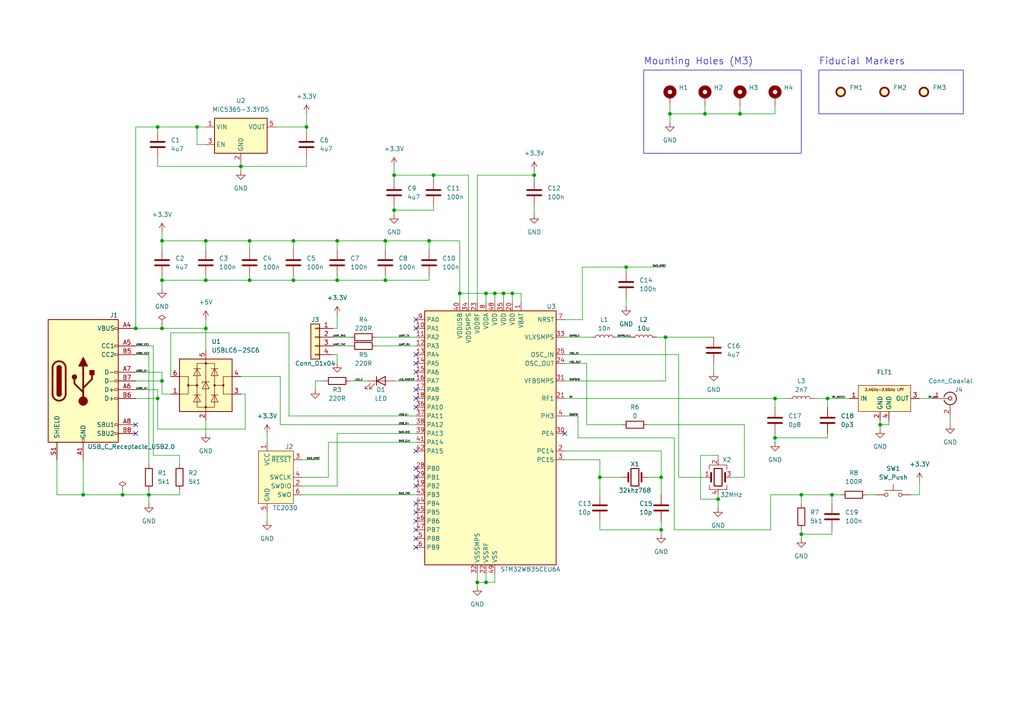
<source format=kicad_sch>
(kicad_sch (version 20230121) (generator eeschema)

  (uuid 527d6ec7-12e2-4bcf-82cf-0be43818fa1e)

  (paper "A4")

  (title_block
    (title "KiCAD Tutorial")
    (date "2023-12-27")
    (rev "A")
  )

  (lib_symbols
    (symbol "Connector:Conn_ARM_SWD_TagConnect_TC2030" (in_bom no) (on_board yes)
      (property "Reference" "J" (at 2.54 11.43 0)
        (effects (font (size 1.27 1.27)))
      )
      (property "Value" "Conn_ARM_SWD_TagConnect_TC2030" (at 5.08 8.89 0)
        (effects (font (size 1.27 1.27)))
      )
      (property "Footprint" "Connector:Tag-Connect_TC2030-IDC-FP_2x03_P1.27mm_Vertical" (at 0 -17.78 0)
        (effects (font (size 1.27 1.27)) hide)
      )
      (property "Datasheet" "https://www.tag-connect.com/wp-content/uploads/bsk-pdf-manager/TC2030-CTX_1.pdf" (at 0 -15.24 0)
        (effects (font (size 1.27 1.27)) hide)
      )
      (property "ki_keywords" "Cortex Debug Connector ARM SWD JTAG" (at 0 0 0)
        (effects (font (size 1.27 1.27)) hide)
      )
      (property "ki_description" "Tag-Connect ARM Cortex SWD JTAG connector, 6 pin" (at 0 0 0)
        (effects (font (size 1.27 1.27)) hide)
      )
      (property "ki_fp_filters" "*TC2030*" (at 0 0 0)
        (effects (font (size 1.27 1.27)) hide)
      )
      (symbol "Conn_ARM_SWD_TagConnect_TC2030_0_0"
        (pin power_in line (at -2.54 10.16 270) (length 2.54)
          (name "VCC" (effects (font (size 1.27 1.27))))
          (number "1" (effects (font (size 1.27 1.27))))
        )
        (pin bidirectional line (at 7.62 -2.54 180) (length 2.54)
          (name "SWDIO" (effects (font (size 1.27 1.27))))
          (number "2" (effects (font (size 1.27 1.27))))
          (alternate "TMS" bidirectional line)
        )
        (pin open_collector line (at 7.62 5.08 180) (length 2.54)
          (name "~{RESET}" (effects (font (size 1.27 1.27))))
          (number "3" (effects (font (size 1.27 1.27))))
        )
        (pin output line (at 7.62 0 180) (length 2.54)
          (name "SWCLK" (effects (font (size 1.27 1.27))))
          (number "4" (effects (font (size 1.27 1.27))))
          (alternate "TCK" output line)
        )
        (pin power_in line (at -2.54 -10.16 90) (length 2.54)
          (name "GND" (effects (font (size 1.27 1.27))))
          (number "5" (effects (font (size 1.27 1.27))))
        )
        (pin input line (at 7.62 -5.08 180) (length 2.54)
          (name "SWO" (effects (font (size 1.27 1.27))))
          (number "6" (effects (font (size 1.27 1.27))))
          (alternate "TDO" input line)
        )
      )
      (symbol "Conn_ARM_SWD_TagConnect_TC2030_0_1"
        (rectangle (start -5.08 7.62) (end 5.08 -7.62)
          (stroke (width 0) (type default))
          (fill (type background))
        )
      )
    )
    (symbol "Connector:Conn_Coaxial" (pin_names (offset 1.016) hide) (in_bom yes) (on_board yes)
      (property "Reference" "J" (at 0.254 3.048 0)
        (effects (font (size 1.27 1.27)))
      )
      (property "Value" "Conn_Coaxial" (at 2.921 0 90)
        (effects (font (size 1.27 1.27)))
      )
      (property "Footprint" "" (at 0 0 0)
        (effects (font (size 1.27 1.27)) hide)
      )
      (property "Datasheet" " ~" (at 0 0 0)
        (effects (font (size 1.27 1.27)) hide)
      )
      (property "ki_keywords" "BNC SMA SMB SMC LEMO coaxial connector CINCH RCA" (at 0 0 0)
        (effects (font (size 1.27 1.27)) hide)
      )
      (property "ki_description" "coaxial connector (BNC, SMA, SMB, SMC, Cinch/RCA, LEMO, ...)" (at 0 0 0)
        (effects (font (size 1.27 1.27)) hide)
      )
      (property "ki_fp_filters" "*BNC* *SMA* *SMB* *SMC* *Cinch* *LEMO*" (at 0 0 0)
        (effects (font (size 1.27 1.27)) hide)
      )
      (symbol "Conn_Coaxial_0_1"
        (arc (start -1.778 -0.508) (mid 0.2311 -1.8066) (end 1.778 0)
          (stroke (width 0.254) (type default))
          (fill (type none))
        )
        (polyline
          (pts
            (xy -2.54 0)
            (xy -0.508 0)
          )
          (stroke (width 0) (type default))
          (fill (type none))
        )
        (polyline
          (pts
            (xy 0 -2.54)
            (xy 0 -1.778)
          )
          (stroke (width 0) (type default))
          (fill (type none))
        )
        (circle (center 0 0) (radius 0.508)
          (stroke (width 0.2032) (type default))
          (fill (type none))
        )
        (arc (start 1.778 0) (mid 0.2099 1.8101) (end -1.778 0.508)
          (stroke (width 0.254) (type default))
          (fill (type none))
        )
      )
      (symbol "Conn_Coaxial_1_1"
        (pin passive line (at -5.08 0 0) (length 2.54)
          (name "In" (effects (font (size 1.27 1.27))))
          (number "1" (effects (font (size 1.27 1.27))))
        )
        (pin passive line (at 0 -5.08 90) (length 2.54)
          (name "Ext" (effects (font (size 1.27 1.27))))
          (number "2" (effects (font (size 1.27 1.27))))
        )
      )
    )
    (symbol "Connector:USB_C_Receptacle_USB2.0" (pin_names (offset 1.016)) (in_bom yes) (on_board yes)
      (property "Reference" "J" (at -10.16 19.05 0)
        (effects (font (size 1.27 1.27)) (justify left))
      )
      (property "Value" "USB_C_Receptacle_USB2.0" (at 19.05 19.05 0)
        (effects (font (size 1.27 1.27)) (justify right))
      )
      (property "Footprint" "" (at 3.81 0 0)
        (effects (font (size 1.27 1.27)) hide)
      )
      (property "Datasheet" "https://www.usb.org/sites/default/files/documents/usb_type-c.zip" (at 3.81 0 0)
        (effects (font (size 1.27 1.27)) hide)
      )
      (property "ki_keywords" "usb universal serial bus type-C USB2.0" (at 0 0 0)
        (effects (font (size 1.27 1.27)) hide)
      )
      (property "ki_description" "USB 2.0-only Type-C Receptacle connector" (at 0 0 0)
        (effects (font (size 1.27 1.27)) hide)
      )
      (property "ki_fp_filters" "USB*C*Receptacle*" (at 0 0 0)
        (effects (font (size 1.27 1.27)) hide)
      )
      (symbol "USB_C_Receptacle_USB2.0_0_0"
        (rectangle (start -0.254 -17.78) (end 0.254 -16.764)
          (stroke (width 0) (type default))
          (fill (type none))
        )
        (rectangle (start 10.16 -14.986) (end 9.144 -15.494)
          (stroke (width 0) (type default))
          (fill (type none))
        )
        (rectangle (start 10.16 -12.446) (end 9.144 -12.954)
          (stroke (width 0) (type default))
          (fill (type none))
        )
        (rectangle (start 10.16 -4.826) (end 9.144 -5.334)
          (stroke (width 0) (type default))
          (fill (type none))
        )
        (rectangle (start 10.16 -2.286) (end 9.144 -2.794)
          (stroke (width 0) (type default))
          (fill (type none))
        )
        (rectangle (start 10.16 0.254) (end 9.144 -0.254)
          (stroke (width 0) (type default))
          (fill (type none))
        )
        (rectangle (start 10.16 2.794) (end 9.144 2.286)
          (stroke (width 0) (type default))
          (fill (type none))
        )
        (rectangle (start 10.16 7.874) (end 9.144 7.366)
          (stroke (width 0) (type default))
          (fill (type none))
        )
        (rectangle (start 10.16 10.414) (end 9.144 9.906)
          (stroke (width 0) (type default))
          (fill (type none))
        )
        (rectangle (start 10.16 15.494) (end 9.144 14.986)
          (stroke (width 0) (type default))
          (fill (type none))
        )
      )
      (symbol "USB_C_Receptacle_USB2.0_0_1"
        (rectangle (start -10.16 17.78) (end 10.16 -17.78)
          (stroke (width 0.254) (type default))
          (fill (type background))
        )
        (arc (start -8.89 -3.81) (mid -6.985 -5.7067) (end -5.08 -3.81)
          (stroke (width 0.508) (type default))
          (fill (type none))
        )
        (arc (start -7.62 -3.81) (mid -6.985 -4.4423) (end -6.35 -3.81)
          (stroke (width 0.254) (type default))
          (fill (type none))
        )
        (arc (start -7.62 -3.81) (mid -6.985 -4.4423) (end -6.35 -3.81)
          (stroke (width 0.254) (type default))
          (fill (type outline))
        )
        (rectangle (start -7.62 -3.81) (end -6.35 3.81)
          (stroke (width 0.254) (type default))
          (fill (type outline))
        )
        (arc (start -6.35 3.81) (mid -6.985 4.4423) (end -7.62 3.81)
          (stroke (width 0.254) (type default))
          (fill (type none))
        )
        (arc (start -6.35 3.81) (mid -6.985 4.4423) (end -7.62 3.81)
          (stroke (width 0.254) (type default))
          (fill (type outline))
        )
        (arc (start -5.08 3.81) (mid -6.985 5.7067) (end -8.89 3.81)
          (stroke (width 0.508) (type default))
          (fill (type none))
        )
        (circle (center -2.54 1.143) (radius 0.635)
          (stroke (width 0.254) (type default))
          (fill (type outline))
        )
        (circle (center 0 -5.842) (radius 1.27)
          (stroke (width 0) (type default))
          (fill (type outline))
        )
        (polyline
          (pts
            (xy -8.89 -3.81)
            (xy -8.89 3.81)
          )
          (stroke (width 0.508) (type default))
          (fill (type none))
        )
        (polyline
          (pts
            (xy -5.08 3.81)
            (xy -5.08 -3.81)
          )
          (stroke (width 0.508) (type default))
          (fill (type none))
        )
        (polyline
          (pts
            (xy 0 -5.842)
            (xy 0 4.318)
          )
          (stroke (width 0.508) (type default))
          (fill (type none))
        )
        (polyline
          (pts
            (xy 0 -3.302)
            (xy -2.54 -0.762)
            (xy -2.54 0.508)
          )
          (stroke (width 0.508) (type default))
          (fill (type none))
        )
        (polyline
          (pts
            (xy 0 -2.032)
            (xy 2.54 0.508)
            (xy 2.54 1.778)
          )
          (stroke (width 0.508) (type default))
          (fill (type none))
        )
        (polyline
          (pts
            (xy -1.27 4.318)
            (xy 0 6.858)
            (xy 1.27 4.318)
            (xy -1.27 4.318)
          )
          (stroke (width 0.254) (type default))
          (fill (type outline))
        )
        (rectangle (start 1.905 1.778) (end 3.175 3.048)
          (stroke (width 0.254) (type default))
          (fill (type outline))
        )
      )
      (symbol "USB_C_Receptacle_USB2.0_1_1"
        (pin passive line (at 0 -22.86 90) (length 5.08)
          (name "GND" (effects (font (size 1.27 1.27))))
          (number "A1" (effects (font (size 1.27 1.27))))
        )
        (pin passive line (at 0 -22.86 90) (length 5.08) hide
          (name "GND" (effects (font (size 1.27 1.27))))
          (number "A12" (effects (font (size 1.27 1.27))))
        )
        (pin passive line (at 15.24 15.24 180) (length 5.08)
          (name "VBUS" (effects (font (size 1.27 1.27))))
          (number "A4" (effects (font (size 1.27 1.27))))
        )
        (pin bidirectional line (at 15.24 10.16 180) (length 5.08)
          (name "CC1" (effects (font (size 1.27 1.27))))
          (number "A5" (effects (font (size 1.27 1.27))))
        )
        (pin bidirectional line (at 15.24 -2.54 180) (length 5.08)
          (name "D+" (effects (font (size 1.27 1.27))))
          (number "A6" (effects (font (size 1.27 1.27))))
        )
        (pin bidirectional line (at 15.24 2.54 180) (length 5.08)
          (name "D-" (effects (font (size 1.27 1.27))))
          (number "A7" (effects (font (size 1.27 1.27))))
        )
        (pin bidirectional line (at 15.24 -12.7 180) (length 5.08)
          (name "SBU1" (effects (font (size 1.27 1.27))))
          (number "A8" (effects (font (size 1.27 1.27))))
        )
        (pin passive line (at 15.24 15.24 180) (length 5.08) hide
          (name "VBUS" (effects (font (size 1.27 1.27))))
          (number "A9" (effects (font (size 1.27 1.27))))
        )
        (pin passive line (at 0 -22.86 90) (length 5.08) hide
          (name "GND" (effects (font (size 1.27 1.27))))
          (number "B1" (effects (font (size 1.27 1.27))))
        )
        (pin passive line (at 0 -22.86 90) (length 5.08) hide
          (name "GND" (effects (font (size 1.27 1.27))))
          (number "B12" (effects (font (size 1.27 1.27))))
        )
        (pin passive line (at 15.24 15.24 180) (length 5.08) hide
          (name "VBUS" (effects (font (size 1.27 1.27))))
          (number "B4" (effects (font (size 1.27 1.27))))
        )
        (pin bidirectional line (at 15.24 7.62 180) (length 5.08)
          (name "CC2" (effects (font (size 1.27 1.27))))
          (number "B5" (effects (font (size 1.27 1.27))))
        )
        (pin bidirectional line (at 15.24 -5.08 180) (length 5.08)
          (name "D+" (effects (font (size 1.27 1.27))))
          (number "B6" (effects (font (size 1.27 1.27))))
        )
        (pin bidirectional line (at 15.24 0 180) (length 5.08)
          (name "D-" (effects (font (size 1.27 1.27))))
          (number "B7" (effects (font (size 1.27 1.27))))
        )
        (pin bidirectional line (at 15.24 -15.24 180) (length 5.08)
          (name "SBU2" (effects (font (size 1.27 1.27))))
          (number "B8" (effects (font (size 1.27 1.27))))
        )
        (pin passive line (at 15.24 15.24 180) (length 5.08) hide
          (name "VBUS" (effects (font (size 1.27 1.27))))
          (number "B9" (effects (font (size 1.27 1.27))))
        )
        (pin passive line (at -7.62 -22.86 90) (length 5.08)
          (name "SHIELD" (effects (font (size 1.27 1.27))))
          (number "S1" (effects (font (size 1.27 1.27))))
        )
      )
    )
    (symbol "Connector_Generic:Conn_01x04" (pin_names (offset 1.016) hide) (in_bom yes) (on_board yes)
      (property "Reference" "J" (at 0 5.08 0)
        (effects (font (size 1.27 1.27)))
      )
      (property "Value" "Conn_01x04" (at 0 -7.62 0)
        (effects (font (size 1.27 1.27)))
      )
      (property "Footprint" "" (at 0 0 0)
        (effects (font (size 1.27 1.27)) hide)
      )
      (property "Datasheet" "~" (at 0 0 0)
        (effects (font (size 1.27 1.27)) hide)
      )
      (property "ki_keywords" "connector" (at 0 0 0)
        (effects (font (size 1.27 1.27)) hide)
      )
      (property "ki_description" "Generic connector, single row, 01x04, script generated (kicad-library-utils/schlib/autogen/connector/)" (at 0 0 0)
        (effects (font (size 1.27 1.27)) hide)
      )
      (property "ki_fp_filters" "Connector*:*_1x??_*" (at 0 0 0)
        (effects (font (size 1.27 1.27)) hide)
      )
      (symbol "Conn_01x04_1_1"
        (rectangle (start -1.27 -4.953) (end 0 -5.207)
          (stroke (width 0.1524) (type default))
          (fill (type none))
        )
        (rectangle (start -1.27 -2.413) (end 0 -2.667)
          (stroke (width 0.1524) (type default))
          (fill (type none))
        )
        (rectangle (start -1.27 0.127) (end 0 -0.127)
          (stroke (width 0.1524) (type default))
          (fill (type none))
        )
        (rectangle (start -1.27 2.667) (end 0 2.413)
          (stroke (width 0.1524) (type default))
          (fill (type none))
        )
        (rectangle (start -1.27 3.81) (end 1.27 -6.35)
          (stroke (width 0.254) (type default))
          (fill (type background))
        )
        (pin passive line (at -5.08 2.54 0) (length 3.81)
          (name "Pin_1" (effects (font (size 1.27 1.27))))
          (number "1" (effects (font (size 1.27 1.27))))
        )
        (pin passive line (at -5.08 0 0) (length 3.81)
          (name "Pin_2" (effects (font (size 1.27 1.27))))
          (number "2" (effects (font (size 1.27 1.27))))
        )
        (pin passive line (at -5.08 -2.54 0) (length 3.81)
          (name "Pin_3" (effects (font (size 1.27 1.27))))
          (number "3" (effects (font (size 1.27 1.27))))
        )
        (pin passive line (at -5.08 -5.08 0) (length 3.81)
          (name "Pin_4" (effects (font (size 1.27 1.27))))
          (number "4" (effects (font (size 1.27 1.27))))
        )
      )
    )
    (symbol "Device:C" (pin_numbers hide) (pin_names (offset 0.254)) (in_bom yes) (on_board yes)
      (property "Reference" "C" (at 0.635 2.54 0)
        (effects (font (size 1.27 1.27)) (justify left))
      )
      (property "Value" "C" (at 0.635 -2.54 0)
        (effects (font (size 1.27 1.27)) (justify left))
      )
      (property "Footprint" "" (at 0.9652 -3.81 0)
        (effects (font (size 1.27 1.27)) hide)
      )
      (property "Datasheet" "~" (at 0 0 0)
        (effects (font (size 1.27 1.27)) hide)
      )
      (property "ki_keywords" "cap capacitor" (at 0 0 0)
        (effects (font (size 1.27 1.27)) hide)
      )
      (property "ki_description" "Unpolarized capacitor" (at 0 0 0)
        (effects (font (size 1.27 1.27)) hide)
      )
      (property "ki_fp_filters" "C_*" (at 0 0 0)
        (effects (font (size 1.27 1.27)) hide)
      )
      (symbol "C_0_1"
        (polyline
          (pts
            (xy -2.032 -0.762)
            (xy 2.032 -0.762)
          )
          (stroke (width 0.508) (type default))
          (fill (type none))
        )
        (polyline
          (pts
            (xy -2.032 0.762)
            (xy 2.032 0.762)
          )
          (stroke (width 0.508) (type default))
          (fill (type none))
        )
      )
      (symbol "C_1_1"
        (pin passive line (at 0 3.81 270) (length 2.794)
          (name "~" (effects (font (size 1.27 1.27))))
          (number "1" (effects (font (size 1.27 1.27))))
        )
        (pin passive line (at 0 -3.81 90) (length 2.794)
          (name "~" (effects (font (size 1.27 1.27))))
          (number "2" (effects (font (size 1.27 1.27))))
        )
      )
    )
    (symbol "Device:Crystal" (pin_numbers hide) (pin_names (offset 1.016) hide) (in_bom yes) (on_board yes)
      (property "Reference" "Y" (at 0 3.81 0)
        (effects (font (size 1.27 1.27)))
      )
      (property "Value" "Crystal" (at 0 -3.81 0)
        (effects (font (size 1.27 1.27)))
      )
      (property "Footprint" "" (at 0 0 0)
        (effects (font (size 1.27 1.27)) hide)
      )
      (property "Datasheet" "~" (at 0 0 0)
        (effects (font (size 1.27 1.27)) hide)
      )
      (property "ki_keywords" "quartz ceramic resonator oscillator" (at 0 0 0)
        (effects (font (size 1.27 1.27)) hide)
      )
      (property "ki_description" "Two pin crystal" (at 0 0 0)
        (effects (font (size 1.27 1.27)) hide)
      )
      (property "ki_fp_filters" "Crystal*" (at 0 0 0)
        (effects (font (size 1.27 1.27)) hide)
      )
      (symbol "Crystal_0_1"
        (rectangle (start -1.143 2.54) (end 1.143 -2.54)
          (stroke (width 0.3048) (type default))
          (fill (type none))
        )
        (polyline
          (pts
            (xy -2.54 0)
            (xy -1.905 0)
          )
          (stroke (width 0) (type default))
          (fill (type none))
        )
        (polyline
          (pts
            (xy -1.905 -1.27)
            (xy -1.905 1.27)
          )
          (stroke (width 0.508) (type default))
          (fill (type none))
        )
        (polyline
          (pts
            (xy 1.905 -1.27)
            (xy 1.905 1.27)
          )
          (stroke (width 0.508) (type default))
          (fill (type none))
        )
        (polyline
          (pts
            (xy 2.54 0)
            (xy 1.905 0)
          )
          (stroke (width 0) (type default))
          (fill (type none))
        )
      )
      (symbol "Crystal_1_1"
        (pin passive line (at -3.81 0 0) (length 1.27)
          (name "1" (effects (font (size 1.27 1.27))))
          (number "1" (effects (font (size 1.27 1.27))))
        )
        (pin passive line (at 3.81 0 180) (length 1.27)
          (name "2" (effects (font (size 1.27 1.27))))
          (number "2" (effects (font (size 1.27 1.27))))
        )
      )
    )
    (symbol "Device:Crystal_GND24" (pin_names (offset 1.016) hide) (in_bom yes) (on_board yes)
      (property "Reference" "Y" (at 3.175 5.08 0)
        (effects (font (size 1.27 1.27)) (justify left))
      )
      (property "Value" "Crystal_GND24" (at 3.175 3.175 0)
        (effects (font (size 1.27 1.27)) (justify left))
      )
      (property "Footprint" "" (at 0 0 0)
        (effects (font (size 1.27 1.27)) hide)
      )
      (property "Datasheet" "~" (at 0 0 0)
        (effects (font (size 1.27 1.27)) hide)
      )
      (property "ki_keywords" "quartz ceramic resonator oscillator" (at 0 0 0)
        (effects (font (size 1.27 1.27)) hide)
      )
      (property "ki_description" "Four pin crystal, GND on pins 2 and 4" (at 0 0 0)
        (effects (font (size 1.27 1.27)) hide)
      )
      (property "ki_fp_filters" "Crystal*" (at 0 0 0)
        (effects (font (size 1.27 1.27)) hide)
      )
      (symbol "Crystal_GND24_0_1"
        (rectangle (start -1.143 2.54) (end 1.143 -2.54)
          (stroke (width 0.3048) (type default))
          (fill (type none))
        )
        (polyline
          (pts
            (xy -2.54 0)
            (xy -2.032 0)
          )
          (stroke (width 0) (type default))
          (fill (type none))
        )
        (polyline
          (pts
            (xy -2.032 -1.27)
            (xy -2.032 1.27)
          )
          (stroke (width 0.508) (type default))
          (fill (type none))
        )
        (polyline
          (pts
            (xy 0 -3.81)
            (xy 0 -3.556)
          )
          (stroke (width 0) (type default))
          (fill (type none))
        )
        (polyline
          (pts
            (xy 0 3.556)
            (xy 0 3.81)
          )
          (stroke (width 0) (type default))
          (fill (type none))
        )
        (polyline
          (pts
            (xy 2.032 -1.27)
            (xy 2.032 1.27)
          )
          (stroke (width 0.508) (type default))
          (fill (type none))
        )
        (polyline
          (pts
            (xy 2.032 0)
            (xy 2.54 0)
          )
          (stroke (width 0) (type default))
          (fill (type none))
        )
        (polyline
          (pts
            (xy -2.54 -2.286)
            (xy -2.54 -3.556)
            (xy 2.54 -3.556)
            (xy 2.54 -2.286)
          )
          (stroke (width 0) (type default))
          (fill (type none))
        )
        (polyline
          (pts
            (xy -2.54 2.286)
            (xy -2.54 3.556)
            (xy 2.54 3.556)
            (xy 2.54 2.286)
          )
          (stroke (width 0) (type default))
          (fill (type none))
        )
      )
      (symbol "Crystal_GND24_1_1"
        (pin passive line (at -3.81 0 0) (length 1.27)
          (name "1" (effects (font (size 1.27 1.27))))
          (number "1" (effects (font (size 1.27 1.27))))
        )
        (pin passive line (at 0 5.08 270) (length 1.27)
          (name "2" (effects (font (size 1.27 1.27))))
          (number "2" (effects (font (size 1.27 1.27))))
        )
        (pin passive line (at 3.81 0 180) (length 1.27)
          (name "3" (effects (font (size 1.27 1.27))))
          (number "3" (effects (font (size 1.27 1.27))))
        )
        (pin passive line (at 0 -5.08 90) (length 1.27)
          (name "4" (effects (font (size 1.27 1.27))))
          (number "4" (effects (font (size 1.27 1.27))))
        )
      )
    )
    (symbol "Device:L" (pin_numbers hide) (pin_names (offset 1.016) hide) (in_bom yes) (on_board yes)
      (property "Reference" "L" (at -1.27 0 90)
        (effects (font (size 1.27 1.27)))
      )
      (property "Value" "L" (at 1.905 0 90)
        (effects (font (size 1.27 1.27)))
      )
      (property "Footprint" "" (at 0 0 0)
        (effects (font (size 1.27 1.27)) hide)
      )
      (property "Datasheet" "~" (at 0 0 0)
        (effects (font (size 1.27 1.27)) hide)
      )
      (property "ki_keywords" "inductor choke coil reactor magnetic" (at 0 0 0)
        (effects (font (size 1.27 1.27)) hide)
      )
      (property "ki_description" "Inductor" (at 0 0 0)
        (effects (font (size 1.27 1.27)) hide)
      )
      (property "ki_fp_filters" "Choke_* *Coil* Inductor_* L_*" (at 0 0 0)
        (effects (font (size 1.27 1.27)) hide)
      )
      (symbol "L_0_1"
        (arc (start 0 -2.54) (mid 0.6323 -1.905) (end 0 -1.27)
          (stroke (width 0) (type default))
          (fill (type none))
        )
        (arc (start 0 -1.27) (mid 0.6323 -0.635) (end 0 0)
          (stroke (width 0) (type default))
          (fill (type none))
        )
        (arc (start 0 0) (mid 0.6323 0.635) (end 0 1.27)
          (stroke (width 0) (type default))
          (fill (type none))
        )
        (arc (start 0 1.27) (mid 0.6323 1.905) (end 0 2.54)
          (stroke (width 0) (type default))
          (fill (type none))
        )
      )
      (symbol "L_1_1"
        (pin passive line (at 0 3.81 270) (length 1.27)
          (name "1" (effects (font (size 1.27 1.27))))
          (number "1" (effects (font (size 1.27 1.27))))
        )
        (pin passive line (at 0 -3.81 90) (length 1.27)
          (name "2" (effects (font (size 1.27 1.27))))
          (number "2" (effects (font (size 1.27 1.27))))
        )
      )
    )
    (symbol "Device:LED" (pin_numbers hide) (pin_names (offset 1.016) hide) (in_bom yes) (on_board yes)
      (property "Reference" "D" (at 0 2.54 0)
        (effects (font (size 1.27 1.27)))
      )
      (property "Value" "LED" (at 0 -2.54 0)
        (effects (font (size 1.27 1.27)))
      )
      (property "Footprint" "" (at 0 0 0)
        (effects (font (size 1.27 1.27)) hide)
      )
      (property "Datasheet" "~" (at 0 0 0)
        (effects (font (size 1.27 1.27)) hide)
      )
      (property "ki_keywords" "LED diode" (at 0 0 0)
        (effects (font (size 1.27 1.27)) hide)
      )
      (property "ki_description" "Light emitting diode" (at 0 0 0)
        (effects (font (size 1.27 1.27)) hide)
      )
      (property "ki_fp_filters" "LED* LED_SMD:* LED_THT:*" (at 0 0 0)
        (effects (font (size 1.27 1.27)) hide)
      )
      (symbol "LED_0_1"
        (polyline
          (pts
            (xy -1.27 -1.27)
            (xy -1.27 1.27)
          )
          (stroke (width 0.254) (type default))
          (fill (type none))
        )
        (polyline
          (pts
            (xy -1.27 0)
            (xy 1.27 0)
          )
          (stroke (width 0) (type default))
          (fill (type none))
        )
        (polyline
          (pts
            (xy 1.27 -1.27)
            (xy 1.27 1.27)
            (xy -1.27 0)
            (xy 1.27 -1.27)
          )
          (stroke (width 0.254) (type default))
          (fill (type none))
        )
        (polyline
          (pts
            (xy -3.048 -0.762)
            (xy -4.572 -2.286)
            (xy -3.81 -2.286)
            (xy -4.572 -2.286)
            (xy -4.572 -1.524)
          )
          (stroke (width 0) (type default))
          (fill (type none))
        )
        (polyline
          (pts
            (xy -1.778 -0.762)
            (xy -3.302 -2.286)
            (xy -2.54 -2.286)
            (xy -3.302 -2.286)
            (xy -3.302 -1.524)
          )
          (stroke (width 0) (type default))
          (fill (type none))
        )
      )
      (symbol "LED_1_1"
        (pin passive line (at -3.81 0 0) (length 2.54)
          (name "K" (effects (font (size 1.27 1.27))))
          (number "1" (effects (font (size 1.27 1.27))))
        )
        (pin passive line (at 3.81 0 180) (length 2.54)
          (name "A" (effects (font (size 1.27 1.27))))
          (number "2" (effects (font (size 1.27 1.27))))
        )
      )
    )
    (symbol "Device:R" (pin_numbers hide) (pin_names (offset 0)) (in_bom yes) (on_board yes)
      (property "Reference" "R" (at 2.032 0 90)
        (effects (font (size 1.27 1.27)))
      )
      (property "Value" "R" (at 0 0 90)
        (effects (font (size 1.27 1.27)))
      )
      (property "Footprint" "" (at -1.778 0 90)
        (effects (font (size 1.27 1.27)) hide)
      )
      (property "Datasheet" "~" (at 0 0 0)
        (effects (font (size 1.27 1.27)) hide)
      )
      (property "ki_keywords" "R res resistor" (at 0 0 0)
        (effects (font (size 1.27 1.27)) hide)
      )
      (property "ki_description" "Resistor" (at 0 0 0)
        (effects (font (size 1.27 1.27)) hide)
      )
      (property "ki_fp_filters" "R_*" (at 0 0 0)
        (effects (font (size 1.27 1.27)) hide)
      )
      (symbol "R_0_1"
        (rectangle (start -1.016 -2.54) (end 1.016 2.54)
          (stroke (width 0.254) (type default))
          (fill (type none))
        )
      )
      (symbol "R_1_1"
        (pin passive line (at 0 3.81 270) (length 1.27)
          (name "~" (effects (font (size 1.27 1.27))))
          (number "1" (effects (font (size 1.27 1.27))))
        )
        (pin passive line (at 0 -3.81 90) (length 1.27)
          (name "~" (effects (font (size 1.27 1.27))))
          (number "2" (effects (font (size 1.27 1.27))))
        )
      )
    )
    (symbol "MCU_ST_STM32WB:STM32WB35CEUxA" (in_bom yes) (on_board yes)
      (property "Reference" "U" (at -17.78 39.37 0)
        (effects (font (size 1.27 1.27)) (justify left))
      )
      (property "Value" "STM32WB35CEUxA" (at 12.7 39.37 0)
        (effects (font (size 1.27 1.27)) (justify left))
      )
      (property "Footprint" "Package_DFN_QFN:QFN-48-1EP_7x7mm_P0.5mm_EP5.6x5.6mm" (at -17.78 -35.56 0)
        (effects (font (size 1.27 1.27)) (justify right) hide)
      )
      (property "Datasheet" "https://www.st.com/resource/en/datasheet/stm32wb35ce.pdf" (at 0 0 0)
        (effects (font (size 1.27 1.27)) hide)
      )
      (property "ki_locked" "" (at 0 0 0)
        (effects (font (size 1.27 1.27)))
      )
      (property "ki_keywords" "Arm Cortex-M4 STM32WB STM32WBx5" (at 0 0 0)
        (effects (font (size 1.27 1.27)) hide)
      )
      (property "ki_description" "STMicroelectronics Arm Cortex-M4 MCU, 512KB flash, 96KB RAM, 30 GPIO, UFQFPN48" (at 0 0 0)
        (effects (font (size 1.27 1.27)) hide)
      )
      (property "ki_fp_filters" "QFN*1EP*7x7mm*P0.5mm*" (at 0 0 0)
        (effects (font (size 1.27 1.27)) hide)
      )
      (symbol "STM32WB35CEUxA_0_1"
        (rectangle (start -17.78 -35.56) (end 20.32 38.1)
          (stroke (width 0.254) (type default))
          (fill (type background))
        )
      )
      (symbol "STM32WB35CEUxA_1_1"
        (pin power_in line (at -7.62 40.64 270) (length 2.54)
          (name "VBAT" (effects (font (size 1.27 1.27))))
          (number "1" (effects (font (size 1.27 1.27))))
        )
        (pin bidirectional line (at 22.86 33.02 180) (length 2.54)
          (name "PA1" (effects (font (size 1.27 1.27))))
          (number "10" (effects (font (size 1.27 1.27))))
          (alternate "ADC1_IN6" bidirectional line)
          (alternate "COMP1_INP" bidirectional line)
          (alternate "I2C1_SMBA" bidirectional line)
          (alternate "SPI1_SCK" bidirectional line)
          (alternate "TIM2_CH2" bidirectional line)
        )
        (pin bidirectional line (at 22.86 30.48 180) (length 2.54)
          (name "PA2" (effects (font (size 1.27 1.27))))
          (number "11" (effects (font (size 1.27 1.27))))
          (alternate "ADC1_IN7" bidirectional line)
          (alternate "COMP2_INM" bidirectional line)
          (alternate "COMP2_OUT" bidirectional line)
          (alternate "LPUART1_TX" bidirectional line)
          (alternate "QUADSPI_BK1_NCS" bidirectional line)
          (alternate "RCC_LSCO" bidirectional line)
          (alternate "SYS_WKUP4" bidirectional line)
          (alternate "TIM2_CH3" bidirectional line)
        )
        (pin bidirectional line (at 22.86 27.94 180) (length 2.54)
          (name "PA3" (effects (font (size 1.27 1.27))))
          (number "12" (effects (font (size 1.27 1.27))))
          (alternate "ADC1_IN8" bidirectional line)
          (alternate "COMP2_INP" bidirectional line)
          (alternate "LPUART1_RX" bidirectional line)
          (alternate "QUADSPI_CLK" bidirectional line)
          (alternate "SAI1_CK1" bidirectional line)
          (alternate "SAI1_MCLK_A" bidirectional line)
          (alternate "TIM2_CH4" bidirectional line)
        )
        (pin bidirectional line (at 22.86 25.4 180) (length 2.54)
          (name "PA4" (effects (font (size 1.27 1.27))))
          (number "13" (effects (font (size 1.27 1.27))))
          (alternate "ADC1_IN9" bidirectional line)
          (alternate "COMP1_INM" bidirectional line)
          (alternate "COMP2_INM" bidirectional line)
          (alternate "LPTIM2_OUT" bidirectional line)
          (alternate "SAI1_FS_B" bidirectional line)
          (alternate "SPI1_NSS" bidirectional line)
        )
        (pin bidirectional line (at 22.86 22.86 180) (length 2.54)
          (name "PA5" (effects (font (size 1.27 1.27))))
          (number "14" (effects (font (size 1.27 1.27))))
          (alternate "ADC1_IN10" bidirectional line)
          (alternate "COMP1_INM" bidirectional line)
          (alternate "COMP2_INM" bidirectional line)
          (alternate "LPTIM2_ETR" bidirectional line)
          (alternate "SAI1_SD_B" bidirectional line)
          (alternate "SPI1_SCK" bidirectional line)
          (alternate "TIM2_CH1" bidirectional line)
          (alternate "TIM2_ETR" bidirectional line)
        )
        (pin bidirectional line (at 22.86 20.32 180) (length 2.54)
          (name "PA6" (effects (font (size 1.27 1.27))))
          (number "15" (effects (font (size 1.27 1.27))))
          (alternate "ADC1_IN11" bidirectional line)
          (alternate "LPUART1_CTS" bidirectional line)
          (alternate "QUADSPI_BK1_IO3" bidirectional line)
          (alternate "SPI1_MISO" bidirectional line)
          (alternate "TIM16_CH1" bidirectional line)
          (alternate "TIM1_BKIN" bidirectional line)
        )
        (pin bidirectional line (at 22.86 17.78 180) (length 2.54)
          (name "PA7" (effects (font (size 1.27 1.27))))
          (number "16" (effects (font (size 1.27 1.27))))
          (alternate "ADC1_IN12" bidirectional line)
          (alternate "COMP2_OUT" bidirectional line)
          (alternate "I2C3_SCL" bidirectional line)
          (alternate "QUADSPI_BK1_IO2" bidirectional line)
          (alternate "SPI1_MOSI" bidirectional line)
          (alternate "TIM17_CH1" bidirectional line)
          (alternate "TIM1_CH1N" bidirectional line)
        )
        (pin bidirectional line (at 22.86 15.24 180) (length 2.54)
          (name "PA8" (effects (font (size 1.27 1.27))))
          (number "17" (effects (font (size 1.27 1.27))))
          (alternate "ADC1_IN15" bidirectional line)
          (alternate "LPTIM2_OUT" bidirectional line)
          (alternate "RCC_MCO" bidirectional line)
          (alternate "SAI1_CK2" bidirectional line)
          (alternate "SAI1_SCK_A" bidirectional line)
          (alternate "TIM1_CH1" bidirectional line)
          (alternate "USART1_CK" bidirectional line)
        )
        (pin bidirectional line (at 22.86 12.7 180) (length 2.54)
          (name "PA9" (effects (font (size 1.27 1.27))))
          (number "18" (effects (font (size 1.27 1.27))))
          (alternate "ADC1_IN16" bidirectional line)
          (alternate "COMP1_INM" bidirectional line)
          (alternate "I2C1_SCL" bidirectional line)
          (alternate "SAI1_D2" bidirectional line)
          (alternate "SAI1_FS_A" bidirectional line)
          (alternate "TIM1_CH2" bidirectional line)
          (alternate "USART1_TX" bidirectional line)
        )
        (pin bidirectional line (at 22.86 -12.7 180) (length 2.54)
          (name "PB2" (effects (font (size 1.27 1.27))))
          (number "19" (effects (font (size 1.27 1.27))))
          (alternate "COMP1_INP" bidirectional line)
          (alternate "I2C3_SMBA" bidirectional line)
          (alternate "LPTIM1_OUT" bidirectional line)
          (alternate "RTC_OUT2" bidirectional line)
          (alternate "SAI1_EXTCLK" bidirectional line)
          (alternate "SPI1_NSS" bidirectional line)
        )
        (pin bidirectional line (at -20.32 -2.54 0) (length 2.54)
          (name "PC14" (effects (font (size 1.27 1.27))))
          (number "2" (effects (font (size 1.27 1.27))))
          (alternate "RCC_OSC32_IN" bidirectional line)
        )
        (pin power_in line (at -5.08 40.64 270) (length 2.54)
          (name "VDD" (effects (font (size 1.27 1.27))))
          (number "20" (effects (font (size 1.27 1.27))))
        )
        (pin bidirectional line (at -20.32 12.7 0) (length 2.54)
          (name "RF1" (effects (font (size 1.27 1.27))))
          (number "21" (effects (font (size 1.27 1.27))))
          (alternate "RF_RF1" bidirectional line)
        )
        (pin power_in line (at 2.54 -38.1 90) (length 2.54)
          (name "VSSRF" (effects (font (size 1.27 1.27))))
          (number "22" (effects (font (size 1.27 1.27))))
        )
        (pin power_in line (at 5.08 40.64 270) (length 2.54)
          (name "VDDRF" (effects (font (size 1.27 1.27))))
          (number "23" (effects (font (size 1.27 1.27))))
        )
        (pin input line (at -20.32 22.86 0) (length 2.54)
          (name "OSC_OUT" (effects (font (size 1.27 1.27))))
          (number "24" (effects (font (size 1.27 1.27))))
          (alternate "RCC_OSC_OUT" bidirectional line)
        )
        (pin input line (at -20.32 25.4 0) (length 2.54)
          (name "OSC_IN" (effects (font (size 1.27 1.27))))
          (number "25" (effects (font (size 1.27 1.27))))
          (alternate "RCC_OSC_IN" bidirectional line)
        )
        (pin no_connect line (at -17.78 -35.56 0) (length 2.54) hide
          (name "AT0" (effects (font (size 1.27 1.27))))
          (number "26" (effects (font (size 1.27 1.27))))
        )
        (pin no_connect line (at -17.78 -33.02 0) (length 2.54) hide
          (name "AT1" (effects (font (size 1.27 1.27))))
          (number "27" (effects (font (size 1.27 1.27))))
        )
        (pin bidirectional line (at 22.86 -7.62 180) (length 2.54)
          (name "PB0" (effects (font (size 1.27 1.27))))
          (number "28" (effects (font (size 1.27 1.27))))
          (alternate "COMP1_OUT" bidirectional line)
          (alternate "RF_TX_MOD_EXT_PA" bidirectional line)
        )
        (pin bidirectional line (at 22.86 -10.16 180) (length 2.54)
          (name "PB1" (effects (font (size 1.27 1.27))))
          (number "29" (effects (font (size 1.27 1.27))))
          (alternate "LPTIM2_IN1" bidirectional line)
          (alternate "LPUART1_DE" bidirectional line)
          (alternate "LPUART1_RTS" bidirectional line)
        )
        (pin bidirectional line (at -20.32 -5.08 0) (length 2.54)
          (name "PC15" (effects (font (size 1.27 1.27))))
          (number "3" (effects (font (size 1.27 1.27))))
          (alternate "ADC1_EXTI15" bidirectional line)
          (alternate "RCC_OSC32_OUT" bidirectional line)
        )
        (pin bidirectional line (at -20.32 2.54 0) (length 2.54)
          (name "PE4" (effects (font (size 1.27 1.27))))
          (number "30" (effects (font (size 1.27 1.27))))
        )
        (pin input line (at -20.32 17.78 0) (length 2.54)
          (name "VFBSMPS" (effects (font (size 1.27 1.27))))
          (number "31" (effects (font (size 1.27 1.27))))
        )
        (pin power_in line (at 5.08 -38.1 90) (length 2.54)
          (name "VSSSMPS" (effects (font (size 1.27 1.27))))
          (number "32" (effects (font (size 1.27 1.27))))
        )
        (pin power_in line (at -20.32 30.48 0) (length 2.54)
          (name "VLXSMPS" (effects (font (size 1.27 1.27))))
          (number "33" (effects (font (size 1.27 1.27))))
        )
        (pin power_in line (at 7.62 40.64 270) (length 2.54)
          (name "VDDSMPS" (effects (font (size 1.27 1.27))))
          (number "34" (effects (font (size 1.27 1.27))))
        )
        (pin power_in line (at -2.54 40.64 270) (length 2.54)
          (name "VDD" (effects (font (size 1.27 1.27))))
          (number "35" (effects (font (size 1.27 1.27))))
        )
        (pin bidirectional line (at 22.86 10.16 180) (length 2.54)
          (name "PA10" (effects (font (size 1.27 1.27))))
          (number "36" (effects (font (size 1.27 1.27))))
          (alternate "CRS_SYNC" bidirectional line)
          (alternate "I2C1_SDA" bidirectional line)
          (alternate "SAI1_D1" bidirectional line)
          (alternate "SAI1_SD_A" bidirectional line)
          (alternate "TIM17_BKIN" bidirectional line)
          (alternate "TIM1_CH3" bidirectional line)
          (alternate "USART1_RX" bidirectional line)
        )
        (pin bidirectional line (at 22.86 7.62 180) (length 2.54)
          (name "PA11" (effects (font (size 1.27 1.27))))
          (number "37" (effects (font (size 1.27 1.27))))
          (alternate "ADC1_EXTI11" bidirectional line)
          (alternate "SPI1_MISO" bidirectional line)
          (alternate "TIM1_BKIN2" bidirectional line)
          (alternate "TIM1_CH4" bidirectional line)
          (alternate "USART1_CTS" bidirectional line)
          (alternate "USART1_NSS" bidirectional line)
          (alternate "USB_DM" bidirectional line)
        )
        (pin bidirectional line (at 22.86 5.08 180) (length 2.54)
          (name "PA12" (effects (font (size 1.27 1.27))))
          (number "38" (effects (font (size 1.27 1.27))))
          (alternate "LPUART1_RX" bidirectional line)
          (alternate "SPI1_MOSI" bidirectional line)
          (alternate "TIM1_ETR" bidirectional line)
          (alternate "USART1_DE" bidirectional line)
          (alternate "USART1_RTS" bidirectional line)
          (alternate "USB_DP" bidirectional line)
        )
        (pin bidirectional line (at 22.86 2.54 180) (length 2.54)
          (name "PA13" (effects (font (size 1.27 1.27))))
          (number "39" (effects (font (size 1.27 1.27))))
          (alternate "IR_OUT" bidirectional line)
          (alternate "SAI1_SD_B" bidirectional line)
          (alternate "SYS_JTMS-SWDIO" bidirectional line)
          (alternate "USB_NOE" bidirectional line)
        )
        (pin bidirectional line (at -20.32 7.62 0) (length 2.54)
          (name "PH3" (effects (font (size 1.27 1.27))))
          (number "4" (effects (font (size 1.27 1.27))))
          (alternate "RCC_LSCO" bidirectional line)
        )
        (pin power_in line (at 10.16 40.64 270) (length 2.54)
          (name "VDDUSB" (effects (font (size 1.27 1.27))))
          (number "40" (effects (font (size 1.27 1.27))))
        )
        (pin bidirectional line (at 22.86 0 180) (length 2.54)
          (name "PA14" (effects (font (size 1.27 1.27))))
          (number "41" (effects (font (size 1.27 1.27))))
          (alternate "I2C1_SMBA" bidirectional line)
          (alternate "LPTIM1_OUT" bidirectional line)
          (alternate "SAI1_FS_B" bidirectional line)
          (alternate "SYS_JTCK-SWCLK" bidirectional line)
        )
        (pin bidirectional line (at 22.86 -2.54 180) (length 2.54)
          (name "PA15" (effects (font (size 1.27 1.27))))
          (number "42" (effects (font (size 1.27 1.27))))
          (alternate "ADC1_EXTI15" bidirectional line)
          (alternate "RCC_MCO" bidirectional line)
          (alternate "SPI1_NSS" bidirectional line)
          (alternate "SYS_JTDI" bidirectional line)
          (alternate "TIM2_CH1" bidirectional line)
          (alternate "TIM2_ETR" bidirectional line)
        )
        (pin bidirectional line (at 22.86 -15.24 180) (length 2.54)
          (name "PB3" (effects (font (size 1.27 1.27))))
          (number "43" (effects (font (size 1.27 1.27))))
          (alternate "COMP2_INM" bidirectional line)
          (alternate "SAI1_SCK_B" bidirectional line)
          (alternate "SPI1_SCK" bidirectional line)
          (alternate "SYS_JTDO-SWO" bidirectional line)
          (alternate "TIM2_CH2" bidirectional line)
          (alternate "USART1_DE" bidirectional line)
          (alternate "USART1_RTS" bidirectional line)
        )
        (pin bidirectional line (at 22.86 -17.78 180) (length 2.54)
          (name "PB4" (effects (font (size 1.27 1.27))))
          (number "44" (effects (font (size 1.27 1.27))))
          (alternate "COMP2_INP" bidirectional line)
          (alternate "I2C3_SDA" bidirectional line)
          (alternate "SAI1_MCLK_B" bidirectional line)
          (alternate "SPI1_MISO" bidirectional line)
          (alternate "SYS_JTRST" bidirectional line)
          (alternate "TIM17_BKIN" bidirectional line)
          (alternate "USART1_CTS" bidirectional line)
          (alternate "USART1_NSS" bidirectional line)
        )
        (pin bidirectional line (at 22.86 -20.32 180) (length 2.54)
          (name "PB5" (effects (font (size 1.27 1.27))))
          (number "45" (effects (font (size 1.27 1.27))))
          (alternate "COMP2_OUT" bidirectional line)
          (alternate "I2C1_SMBA" bidirectional line)
          (alternate "LPTIM1_IN1" bidirectional line)
          (alternate "LPUART1_TX" bidirectional line)
          (alternate "SAI1_SD_B" bidirectional line)
          (alternate "SPI1_MOSI" bidirectional line)
          (alternate "TIM16_BKIN" bidirectional line)
          (alternate "USART1_CK" bidirectional line)
        )
        (pin bidirectional line (at 22.86 -22.86 180) (length 2.54)
          (name "PB6" (effects (font (size 1.27 1.27))))
          (number "46" (effects (font (size 1.27 1.27))))
          (alternate "COMP2_INP" bidirectional line)
          (alternate "I2C1_SCL" bidirectional line)
          (alternate "LPTIM1_ETR" bidirectional line)
          (alternate "RCC_MCO" bidirectional line)
          (alternate "SAI1_FS_B" bidirectional line)
          (alternate "TIM16_CH1N" bidirectional line)
          (alternate "USART1_TX" bidirectional line)
        )
        (pin bidirectional line (at 22.86 -25.4 180) (length 2.54)
          (name "PB7" (effects (font (size 1.27 1.27))))
          (number "47" (effects (font (size 1.27 1.27))))
          (alternate "COMP2_INM" bidirectional line)
          (alternate "I2C1_SDA" bidirectional line)
          (alternate "LPTIM1_IN2" bidirectional line)
          (alternate "SYS_PVD_IN" bidirectional line)
          (alternate "TIM17_CH1N" bidirectional line)
          (alternate "TIM1_BKIN" bidirectional line)
          (alternate "USART1_RX" bidirectional line)
        )
        (pin power_in line (at 0 40.64 270) (length 2.54)
          (name "VDD" (effects (font (size 1.27 1.27))))
          (number "48" (effects (font (size 1.27 1.27))))
        )
        (pin power_in line (at 0 -38.1 90) (length 2.54)
          (name "VSS" (effects (font (size 1.27 1.27))))
          (number "49" (effects (font (size 1.27 1.27))))
        )
        (pin bidirectional line (at 22.86 -27.94 180) (length 2.54)
          (name "PB8" (effects (font (size 1.27 1.27))))
          (number "5" (effects (font (size 1.27 1.27))))
          (alternate "I2C1_SCL" bidirectional line)
          (alternate "QUADSPI_BK1_IO1" bidirectional line)
          (alternate "SAI1_CK1" bidirectional line)
          (alternate "SAI1_MCLK_A" bidirectional line)
          (alternate "TIM16_CH1" bidirectional line)
          (alternate "TIM1_CH2N" bidirectional line)
        )
        (pin bidirectional line (at 22.86 -30.48 180) (length 2.54)
          (name "PB9" (effects (font (size 1.27 1.27))))
          (number "6" (effects (font (size 1.27 1.27))))
          (alternate "I2C1_SDA" bidirectional line)
          (alternate "IR_OUT" bidirectional line)
          (alternate "QUADSPI_BK1_IO0" bidirectional line)
          (alternate "SAI1_D2" bidirectional line)
          (alternate "SAI1_FS_A" bidirectional line)
          (alternate "TIM17_CH1" bidirectional line)
          (alternate "TIM1_CH3N" bidirectional line)
        )
        (pin input line (at -20.32 35.56 0) (length 2.54)
          (name "NRST" (effects (font (size 1.27 1.27))))
          (number "7" (effects (font (size 1.27 1.27))))
        )
        (pin power_in line (at 2.54 40.64 270) (length 2.54)
          (name "VDDA" (effects (font (size 1.27 1.27))))
          (number "8" (effects (font (size 1.27 1.27))))
        )
        (pin bidirectional line (at 22.86 35.56 180) (length 2.54)
          (name "PA0" (effects (font (size 1.27 1.27))))
          (number "9" (effects (font (size 1.27 1.27))))
          (alternate "ADC1_IN5" bidirectional line)
          (alternate "COMP1_INM" bidirectional line)
          (alternate "COMP1_OUT" bidirectional line)
          (alternate "RTC_TAMP2" bidirectional line)
          (alternate "SAI1_EXTCLK" bidirectional line)
          (alternate "SYS_WKUP1" bidirectional line)
          (alternate "TIM2_CH1" bidirectional line)
          (alternate "TIM2_ETR" bidirectional line)
        )
      )
    )
    (symbol "Mechanical:Fiducial" (in_bom yes) (on_board yes)
      (property "Reference" "FID" (at 0 5.08 0)
        (effects (font (size 1.27 1.27)))
      )
      (property "Value" "Fiducial" (at 0 3.175 0)
        (effects (font (size 1.27 1.27)))
      )
      (property "Footprint" "" (at 0 0 0)
        (effects (font (size 1.27 1.27)) hide)
      )
      (property "Datasheet" "~" (at 0 0 0)
        (effects (font (size 1.27 1.27)) hide)
      )
      (property "ki_keywords" "fiducial marker" (at 0 0 0)
        (effects (font (size 1.27 1.27)) hide)
      )
      (property "ki_description" "Fiducial Marker" (at 0 0 0)
        (effects (font (size 1.27 1.27)) hide)
      )
      (property "ki_fp_filters" "Fiducial*" (at 0 0 0)
        (effects (font (size 1.27 1.27)) hide)
      )
      (symbol "Fiducial_0_1"
        (circle (center 0 0) (radius 1.27)
          (stroke (width 0.508) (type default))
          (fill (type background))
        )
      )
    )
    (symbol "Mechanical:MountingHole_Pad" (pin_numbers hide) (pin_names (offset 1.016) hide) (in_bom yes) (on_board yes)
      (property "Reference" "H" (at 0 6.35 0)
        (effects (font (size 1.27 1.27)))
      )
      (property "Value" "MountingHole_Pad" (at 0 4.445 0)
        (effects (font (size 1.27 1.27)))
      )
      (property "Footprint" "" (at 0 0 0)
        (effects (font (size 1.27 1.27)) hide)
      )
      (property "Datasheet" "~" (at 0 0 0)
        (effects (font (size 1.27 1.27)) hide)
      )
      (property "ki_keywords" "mounting hole" (at 0 0 0)
        (effects (font (size 1.27 1.27)) hide)
      )
      (property "ki_description" "Mounting Hole with connection" (at 0 0 0)
        (effects (font (size 1.27 1.27)) hide)
      )
      (property "ki_fp_filters" "MountingHole*Pad*" (at 0 0 0)
        (effects (font (size 1.27 1.27)) hide)
      )
      (symbol "MountingHole_Pad_0_1"
        (circle (center 0 1.27) (radius 1.27)
          (stroke (width 1.27) (type default))
          (fill (type none))
        )
      )
      (symbol "MountingHole_Pad_1_1"
        (pin input line (at 0 -2.54 90) (length 2.54)
          (name "1" (effects (font (size 1.27 1.27))))
          (number "1" (effects (font (size 1.27 1.27))))
        )
      )
    )
    (symbol "Power_Protection:USBLC6-2SC6" (pin_names hide) (in_bom yes) (on_board yes)
      (property "Reference" "U" (at 2.54 8.89 0)
        (effects (font (size 1.27 1.27)) (justify left))
      )
      (property "Value" "USBLC6-2SC6" (at 2.54 -8.89 0)
        (effects (font (size 1.27 1.27)) (justify left))
      )
      (property "Footprint" "Package_TO_SOT_SMD:SOT-23-6" (at 0 -12.7 0)
        (effects (font (size 1.27 1.27)) hide)
      )
      (property "Datasheet" "https://www.st.com/resource/en/datasheet/usblc6-2.pdf" (at 5.08 8.89 0)
        (effects (font (size 1.27 1.27)) hide)
      )
      (property "ki_keywords" "usb ethernet video" (at 0 0 0)
        (effects (font (size 1.27 1.27)) hide)
      )
      (property "ki_description" "Very low capacitance ESD protection diode, 2 data-line, SOT-23-6" (at 0 0 0)
        (effects (font (size 1.27 1.27)) hide)
      )
      (property "ki_fp_filters" "SOT?23*" (at 0 0 0)
        (effects (font (size 1.27 1.27)) hide)
      )
      (symbol "USBLC6-2SC6_0_1"
        (rectangle (start -7.62 -7.62) (end 7.62 7.62)
          (stroke (width 0.254) (type default))
          (fill (type background))
        )
        (circle (center -5.08 0) (radius 0.254)
          (stroke (width 0) (type default))
          (fill (type outline))
        )
        (circle (center -2.54 0) (radius 0.254)
          (stroke (width 0) (type default))
          (fill (type outline))
        )
        (rectangle (start -2.54 6.35) (end 2.54 -6.35)
          (stroke (width 0) (type default))
          (fill (type none))
        )
        (circle (center 0 -6.35) (radius 0.254)
          (stroke (width 0) (type default))
          (fill (type outline))
        )
        (polyline
          (pts
            (xy -5.08 -2.54)
            (xy -7.62 -2.54)
          )
          (stroke (width 0) (type default))
          (fill (type none))
        )
        (polyline
          (pts
            (xy -5.08 0)
            (xy -5.08 -2.54)
          )
          (stroke (width 0) (type default))
          (fill (type none))
        )
        (polyline
          (pts
            (xy -5.08 2.54)
            (xy -7.62 2.54)
          )
          (stroke (width 0) (type default))
          (fill (type none))
        )
        (polyline
          (pts
            (xy -1.524 -2.794)
            (xy -3.556 -2.794)
          )
          (stroke (width 0) (type default))
          (fill (type none))
        )
        (polyline
          (pts
            (xy -1.524 4.826)
            (xy -3.556 4.826)
          )
          (stroke (width 0) (type default))
          (fill (type none))
        )
        (polyline
          (pts
            (xy 0 -7.62)
            (xy 0 -6.35)
          )
          (stroke (width 0) (type default))
          (fill (type none))
        )
        (polyline
          (pts
            (xy 0 -6.35)
            (xy 0 1.27)
          )
          (stroke (width 0) (type default))
          (fill (type none))
        )
        (polyline
          (pts
            (xy 0 1.27)
            (xy 0 6.35)
          )
          (stroke (width 0) (type default))
          (fill (type none))
        )
        (polyline
          (pts
            (xy 0 6.35)
            (xy 0 7.62)
          )
          (stroke (width 0) (type default))
          (fill (type none))
        )
        (polyline
          (pts
            (xy 1.524 -2.794)
            (xy 3.556 -2.794)
          )
          (stroke (width 0) (type default))
          (fill (type none))
        )
        (polyline
          (pts
            (xy 1.524 4.826)
            (xy 3.556 4.826)
          )
          (stroke (width 0) (type default))
          (fill (type none))
        )
        (polyline
          (pts
            (xy 5.08 -2.54)
            (xy 7.62 -2.54)
          )
          (stroke (width 0) (type default))
          (fill (type none))
        )
        (polyline
          (pts
            (xy 5.08 0)
            (xy 5.08 -2.54)
          )
          (stroke (width 0) (type default))
          (fill (type none))
        )
        (polyline
          (pts
            (xy 5.08 2.54)
            (xy 7.62 2.54)
          )
          (stroke (width 0) (type default))
          (fill (type none))
        )
        (polyline
          (pts
            (xy -2.54 0)
            (xy -5.08 0)
            (xy -5.08 2.54)
          )
          (stroke (width 0) (type default))
          (fill (type none))
        )
        (polyline
          (pts
            (xy 2.54 0)
            (xy 5.08 0)
            (xy 5.08 2.54)
          )
          (stroke (width 0) (type default))
          (fill (type none))
        )
        (polyline
          (pts
            (xy -3.556 -4.826)
            (xy -1.524 -4.826)
            (xy -2.54 -2.794)
            (xy -3.556 -4.826)
          )
          (stroke (width 0) (type default))
          (fill (type none))
        )
        (polyline
          (pts
            (xy -3.556 2.794)
            (xy -1.524 2.794)
            (xy -2.54 4.826)
            (xy -3.556 2.794)
          )
          (stroke (width 0) (type default))
          (fill (type none))
        )
        (polyline
          (pts
            (xy -1.016 -1.016)
            (xy 1.016 -1.016)
            (xy 0 1.016)
            (xy -1.016 -1.016)
          )
          (stroke (width 0) (type default))
          (fill (type none))
        )
        (polyline
          (pts
            (xy 1.016 1.016)
            (xy 0.762 1.016)
            (xy -1.016 1.016)
            (xy -1.016 0.508)
          )
          (stroke (width 0) (type default))
          (fill (type none))
        )
        (polyline
          (pts
            (xy 3.556 -4.826)
            (xy 1.524 -4.826)
            (xy 2.54 -2.794)
            (xy 3.556 -4.826)
          )
          (stroke (width 0) (type default))
          (fill (type none))
        )
        (polyline
          (pts
            (xy 3.556 2.794)
            (xy 1.524 2.794)
            (xy 2.54 4.826)
            (xy 3.556 2.794)
          )
          (stroke (width 0) (type default))
          (fill (type none))
        )
        (circle (center 0 6.35) (radius 0.254)
          (stroke (width 0) (type default))
          (fill (type outline))
        )
        (circle (center 2.54 0) (radius 0.254)
          (stroke (width 0) (type default))
          (fill (type outline))
        )
        (circle (center 5.08 0) (radius 0.254)
          (stroke (width 0) (type default))
          (fill (type outline))
        )
      )
      (symbol "USBLC6-2SC6_1_1"
        (pin passive line (at -10.16 -2.54 0) (length 2.54)
          (name "I/O1" (effects (font (size 1.27 1.27))))
          (number "1" (effects (font (size 1.27 1.27))))
        )
        (pin passive line (at 0 -10.16 90) (length 2.54)
          (name "GND" (effects (font (size 1.27 1.27))))
          (number "2" (effects (font (size 1.27 1.27))))
        )
        (pin passive line (at 10.16 -2.54 180) (length 2.54)
          (name "I/O2" (effects (font (size 1.27 1.27))))
          (number "3" (effects (font (size 1.27 1.27))))
        )
        (pin passive line (at 10.16 2.54 180) (length 2.54)
          (name "I/O2" (effects (font (size 1.27 1.27))))
          (number "4" (effects (font (size 1.27 1.27))))
        )
        (pin passive line (at 0 10.16 270) (length 2.54)
          (name "VBUS" (effects (font (size 1.27 1.27))))
          (number "5" (effects (font (size 1.27 1.27))))
        )
        (pin passive line (at -10.16 2.54 0) (length 2.54)
          (name "I/O1" (effects (font (size 1.27 1.27))))
          (number "6" (effects (font (size 1.27 1.27))))
        )
      )
    )
    (symbol "Regulator_Linear:MIC5365-3.3YD5" (in_bom yes) (on_board yes)
      (property "Reference" "U" (at -7.62 6.35 0)
        (effects (font (size 1.27 1.27)) (justify left))
      )
      (property "Value" "MIC5365-3.3YD5" (at 0 6.35 0)
        (effects (font (size 1.27 1.27)) (justify left))
      )
      (property "Footprint" "Package_TO_SOT_SMD:SOT-23-5" (at 0 8.89 0)
        (effects (font (size 1.27 1.27)) hide)
      )
      (property "Datasheet" "http://ww1.microchip.com/downloads/en/DeviceDoc/mic5365.pdf" (at -6.35 6.35 0)
        (effects (font (size 1.27 1.27)) hide)
      )
      (property "ki_keywords" "Micrel LDO voltage regulator" (at 0 0 0)
        (effects (font (size 1.27 1.27)) hide)
      )
      (property "ki_description" "150mA Low-dropout Voltage Regulator, Vout 3.3V, Vin up to 5.5V, SOT-23-5" (at 0 0 0)
        (effects (font (size 1.27 1.27)) hide)
      )
      (property "ki_fp_filters" "SOT?23*" (at 0 0 0)
        (effects (font (size 1.27 1.27)) hide)
      )
      (symbol "MIC5365-3.3YD5_0_1"
        (rectangle (start -7.62 -5.08) (end 7.62 5.08)
          (stroke (width 0.254) (type default))
          (fill (type background))
        )
      )
      (symbol "MIC5365-3.3YD5_1_1"
        (pin power_in line (at -10.16 2.54 0) (length 2.54)
          (name "VIN" (effects (font (size 1.27 1.27))))
          (number "1" (effects (font (size 1.27 1.27))))
        )
        (pin power_in line (at 0 -7.62 90) (length 2.54)
          (name "GND" (effects (font (size 1.27 1.27))))
          (number "2" (effects (font (size 1.27 1.27))))
        )
        (pin input line (at -10.16 -2.54 0) (length 2.54)
          (name "EN" (effects (font (size 1.27 1.27))))
          (number "3" (effects (font (size 1.27 1.27))))
        )
        (pin no_connect line (at 7.62 -2.54 180) (length 2.54) hide
          (name "NC" (effects (font (size 1.27 1.27))))
          (number "4" (effects (font (size 1.27 1.27))))
        )
        (pin power_out line (at 10.16 2.54 180) (length 2.54)
          (name "VOUT" (effects (font (size 1.27 1.27))))
          (number "5" (effects (font (size 1.27 1.27))))
        )
      )
    )
    (symbol "Switch:SW_Push" (pin_numbers hide) (pin_names (offset 1.016) hide) (in_bom yes) (on_board yes)
      (property "Reference" "SW" (at 1.27 2.54 0)
        (effects (font (size 1.27 1.27)) (justify left))
      )
      (property "Value" "SW_Push" (at 0 -1.524 0)
        (effects (font (size 1.27 1.27)))
      )
      (property "Footprint" "" (at 0 5.08 0)
        (effects (font (size 1.27 1.27)) hide)
      )
      (property "Datasheet" "~" (at 0 5.08 0)
        (effects (font (size 1.27 1.27)) hide)
      )
      (property "ki_keywords" "switch normally-open pushbutton push-button" (at 0 0 0)
        (effects (font (size 1.27 1.27)) hide)
      )
      (property "ki_description" "Push button switch, generic, two pins" (at 0 0 0)
        (effects (font (size 1.27 1.27)) hide)
      )
      (symbol "SW_Push_0_1"
        (circle (center -2.032 0) (radius 0.508)
          (stroke (width 0) (type default))
          (fill (type none))
        )
        (polyline
          (pts
            (xy 0 1.27)
            (xy 0 3.048)
          )
          (stroke (width 0) (type default))
          (fill (type none))
        )
        (polyline
          (pts
            (xy 2.54 1.27)
            (xy -2.54 1.27)
          )
          (stroke (width 0) (type default))
          (fill (type none))
        )
        (circle (center 2.032 0) (radius 0.508)
          (stroke (width 0) (type default))
          (fill (type none))
        )
        (pin passive line (at -5.08 0 0) (length 2.54)
          (name "1" (effects (font (size 1.27 1.27))))
          (number "1" (effects (font (size 1.27 1.27))))
        )
        (pin passive line (at 5.08 0 180) (length 2.54)
          (name "2" (effects (font (size 1.27 1.27))))
          (number "2" (effects (font (size 1.27 1.27))))
        )
      )
    )
    (symbol "power:+3.3V" (power) (pin_names (offset 0)) (in_bom yes) (on_board yes)
      (property "Reference" "#PWR" (at 0 -3.81 0)
        (effects (font (size 1.27 1.27)) hide)
      )
      (property "Value" "+3.3V" (at 0 3.556 0)
        (effects (font (size 1.27 1.27)))
      )
      (property "Footprint" "" (at 0 0 0)
        (effects (font (size 1.27 1.27)) hide)
      )
      (property "Datasheet" "" (at 0 0 0)
        (effects (font (size 1.27 1.27)) hide)
      )
      (property "ki_keywords" "global power" (at 0 0 0)
        (effects (font (size 1.27 1.27)) hide)
      )
      (property "ki_description" "Power symbol creates a global label with name \"+3.3V\"" (at 0 0 0)
        (effects (font (size 1.27 1.27)) hide)
      )
      (symbol "+3.3V_0_1"
        (polyline
          (pts
            (xy -0.762 1.27)
            (xy 0 2.54)
          )
          (stroke (width 0) (type default))
          (fill (type none))
        )
        (polyline
          (pts
            (xy 0 0)
            (xy 0 2.54)
          )
          (stroke (width 0) (type default))
          (fill (type none))
        )
        (polyline
          (pts
            (xy 0 2.54)
            (xy 0.762 1.27)
          )
          (stroke (width 0) (type default))
          (fill (type none))
        )
      )
      (symbol "+3.3V_1_1"
        (pin power_in line (at 0 0 90) (length 0) hide
          (name "+3.3V" (effects (font (size 1.27 1.27))))
          (number "1" (effects (font (size 1.27 1.27))))
        )
      )
    )
    (symbol "power:+5V" (power) (pin_names (offset 0)) (in_bom yes) (on_board yes)
      (property "Reference" "#PWR" (at 0 -3.81 0)
        (effects (font (size 1.27 1.27)) hide)
      )
      (property "Value" "+5V" (at 0 3.556 0)
        (effects (font (size 1.27 1.27)))
      )
      (property "Footprint" "" (at 0 0 0)
        (effects (font (size 1.27 1.27)) hide)
      )
      (property "Datasheet" "" (at 0 0 0)
        (effects (font (size 1.27 1.27)) hide)
      )
      (property "ki_keywords" "global power" (at 0 0 0)
        (effects (font (size 1.27 1.27)) hide)
      )
      (property "ki_description" "Power symbol creates a global label with name \"+5V\"" (at 0 0 0)
        (effects (font (size 1.27 1.27)) hide)
      )
      (symbol "+5V_0_1"
        (polyline
          (pts
            (xy -0.762 1.27)
            (xy 0 2.54)
          )
          (stroke (width 0) (type default))
          (fill (type none))
        )
        (polyline
          (pts
            (xy 0 0)
            (xy 0 2.54)
          )
          (stroke (width 0) (type default))
          (fill (type none))
        )
        (polyline
          (pts
            (xy 0 2.54)
            (xy 0.762 1.27)
          )
          (stroke (width 0) (type default))
          (fill (type none))
        )
      )
      (symbol "+5V_1_1"
        (pin power_in line (at 0 0 90) (length 0) hide
          (name "+5V" (effects (font (size 1.27 1.27))))
          (number "1" (effects (font (size 1.27 1.27))))
        )
      )
    )
    (symbol "power:GND" (power) (pin_names (offset 0)) (in_bom yes) (on_board yes)
      (property "Reference" "#PWR" (at 0 -6.35 0)
        (effects (font (size 1.27 1.27)) hide)
      )
      (property "Value" "GND" (at 0 -3.81 0)
        (effects (font (size 1.27 1.27)))
      )
      (property "Footprint" "" (at 0 0 0)
        (effects (font (size 1.27 1.27)) hide)
      )
      (property "Datasheet" "" (at 0 0 0)
        (effects (font (size 1.27 1.27)) hide)
      )
      (property "ki_keywords" "global power" (at 0 0 0)
        (effects (font (size 1.27 1.27)) hide)
      )
      (property "ki_description" "Power symbol creates a global label with name \"GND\" , ground" (at 0 0 0)
        (effects (font (size 1.27 1.27)) hide)
      )
      (symbol "GND_0_1"
        (polyline
          (pts
            (xy 0 0)
            (xy 0 -1.27)
            (xy 1.27 -1.27)
            (xy 0 -2.54)
            (xy -1.27 -1.27)
            (xy 0 -1.27)
          )
          (stroke (width 0) (type default))
          (fill (type none))
        )
      )
      (symbol "GND_1_1"
        (pin power_in line (at 0 0 270) (length 0) hide
          (name "GND" (effects (font (size 1.27 1.27))))
          (number "1" (effects (font (size 1.27 1.27))))
        )
      )
    )
    (symbol "power:PWR_FLAG" (power) (pin_numbers hide) (pin_names (offset 0) hide) (in_bom yes) (on_board yes)
      (property "Reference" "#FLG" (at 0 1.905 0)
        (effects (font (size 1.27 1.27)) hide)
      )
      (property "Value" "PWR_FLAG" (at 0 3.81 0)
        (effects (font (size 1.27 1.27)))
      )
      (property "Footprint" "" (at 0 0 0)
        (effects (font (size 1.27 1.27)) hide)
      )
      (property "Datasheet" "~" (at 0 0 0)
        (effects (font (size 1.27 1.27)) hide)
      )
      (property "ki_keywords" "flag power" (at 0 0 0)
        (effects (font (size 1.27 1.27)) hide)
      )
      (property "ki_description" "Special symbol for telling ERC where power comes from" (at 0 0 0)
        (effects (font (size 1.27 1.27)) hide)
      )
      (symbol "PWR_FLAG_0_0"
        (pin power_out line (at 0 0 90) (length 0)
          (name "pwr" (effects (font (size 1.27 1.27))))
          (number "1" (effects (font (size 1.27 1.27))))
        )
      )
      (symbol "PWR_FLAG_0_1"
        (polyline
          (pts
            (xy 0 0)
            (xy 0 1.27)
            (xy -1.016 1.905)
            (xy 0 2.54)
            (xy 1.016 1.905)
            (xy 0 1.27)
          )
          (stroke (width 0) (type default))
          (fill (type none))
        )
      )
    )
    (symbol "stm32_ble_symbols:DLF162500LT-5028A1" (in_bom yes) (on_board yes)
      (property "Reference" "FLT" (at 0 5.08 0)
        (effects (font (size 1.27 1.27)))
      )
      (property "Value" "DLF162500LT-5028A1" (at 13.97 -5.08 0)
        (effects (font (size 1.27 1.27)))
      )
      (property "Footprint" "stm32_ble_footprints:DLF162500LT-5028A1" (at 2.54 -13.97 0)
        (effects (font (size 1.27 1.27)) hide)
      )
      (property "Datasheet" "https://product.tdk.com/system/files/dam/doc/product/rf/rf/filter/catalog/rf_lpf_dlf162500lt-5028a1_en.pdf" (at 40.64 12.7 0)
        (effects (font (size 1.27 1.27)) hide)
      )
      (symbol "DLF162500LT-5028A1_0_0"
        (pin passive line (at -10.16 0 0) (length 2.54)
          (name "IN" (effects (font (size 1.27 1.27))))
          (number "1" (effects (font (size 1.27 1.27))))
        )
        (pin passive line (at -1.27 -6.35 90) (length 2.54)
          (name "GND" (effects (font (size 1.27 1.27))))
          (number "2" (effects (font (size 1.27 1.27))))
        )
        (pin passive line (at 10.16 0 180) (length 2.54)
          (name "OUT" (effects (font (size 1.27 1.27))))
          (number "3" (effects (font (size 1.27 1.27))))
        )
        (pin passive line (at 1.27 -6.35 90) (length 2.54)
          (name "GND" (effects (font (size 1.27 1.27))))
          (number "4" (effects (font (size 1.27 1.27))))
        )
      )
      (symbol "DLF162500LT-5028A1_1_1"
        (rectangle (start -7.62 3.81) (end 7.62 -3.81)
          (stroke (width 0) (type default))
          (fill (type background))
        )
        (text "2.4GHz-2.5GHz LPF" (at 0 2.54 0)
          (effects (font (size 0.75 0.75)))
        )
      )
    )
  )

  (junction (at 143.51 85.09) (diameter 0) (color 0 0 0 0)
    (uuid 063c5d79-805b-4728-a903-3ea15fc87cd9)
  )
  (junction (at 173.99 138.43) (diameter 0) (color 0 0 0 0)
    (uuid 0a2b75a7-3500-4fa6-9195-d5bfb7365eec)
  )
  (junction (at 204.47 33.02) (diameter 0) (color 0 0 0 0)
    (uuid 0cfe1844-accc-475b-9fa6-b255631ad093)
  )
  (junction (at 241.3 143.51) (diameter 0) (color 0 0 0 0)
    (uuid 17f0f2fd-f813-4f69-8788-ca14d11d21b9)
  )
  (junction (at 148.59 85.09) (diameter 0) (color 0 0 0 0)
    (uuid 1827d54f-b16e-470d-a212-016b9a37114c)
  )
  (junction (at 35.56 143.51) (diameter 0) (color 0 0 0 0)
    (uuid 193107d0-772e-4199-84e5-b223b90909aa)
  )
  (junction (at 88.9 36.83) (diameter 0) (color 0 0 0 0)
    (uuid 1c602ff0-f477-4724-ab7d-5e717f8d1df5)
  )
  (junction (at 59.69 81.28) (diameter 0) (color 0 0 0 0)
    (uuid 2ac32380-e6d7-4975-8988-9f0922a6cff5)
  )
  (junction (at 181.61 77.47) (diameter 0) (color 0 0 0 0)
    (uuid 34438e85-6b60-4e1c-a9a7-5a48bc6278d5)
  )
  (junction (at 114.3 60.96) (diameter 0) (color 0 0 0 0)
    (uuid 35b27b51-8ec3-4af3-992b-4c03ad09294c)
  )
  (junction (at 114.3 50.8) (diameter 0) (color 0 0 0 0)
    (uuid 3c5dd8ff-6918-485d-ab4b-2cc640a12c89)
  )
  (junction (at 125.73 50.8) (diameter 0) (color 0 0 0 0)
    (uuid 45e78147-c7fa-440e-9152-cfcd17781734)
  )
  (junction (at 255.27 123.19) (diameter 0) (color 0 0 0 0)
    (uuid 4b15112b-acf1-4e0a-a9c2-a4986824dc8c)
  )
  (junction (at 240.03 115.57) (diameter 0) (color 0 0 0 0)
    (uuid 4ff24a1b-0b10-4b1f-988e-0fe16299e4d9)
  )
  (junction (at 111.76 69.85) (diameter 0) (color 0 0 0 0)
    (uuid 59d20909-4b25-4bb3-b23d-8e2963437994)
  )
  (junction (at 59.69 69.85) (diameter 0) (color 0 0 0 0)
    (uuid 5a0851dd-7cd6-4201-9df8-9b75d9181a4d)
  )
  (junction (at 140.97 85.09) (diameter 0) (color 0 0 0 0)
    (uuid 734d8ef2-7c3c-402b-aa22-2539e8d93aa3)
  )
  (junction (at 208.28 144.78) (diameter 0) (color 0 0 0 0)
    (uuid 7e3d158e-861b-4c51-95a1-831c79d72da1)
  )
  (junction (at 97.79 69.85) (diameter 0) (color 0 0 0 0)
    (uuid 7e9883aa-0666-4bdb-a626-41bddf6ea047)
  )
  (junction (at 72.39 69.85) (diameter 0) (color 0 0 0 0)
    (uuid 8223d0a5-dc93-4645-b306-89f238fc59c7)
  )
  (junction (at 214.63 33.02) (diameter 0) (color 0 0 0 0)
    (uuid 873e538c-e3ac-493c-8342-fbe8a0fc1a1a)
  )
  (junction (at 85.09 81.28) (diameter 0) (color 0 0 0 0)
    (uuid 8bcecd09-cc15-4b25-9e0f-49997d65cead)
  )
  (junction (at 146.05 85.09) (diameter 0) (color 0 0 0 0)
    (uuid 8d4af1ae-eebc-40c2-acce-d7b5c4a64ad8)
  )
  (junction (at 46.99 69.85) (diameter 0) (color 0 0 0 0)
    (uuid 8ef4cddc-cb6e-480a-a86c-16df2be100ea)
  )
  (junction (at 111.76 81.28) (diameter 0) (color 0 0 0 0)
    (uuid 9446b7f7-522b-413e-86b1-dfa43d9e8d4c)
  )
  (junction (at 138.43 168.91) (diameter 0) (color 0 0 0 0)
    (uuid 9646bb6f-5b79-4a5e-a779-f2bb6d7d1027)
  )
  (junction (at 39.37 95.25) (diameter 0) (color 0 0 0 0)
    (uuid 98a914d5-ba78-4faf-8775-20779b1d5db6)
  )
  (junction (at 24.13 143.51) (diameter 0) (color 0 0 0 0)
    (uuid 9bdac643-bd97-4817-9ad1-2e29a2fee7eb)
  )
  (junction (at 57.15 36.83) (diameter 0) (color 0 0 0 0)
    (uuid a13a6681-8f99-41c4-a709-abb383a8d6ea)
  )
  (junction (at 191.77 138.43) (diameter 0) (color 0 0 0 0)
    (uuid a48af439-a62f-4602-ab9a-81fcaf90a3b6)
  )
  (junction (at 193.04 97.79) (diameter 0) (color 0 0 0 0)
    (uuid a61e5c6a-bd1a-4d8f-bc94-b567cac5e312)
  )
  (junction (at 133.35 85.09) (diameter 0) (color 0 0 0 0)
    (uuid aa978f9c-b2fe-4b5e-b935-5ea1e39b8040)
  )
  (junction (at 232.41 143.51) (diameter 0) (color 0 0 0 0)
    (uuid ae970fce-1da4-45b9-bb53-d070a087c45a)
  )
  (junction (at 59.69 95.25) (diameter 0) (color 0 0 0 0)
    (uuid b5ecebca-eb11-4ef2-a9d1-2db90a83803c)
  )
  (junction (at 191.77 153.67) (diameter 0) (color 0 0 0 0)
    (uuid bf7e1c60-cb1b-44a2-ad8c-bd10d069aa71)
  )
  (junction (at 140.97 168.91) (diameter 0) (color 0 0 0 0)
    (uuid c1065a88-67d9-4900-a664-0464689f39d4)
  )
  (junction (at 72.39 81.28) (diameter 0) (color 0 0 0 0)
    (uuid c409e2bd-b5d9-4845-b1ec-5379b89fbe53)
  )
  (junction (at 69.85 48.26) (diameter 0) (color 0 0 0 0)
    (uuid c768bea6-6764-4a8a-b83c-ccee3fb9aeb8)
  )
  (junction (at 85.09 69.85) (diameter 0) (color 0 0 0 0)
    (uuid c7b39f77-3308-4aa0-a0bb-ddfedef5daf2)
  )
  (junction (at 46.99 81.28) (diameter 0) (color 0 0 0 0)
    (uuid cae371ed-3d7a-4ce4-9e29-9bcfcb6365ef)
  )
  (junction (at 194.31 33.02) (diameter 0) (color 0 0 0 0)
    (uuid d315d649-dfb8-4b5a-9441-15b33e5ec2e3)
  )
  (junction (at 232.41 154.94) (diameter 0) (color 0 0 0 0)
    (uuid d330ab3d-0fd3-46ed-8a31-c1d45c45774c)
  )
  (junction (at 43.18 143.51) (diameter 0) (color 0 0 0 0)
    (uuid d870e667-0950-4256-9a44-66b1f2172dae)
  )
  (junction (at 45.72 36.83) (diameter 0) (color 0 0 0 0)
    (uuid db2d7705-efa5-438b-ad27-754c4edb4173)
  )
  (junction (at 154.94 50.8) (diameter 0) (color 0 0 0 0)
    (uuid e0fb9f11-5bc3-477f-a44d-21ca5e7a3f8b)
  )
  (junction (at 97.79 81.28) (diameter 0) (color 0 0 0 0)
    (uuid e1e9810a-89cb-42be-8c9c-d5b240e4efbf)
  )
  (junction (at 224.79 115.57) (diameter 0) (color 0 0 0 0)
    (uuid eb0d4ee4-431b-4885-b715-ffd4a6e447da)
  )
  (junction (at 46.99 95.25) (diameter 0) (color 0 0 0 0)
    (uuid f0291cdd-f0aa-41b3-906d-12a32cb7ca7b)
  )
  (junction (at 124.46 69.85) (diameter 0) (color 0 0 0 0)
    (uuid f11b8838-ba49-4d65-9157-2f4cb08ab251)
  )
  (junction (at 46.99 110.49) (diameter 0) (color 0 0 0 0)
    (uuid f1feda67-99dc-491b-80b6-25582fbca637)
  )
  (junction (at 45.72 115.57) (diameter 0) (color 0 0 0 0)
    (uuid f5da6049-3956-4a69-9206-3645213f19b1)
  )
  (junction (at 224.79 127) (diameter 0) (color 0 0 0 0)
    (uuid fd892691-51f8-483e-9782-587d5cfd2fc4)
  )

  (no_connect (at 120.65 102.87) (uuid 00acb5a4-83ce-4ba5-a707-f307b68e2103))
  (no_connect (at 120.65 118.11) (uuid 0c2cb5e2-e10c-4529-83a8-1f51d79185c6))
  (no_connect (at 120.65 156.21) (uuid 1d202ecc-3516-46c9-9cb3-966678f129b3))
  (no_connect (at 120.65 153.67) (uuid 1d553da1-dbd5-4df7-91fe-34d470cf28d5))
  (no_connect (at 120.65 148.59) (uuid 2a8e47e4-f46a-49b8-a8ad-eb8e587b4569))
  (no_connect (at 39.37 125.73) (uuid 329c495f-60ad-41d0-8a50-0150569b0e6f))
  (no_connect (at 120.65 107.95) (uuid 481b70ea-c525-4a59-ae15-eaff19bccfc7))
  (no_connect (at 120.65 135.89) (uuid 553a0dde-6508-4df0-ab7a-c56b8326d918))
  (no_connect (at 163.83 125.73) (uuid 5901c981-3240-4b46-a461-2a5975d4104b))
  (no_connect (at 120.65 130.81) (uuid 5d199382-529f-4812-8ec9-0c5da5cf6f66))
  (no_connect (at 39.37 123.19) (uuid 64176b91-18a9-4847-bfed-f2dac62aadd7))
  (no_connect (at 120.65 105.41) (uuid 70371b27-86f7-4959-ba2e-d0abcb42cf4e))
  (no_connect (at 120.65 138.43) (uuid 74f77a2d-8a86-4536-b35f-044fce8af667))
  (no_connect (at 120.65 158.75) (uuid 76a72773-0e57-4718-9415-9b9add8eb40c))
  (no_connect (at 120.65 92.71) (uuid 7d05cd80-347b-457c-9fd4-43a8e2df5775))
  (no_connect (at 120.65 140.97) (uuid 7ff5e1ba-3dc6-476a-8941-ba35fe712af4))
  (no_connect (at 120.65 95.25) (uuid b7f4b915-201c-4fc7-b2c4-bc4c42dd1a91))
  (no_connect (at 120.65 146.05) (uuid bf1cc374-f8ce-445b-90b3-d01cb3eb1aaf))
  (no_connect (at 120.65 151.13) (uuid d4df1b72-ecb0-4baa-a6d6-b308c61b8a95))
  (no_connect (at 120.65 115.57) (uuid dd9d10ee-db05-417f-b842-dc89226ad410))
  (no_connect (at 120.65 113.03) (uuid fa6c6880-7ef3-4f29-8121-7a53462a9324))

  (wire (pts (xy 232.41 143.51) (xy 232.41 146.05))
    (stroke (width 0) (type default))
    (uuid 0075c13f-9cc8-4644-8d61-d44400a63281)
  )
  (wire (pts (xy 97.79 69.85) (xy 111.76 69.85))
    (stroke (width 0) (type default))
    (uuid 0090f551-7192-4029-ab74-1fbe0afa3be7)
  )
  (wire (pts (xy 241.3 153.67) (xy 241.3 154.94))
    (stroke (width 0) (type default))
    (uuid 01893a49-952a-4539-8d01-62016fc3d399)
  )
  (wire (pts (xy 167.64 120.65) (xy 167.64 127))
    (stroke (width 0) (type default))
    (uuid 0386c51c-c9f4-493d-a9c5-cc9829dd8291)
  )
  (wire (pts (xy 138.43 166.37) (xy 138.43 168.91))
    (stroke (width 0) (type default))
    (uuid 042ad824-1e8a-4d19-aa21-53147d8ddea1)
  )
  (wire (pts (xy 39.37 115.57) (xy 45.72 115.57))
    (stroke (width 0) (type default))
    (uuid 06ba7a0d-a33b-4ace-a23e-ddfaa668b7dd)
  )
  (wire (pts (xy 120.65 128.27) (xy 95.25 128.27))
    (stroke (width 0) (type default))
    (uuid 09606bc1-5f4e-4c80-8b8e-1f525af0c785)
  )
  (wire (pts (xy 168.91 92.71) (xy 163.83 92.71))
    (stroke (width 0) (type default))
    (uuid 09963f09-438d-4166-ad32-bf7321f9f7b5)
  )
  (wire (pts (xy 72.39 80.01) (xy 72.39 81.28))
    (stroke (width 0) (type default))
    (uuid 09f4e4f3-f5ef-4c3b-a6ce-8107cba1bd5c)
  )
  (wire (pts (xy 173.99 151.13) (xy 173.99 153.67))
    (stroke (width 0) (type default))
    (uuid 0a4b913f-b14d-4226-9ab0-3bbb927af1a1)
  )
  (wire (pts (xy 190.5 97.79) (xy 193.04 97.79))
    (stroke (width 0) (type default))
    (uuid 0c59dd38-f4ac-4744-bb06-2fde5cc48a0f)
  )
  (wire (pts (xy 87.63 143.51) (xy 120.65 143.51))
    (stroke (width 0) (type default))
    (uuid 0e0a83bd-d36c-48b1-acdc-dd3dcdca0991)
  )
  (wire (pts (xy 241.3 143.51) (xy 232.41 143.51))
    (stroke (width 0) (type default))
    (uuid 0f388de3-e9ef-4184-a24e-7d226354154f)
  )
  (wire (pts (xy 46.99 114.3) (xy 46.99 110.49))
    (stroke (width 0) (type default))
    (uuid 122d582b-6d52-4616-9bf6-f52357dddd74)
  )
  (wire (pts (xy 191.77 153.67) (xy 191.77 154.94))
    (stroke (width 0) (type default))
    (uuid 1319a043-bca4-4454-85ae-5592a3b5ac67)
  )
  (wire (pts (xy 191.77 153.67) (xy 191.77 151.13))
    (stroke (width 0) (type default))
    (uuid 134823aa-f034-401c-a5e7-866d67b4900c)
  )
  (wire (pts (xy 80.01 36.83) (xy 88.9 36.83))
    (stroke (width 0) (type default))
    (uuid 139fc694-c2ee-46ce-bd9b-6b7148bad650)
  )
  (wire (pts (xy 97.79 81.28) (xy 111.76 81.28))
    (stroke (width 0) (type default))
    (uuid 1668defc-641c-48f8-8e27-9c6e2e7de879)
  )
  (wire (pts (xy 96.52 102.87) (xy 97.79 102.87))
    (stroke (width 0) (type default))
    (uuid 18f6fd22-05a6-4e24-b817-cd3353091f3c)
  )
  (wire (pts (xy 240.03 127) (xy 224.79 127))
    (stroke (width 0) (type default))
    (uuid 19bf3256-9d20-4d54-8a20-b31b9bbff4f6)
  )
  (wire (pts (xy 124.46 69.85) (xy 124.46 72.39))
    (stroke (width 0) (type default))
    (uuid 19f34ca7-5179-4695-abc5-b065d3295c66)
  )
  (wire (pts (xy 59.69 69.85) (xy 72.39 69.85))
    (stroke (width 0) (type default))
    (uuid 1b0184b6-57f5-4e6f-8040-9f77b5c434a9)
  )
  (wire (pts (xy 81.28 109.22) (xy 81.28 123.19))
    (stroke (width 0) (type default))
    (uuid 1b7bd066-962a-46cc-8a25-ff0087e4fdf6)
  )
  (wire (pts (xy 203.2 144.78) (xy 208.28 144.78))
    (stroke (width 0) (type default))
    (uuid 1bcc7802-31b6-40fb-9ba9-c891ddf0ac1f)
  )
  (wire (pts (xy 97.79 125.73) (xy 97.79 140.97))
    (stroke (width 0) (type default))
    (uuid 1db4037f-7f09-4025-8c74-c0ff6627fd3a)
  )
  (wire (pts (xy 140.97 85.09) (xy 140.97 87.63))
    (stroke (width 0) (type default))
    (uuid 1e38e0f4-94dd-4bf8-84ed-48c64aed5f08)
  )
  (wire (pts (xy 224.79 127) (xy 224.79 128.27))
    (stroke (width 0) (type default))
    (uuid 1f3924f1-f33e-4577-bb3f-ac7ab50dea38)
  )
  (wire (pts (xy 133.35 87.63) (xy 133.35 85.09))
    (stroke (width 0) (type default))
    (uuid 1f5f24fe-200d-421b-9cbf-57b9f93dbcab)
  )
  (wire (pts (xy 143.51 166.37) (xy 143.51 168.91))
    (stroke (width 0) (type default))
    (uuid 1fbf4245-61de-489b-b101-9068948a1e05)
  )
  (wire (pts (xy 224.79 115.57) (xy 224.79 118.11))
    (stroke (width 0) (type default))
    (uuid 21433a18-4c9a-446f-8120-e3dd0b1c9a4d)
  )
  (wire (pts (xy 168.91 77.47) (xy 181.61 77.47))
    (stroke (width 0) (type default))
    (uuid 24134718-67c1-4db6-bf18-0053e89cefbf)
  )
  (wire (pts (xy 163.83 115.57) (xy 224.79 115.57))
    (stroke (width 0) (type default))
    (uuid 24e03328-71a5-47c7-96cb-d37823a0e2a3)
  )
  (wire (pts (xy 97.79 80.01) (xy 97.79 81.28))
    (stroke (width 0) (type default))
    (uuid 2626b78f-bb1a-40e8-a427-687cad3b49b0)
  )
  (wire (pts (xy 241.3 143.51) (xy 241.3 146.05))
    (stroke (width 0) (type default))
    (uuid 262c9c5f-197c-4fd7-9d7f-e5fae4350179)
  )
  (wire (pts (xy 224.79 30.48) (xy 224.79 33.02))
    (stroke (width 0) (type default))
    (uuid 265185f0-0f1c-450c-94de-e85e49677c27)
  )
  (wire (pts (xy 114.3 50.8) (xy 114.3 52.07))
    (stroke (width 0) (type default))
    (uuid 26c3ecbe-b5d9-40bc-ae56-1940cd3198e9)
  )
  (wire (pts (xy 240.03 115.57) (xy 246.38 115.57))
    (stroke (width 0) (type default))
    (uuid 286c6f8e-f2e8-4132-b71a-57b36c83e455)
  )
  (wire (pts (xy 163.83 110.49) (xy 193.04 110.49))
    (stroke (width 0) (type default))
    (uuid 29008e25-73b0-47f1-904f-de6b70918e79)
  )
  (wire (pts (xy 43.18 143.51) (xy 52.07 143.51))
    (stroke (width 0) (type default))
    (uuid 2a47c219-98c2-4737-86ee-9c39d659d48f)
  )
  (wire (pts (xy 111.76 69.85) (xy 124.46 69.85))
    (stroke (width 0) (type default))
    (uuid 2c68c110-7e85-45de-ab2d-5ae7b260196f)
  )
  (wire (pts (xy 83.82 96.52) (xy 83.82 120.65))
    (stroke (width 0) (type default))
    (uuid 2cebc126-1c58-465b-9f5d-09600b8f0176)
  )
  (wire (pts (xy 193.04 97.79) (xy 207.01 97.79))
    (stroke (width 0) (type default))
    (uuid 2d759826-d584-49d6-a99d-af497d64f7cb)
  )
  (wire (pts (xy 163.83 97.79) (xy 171.45 97.79))
    (stroke (width 0) (type default))
    (uuid 2e1c1596-0745-4208-a8d7-e495c797da61)
  )
  (wire (pts (xy 88.9 48.26) (xy 88.9 45.72))
    (stroke (width 0) (type default))
    (uuid 2ec76bb8-1182-4408-ba5d-ccb78c59bf49)
  )
  (wire (pts (xy 71.12 124.46) (xy 71.12 114.3))
    (stroke (width 0) (type default))
    (uuid 2f21775a-1408-4ccf-aaf3-56b9a85ab221)
  )
  (wire (pts (xy 85.09 69.85) (xy 97.79 69.85))
    (stroke (width 0) (type default))
    (uuid 3098fcf8-469a-459f-92c9-a18fc320d08e)
  )
  (wire (pts (xy 124.46 80.01) (xy 124.46 81.28))
    (stroke (width 0) (type default))
    (uuid 30ba8ea0-ced7-4778-bdc0-48e0ffa1d12f)
  )
  (wire (pts (xy 114.3 60.96) (xy 114.3 59.69))
    (stroke (width 0) (type default))
    (uuid 30e33d61-4106-4671-8c28-d9106d856644)
  )
  (wire (pts (xy 140.97 168.91) (xy 143.51 168.91))
    (stroke (width 0) (type default))
    (uuid 3129ba79-125d-4d88-9888-9ecd7e3afb26)
  )
  (wire (pts (xy 138.43 168.91) (xy 138.43 170.18))
    (stroke (width 0) (type default))
    (uuid 332b30cd-b4ef-4130-9233-593d158c0b30)
  )
  (wire (pts (xy 181.61 77.47) (xy 193.04 77.47))
    (stroke (width 0) (type default))
    (uuid 33b9be9e-46e9-482d-8e9e-5be8b5a5c815)
  )
  (wire (pts (xy 59.69 69.85) (xy 59.69 72.39))
    (stroke (width 0) (type default))
    (uuid 35eb0193-abd6-4929-9d9f-e7374b45fcd2)
  )
  (wire (pts (xy 135.89 50.8) (xy 135.89 87.63))
    (stroke (width 0) (type default))
    (uuid 36973dcf-864a-4aa8-acae-3a19e02d95fd)
  )
  (wire (pts (xy 59.69 41.91) (xy 57.15 41.91))
    (stroke (width 0) (type default))
    (uuid 38dde94d-42af-4ede-b0be-2898af7d00ca)
  )
  (wire (pts (xy 114.3 50.8) (xy 125.73 50.8))
    (stroke (width 0) (type default))
    (uuid 3920854b-95cb-4fb0-9c68-309ccd66187e)
  )
  (wire (pts (xy 49.53 114.3) (xy 46.99 114.3))
    (stroke (width 0) (type default))
    (uuid 3dd280b8-4887-4ad9-884c-46d7c5535a33)
  )
  (wire (pts (xy 124.46 69.85) (xy 133.35 69.85))
    (stroke (width 0) (type default))
    (uuid 4372acfd-3199-44dd-9bfb-ac78d63f6a52)
  )
  (wire (pts (xy 72.39 69.85) (xy 85.09 69.85))
    (stroke (width 0) (type default))
    (uuid 44278cb9-b6cd-4d3c-82c8-0b2b2c5afe3d)
  )
  (wire (pts (xy 69.85 46.99) (xy 69.85 48.26))
    (stroke (width 0) (type default))
    (uuid 45237224-d0cc-46f7-ae06-526348f1a25a)
  )
  (wire (pts (xy 208.28 133.35) (xy 208.28 132.08))
    (stroke (width 0) (type default))
    (uuid 46e468d6-a29e-48c7-9064-b87ca07ce280)
  )
  (wire (pts (xy 180.34 123.19) (xy 170.18 123.19))
    (stroke (width 0) (type default))
    (uuid 46f69cd7-5566-4437-a675-2ac8d670bfbe)
  )
  (wire (pts (xy 85.09 80.01) (xy 85.09 81.28))
    (stroke (width 0) (type default))
    (uuid 46f763d7-b947-4963-9037-b6db48b54c15)
  )
  (wire (pts (xy 114.3 110.49) (xy 120.65 110.49))
    (stroke (width 0) (type default))
    (uuid 49467d4b-2ab5-487e-a0c7-fb341eb5ad64)
  )
  (wire (pts (xy 96.52 95.25) (xy 97.79 95.25))
    (stroke (width 0) (type default))
    (uuid 4aa96a37-7a9f-411f-939e-ae50ec240aa9)
  )
  (wire (pts (xy 59.69 121.92) (xy 59.69 125.73))
    (stroke (width 0) (type default))
    (uuid 4ad5b4be-29a5-40bc-a5b9-c6e98fac75c3)
  )
  (wire (pts (xy 236.22 115.57) (xy 240.03 115.57))
    (stroke (width 0) (type default))
    (uuid 4c8fd75b-e117-4803-8d16-0b71ba7c5793)
  )
  (wire (pts (xy 212.09 138.43) (xy 215.9 138.43))
    (stroke (width 0) (type default))
    (uuid 4f164085-63cf-4408-b541-30955082d731)
  )
  (wire (pts (xy 44.45 132.08) (xy 44.45 100.33))
    (stroke (width 0) (type default))
    (uuid 4f421f5f-98cb-4cbf-b7d7-135c21d3ea43)
  )
  (wire (pts (xy 49.53 96.52) (xy 83.82 96.52))
    (stroke (width 0) (type default))
    (uuid 504cf826-34a6-4670-b629-c864869e5676)
  )
  (wire (pts (xy 101.6 110.49) (xy 106.68 110.49))
    (stroke (width 0) (type default))
    (uuid 50ec3f61-a343-4f8e-90f3-954c99ee5974)
  )
  (wire (pts (xy 81.28 123.19) (xy 120.65 123.19))
    (stroke (width 0) (type default))
    (uuid 5387d40d-15e7-43eb-b806-7aaafc0ea349)
  )
  (wire (pts (xy 39.37 100.33) (xy 44.45 100.33))
    (stroke (width 0) (type default))
    (uuid 53c63cce-e7bf-4005-be5c-abe5393c6b0a)
  )
  (wire (pts (xy 87.63 140.97) (xy 97.79 140.97))
    (stroke (width 0) (type default))
    (uuid 55143206-6724-4424-b959-3750efb2d470)
  )
  (wire (pts (xy 83.82 120.65) (xy 120.65 120.65))
    (stroke (width 0) (type default))
    (uuid 562ad288-4977-47fb-a0ac-4f5e828b0994)
  )
  (wire (pts (xy 111.76 81.28) (xy 124.46 81.28))
    (stroke (width 0) (type default))
    (uuid 56929020-36e1-4d43-aea8-11f39e475b10)
  )
  (wire (pts (xy 214.63 33.02) (xy 204.47 33.02))
    (stroke (width 0) (type default))
    (uuid 59618cbf-c012-4ec9-8820-0d01cb7c7b87)
  )
  (wire (pts (xy 46.99 67.31) (xy 46.99 69.85))
    (stroke (width 0) (type default))
    (uuid 5b19f596-366b-4339-bbd1-b07afd77bab0)
  )
  (wire (pts (xy 154.94 59.69) (xy 154.94 62.23))
    (stroke (width 0) (type default))
    (uuid 5e5f718e-7667-4c38-9913-9e8d34749b24)
  )
  (wire (pts (xy 194.31 33.02) (xy 194.31 35.56))
    (stroke (width 0) (type default))
    (uuid 6087368b-a745-4d3d-8d6f-1e630f27a8f2)
  )
  (wire (pts (xy 168.91 92.71) (xy 168.91 77.47))
    (stroke (width 0) (type default))
    (uuid 61475960-e5a4-4311-896f-ab644ce70063)
  )
  (wire (pts (xy 163.83 130.81) (xy 191.77 130.81))
    (stroke (width 0) (type default))
    (uuid 62bf3ac4-254b-4611-9ff7-385dc09b3a97)
  )
  (wire (pts (xy 46.99 69.85) (xy 59.69 69.85))
    (stroke (width 0) (type default))
    (uuid 6312ef49-326c-4ead-ba58-edd44d0540fc)
  )
  (wire (pts (xy 194.31 33.02) (xy 204.47 33.02))
    (stroke (width 0) (type default))
    (uuid 655d70df-82e3-4929-ac72-73148a04939e)
  )
  (wire (pts (xy 77.47 125.73) (xy 77.47 128.27))
    (stroke (width 0) (type default))
    (uuid 67a660ce-6c08-4e37-a936-03b54d98f27a)
  )
  (wire (pts (xy 97.79 95.25) (xy 97.79 91.44))
    (stroke (width 0) (type default))
    (uuid 69327e1f-ef5d-4a5b-9a69-af1197c356aa)
  )
  (wire (pts (xy 148.59 85.09) (xy 148.59 87.63))
    (stroke (width 0) (type default))
    (uuid 695c8f24-de03-473a-83f3-a619d17132b0)
  )
  (wire (pts (xy 208.28 144.78) (xy 208.28 147.32))
    (stroke (width 0) (type default))
    (uuid 697dcc3c-7201-43e6-973f-8a9c5958bf2c)
  )
  (wire (pts (xy 181.61 86.36) (xy 181.61 88.9))
    (stroke (width 0) (type default))
    (uuid 6980f2ae-08b5-481c-bd97-b7bd60303d53)
  )
  (wire (pts (xy 191.77 130.81) (xy 191.77 138.43))
    (stroke (width 0) (type default))
    (uuid 6ae32683-0b25-4918-a95a-03ebbc0f8601)
  )
  (wire (pts (xy 146.05 85.09) (xy 146.05 87.63))
    (stroke (width 0) (type default))
    (uuid 703764a2-8ed5-4bce-9dee-94d5fd97b6d4)
  )
  (wire (pts (xy 240.03 115.57) (xy 240.03 118.11))
    (stroke (width 0) (type default))
    (uuid 703c40c3-8628-4ece-94e9-6be7c09f3395)
  )
  (wire (pts (xy 255.27 123.19) (xy 255.27 124.46))
    (stroke (width 0) (type default))
    (uuid 70d1842f-5222-47eb-9bca-74b30ad58f8b)
  )
  (wire (pts (xy 97.79 125.73) (xy 120.65 125.73))
    (stroke (width 0) (type default))
    (uuid 711c7ab0-155a-4554-b474-196609f0ceee)
  )
  (wire (pts (xy 95.25 128.27) (xy 95.25 138.43))
    (stroke (width 0) (type default))
    (uuid 7294cda8-3c48-4f19-a4ab-298b8b3fbf75)
  )
  (wire (pts (xy 77.47 148.59) (xy 77.47 151.13))
    (stroke (width 0) (type default))
    (uuid 72e261d8-4846-4f02-9329-859dc2203695)
  )
  (wire (pts (xy 96.52 97.79) (xy 101.6 97.79))
    (stroke (width 0) (type default))
    (uuid 7306a611-d3de-4ee5-b4a1-191253e1bda1)
  )
  (wire (pts (xy 255.27 123.19) (xy 255.27 121.92))
    (stroke (width 0) (type default))
    (uuid 7423e672-910a-4162-8a85-207c1ab72e5e)
  )
  (wire (pts (xy 203.2 132.08) (xy 203.2 144.78))
    (stroke (width 0) (type default))
    (uuid 74dedf9e-ab3f-4e44-8b51-610696c9f698)
  )
  (wire (pts (xy 173.99 138.43) (xy 173.99 143.51))
    (stroke (width 0) (type default))
    (uuid 75766581-e9be-464b-a512-bfec7b1ee248)
  )
  (wire (pts (xy 163.83 105.41) (xy 170.18 105.41))
    (stroke (width 0) (type default))
    (uuid 760a6b63-8b12-4ecc-a305-9a08f2da1a0b)
  )
  (wire (pts (xy 97.79 81.28) (xy 85.09 81.28))
    (stroke (width 0) (type default))
    (uuid 774c119c-561c-4bee-8ffd-74c5a5dc7439)
  )
  (wire (pts (xy 43.18 142.24) (xy 43.18 143.51))
    (stroke (width 0) (type default))
    (uuid 781aa64a-8147-4db9-983b-8ea938825b16)
  )
  (wire (pts (xy 109.22 100.33) (xy 120.65 100.33))
    (stroke (width 0) (type default))
    (uuid 787f06ec-a9af-4df0-bc12-1008c95faab2)
  )
  (wire (pts (xy 140.97 166.37) (xy 140.97 168.91))
    (stroke (width 0) (type default))
    (uuid 7cc89f60-e38d-4110-afef-9077eb7b0855)
  )
  (wire (pts (xy 69.85 109.22) (xy 81.28 109.22))
    (stroke (width 0) (type default))
    (uuid 7d63f289-9541-4af4-a28d-31fabfc16594)
  )
  (wire (pts (xy 207.01 105.41) (xy 207.01 107.95))
    (stroke (width 0) (type default))
    (uuid 7f054545-4f6f-4cb5-b0b4-6a2b8cad4398)
  )
  (wire (pts (xy 85.09 69.85) (xy 85.09 72.39))
    (stroke (width 0) (type default))
    (uuid 7ff539c8-e5de-477b-8c08-da11752e3250)
  )
  (wire (pts (xy 45.72 115.57) (xy 45.72 124.46))
    (stroke (width 0) (type default))
    (uuid 81b884bd-57ae-4fd9-ab0f-8e926d944d4d)
  )
  (wire (pts (xy 215.9 138.43) (xy 215.9 123.19))
    (stroke (width 0) (type default))
    (uuid 82919a86-5b65-476b-a50b-81b68a94aa01)
  )
  (wire (pts (xy 72.39 69.85) (xy 72.39 72.39))
    (stroke (width 0) (type default))
    (uuid 82953e8c-fdb2-4f1f-aa32-0c9f694e4b57)
  )
  (wire (pts (xy 173.99 133.35) (xy 173.99 138.43))
    (stroke (width 0) (type default))
    (uuid 830ed06c-1009-49c1-ae42-7cac2eaa8d15)
  )
  (wire (pts (xy 59.69 81.28) (xy 46.99 81.28))
    (stroke (width 0) (type default))
    (uuid 84ea4717-9db1-47d8-9a21-c1c8a78aa9a0)
  )
  (wire (pts (xy 24.13 133.35) (xy 24.13 143.51))
    (stroke (width 0) (type default))
    (uuid 856738ae-f1e6-44bd-bac6-b76a3dfc15e0)
  )
  (wire (pts (xy 49.53 109.22) (xy 49.53 96.52))
    (stroke (width 0) (type default))
    (uuid 87f1e898-3e7a-4fff-95b9-8ebefdd14201)
  )
  (wire (pts (xy 266.7 115.57) (xy 270.51 115.57))
    (stroke (width 0) (type default))
    (uuid 88d20919-9888-4685-98bd-36c2b5c914de)
  )
  (wire (pts (xy 59.69 80.01) (xy 59.69 81.28))
    (stroke (width 0) (type default))
    (uuid 8c4cd592-48b4-459b-b655-562105b1de0e)
  )
  (wire (pts (xy 214.63 30.48) (xy 214.63 33.02))
    (stroke (width 0) (type default))
    (uuid 8d48ea46-6bf5-4d5c-8975-4f9913f1fa75)
  )
  (wire (pts (xy 194.31 30.48) (xy 194.31 33.02))
    (stroke (width 0) (type default))
    (uuid 8ef6e0f2-3b75-4694-b2a0-86673f58efc7)
  )
  (wire (pts (xy 45.72 124.46) (xy 71.12 124.46))
    (stroke (width 0) (type default))
    (uuid 902e45bd-8b5b-4884-bf3f-f33f4fe9365b)
  )
  (wire (pts (xy 69.85 48.26) (xy 45.72 48.26))
    (stroke (width 0) (type default))
    (uuid 90e490aa-688d-4244-8f0d-b541d7a24c42)
  )
  (wire (pts (xy 71.12 114.3) (xy 69.85 114.3))
    (stroke (width 0) (type default))
    (uuid 92849d48-5924-4e20-8d7e-fe7ff34ee4f2)
  )
  (wire (pts (xy 85.09 81.28) (xy 72.39 81.28))
    (stroke (width 0) (type default))
    (uuid 92d451cc-3c12-4b7a-85f3-bd9ebcfb7693)
  )
  (wire (pts (xy 109.22 97.79) (xy 120.65 97.79))
    (stroke (width 0) (type default))
    (uuid 936d3cef-a0b9-48be-b91b-5c487d47f768)
  )
  (wire (pts (xy 45.72 115.57) (xy 45.72 113.03))
    (stroke (width 0) (type default))
    (uuid 94a03ba5-9fdb-44f0-905b-bdaa00788aac)
  )
  (wire (pts (xy 46.99 80.01) (xy 46.99 81.28))
    (stroke (width 0) (type default))
    (uuid 97cdf5a0-7295-487e-84e4-c16f84ddecd9)
  )
  (wire (pts (xy 195.58 153.67) (xy 223.52 153.67))
    (stroke (width 0) (type default))
    (uuid 98724434-8e67-457e-b0f1-7259fff8f771)
  )
  (wire (pts (xy 143.51 85.09) (xy 140.97 85.09))
    (stroke (width 0) (type default))
    (uuid 98c04d1a-3d95-4b2a-b921-6419a7ea2016)
  )
  (wire (pts (xy 232.41 153.67) (xy 232.41 154.94))
    (stroke (width 0) (type default))
    (uuid 999838d0-6657-4266-94cc-0cb651239db9)
  )
  (wire (pts (xy 45.72 48.26) (xy 45.72 45.72))
    (stroke (width 0) (type default))
    (uuid 9a1b781f-5a50-44ba-b9fd-dcd396062955)
  )
  (wire (pts (xy 266.7 143.51) (xy 264.16 143.51))
    (stroke (width 0) (type default))
    (uuid 9c0ea5b0-1490-4463-8322-3f6c71ffd742)
  )
  (wire (pts (xy 243.84 143.51) (xy 241.3 143.51))
    (stroke (width 0) (type default))
    (uuid 9cf8a501-ac02-4231-a4e7-a87d4a42b512)
  )
  (wire (pts (xy 43.18 102.87) (xy 43.18 134.62))
    (stroke (width 0) (type default))
    (uuid 9e228a55-6675-488f-b811-d1e2ddbae32a)
  )
  (wire (pts (xy 224.79 33.02) (xy 214.63 33.02))
    (stroke (width 0) (type default))
    (uuid 9f732c1b-1a3d-4237-a824-f7722072c235)
  )
  (wire (pts (xy 187.96 138.43) (xy 191.77 138.43))
    (stroke (width 0) (type default))
    (uuid a021613b-8b9a-45ac-bf80-dd3124ee8b5d)
  )
  (wire (pts (xy 133.35 69.85) (xy 133.35 85.09))
    (stroke (width 0) (type default))
    (uuid a03207f3-de84-4a73-a548-0f41cb4d7349)
  )
  (wire (pts (xy 96.52 100.33) (xy 101.6 100.33))
    (stroke (width 0) (type default))
    (uuid a2111321-fdbc-43b5-876b-95a16dc27458)
  )
  (wire (pts (xy 16.51 143.51) (xy 24.13 143.51))
    (stroke (width 0) (type default))
    (uuid a494f63e-b26c-434a-897d-7a10ecb4c6d2)
  )
  (wire (pts (xy 88.9 36.83) (xy 88.9 38.1))
    (stroke (width 0) (type default))
    (uuid a50de172-c7a2-44ee-8107-ebcb077d0c90)
  )
  (wire (pts (xy 125.73 60.96) (xy 114.3 60.96))
    (stroke (width 0) (type default))
    (uuid a616f013-6c96-47a1-aac2-b04cb5c802c1)
  )
  (wire (pts (xy 223.52 153.67) (xy 223.52 143.51))
    (stroke (width 0) (type default))
    (uuid a7bb8f6f-6f94-47a7-959b-2f25ebc57541)
  )
  (wire (pts (xy 195.58 127) (xy 195.58 153.67))
    (stroke (width 0) (type default))
    (uuid ac153570-d737-442a-9ca6-1c33e515e544)
  )
  (wire (pts (xy 46.99 72.39) (xy 46.99 69.85))
    (stroke (width 0) (type default))
    (uuid ac23fee1-4e6e-4653-ab54-5f12ed3e916d)
  )
  (wire (pts (xy 125.73 59.69) (xy 125.73 60.96))
    (stroke (width 0) (type default))
    (uuid ac5ea56a-1ddf-4448-9649-c4b8efa03366)
  )
  (wire (pts (xy 39.37 113.03) (xy 45.72 113.03))
    (stroke (width 0) (type default))
    (uuid ae71cc16-ad02-4127-82b9-9194efbd1af1)
  )
  (wire (pts (xy 111.76 80.01) (xy 111.76 81.28))
    (stroke (width 0) (type default))
    (uuid b0137adf-d403-4418-b433-a15dc3327e06)
  )
  (wire (pts (xy 232.41 154.94) (xy 232.41 156.21))
    (stroke (width 0) (type default))
    (uuid b0ee82ae-b1de-4533-bf36-eb451bef6455)
  )
  (wire (pts (xy 39.37 36.83) (xy 45.72 36.83))
    (stroke (width 0) (type default))
    (uuid b0fa7f54-bdcf-4588-a547-a514f7b471fc)
  )
  (wire (pts (xy 151.13 85.09) (xy 148.59 85.09))
    (stroke (width 0) (type default))
    (uuid b1a8447f-eb8f-43be-8e7c-efb419ce5b96)
  )
  (wire (pts (xy 223.52 143.51) (xy 232.41 143.51))
    (stroke (width 0) (type default))
    (uuid b3642ace-927e-4d9f-a407-c235e8b8bc07)
  )
  (wire (pts (xy 45.72 36.83) (xy 57.15 36.83))
    (stroke (width 0) (type default))
    (uuid b39b7201-cc7b-48e4-9740-24d97028a96c)
  )
  (wire (pts (xy 95.25 138.43) (xy 87.63 138.43))
    (stroke (width 0) (type default))
    (uuid b3de2562-0a3a-43e7-b6de-0b9d6e84ed7f)
  )
  (wire (pts (xy 154.94 50.8) (xy 138.43 50.8))
    (stroke (width 0) (type default))
    (uuid b4d5a2a2-9431-4840-8b25-3fe108b7d9aa)
  )
  (wire (pts (xy 232.41 154.94) (xy 241.3 154.94))
    (stroke (width 0) (type default))
    (uuid b4e7ec2e-e64b-47e3-9b8f-8481abcd1463)
  )
  (wire (pts (xy 16.51 133.35) (xy 16.51 143.51))
    (stroke (width 0) (type default))
    (uuid b5b89638-8e0d-4c59-b9ea-e93dc5afd5c3)
  )
  (wire (pts (xy 191.77 143.51) (xy 191.77 138.43))
    (stroke (width 0) (type default))
    (uuid b7b64c8a-0e46-4e90-b8e0-3e0212349ec5)
  )
  (wire (pts (xy 196.85 138.43) (xy 204.47 138.43))
    (stroke (width 0) (type default))
    (uuid bb1bcb8a-3ea2-427f-adc9-d32b1fcc9481)
  )
  (wire (pts (xy 154.94 49.53) (xy 154.94 50.8))
    (stroke (width 0) (type default))
    (uuid bc3853dd-eff4-41ac-8723-4518eeffe984)
  )
  (wire (pts (xy 39.37 102.87) (xy 43.18 102.87))
    (stroke (width 0) (type default))
    (uuid be43146e-7ffd-44ec-89d0-c3d50d161d73)
  )
  (wire (pts (xy 179.07 97.79) (xy 182.88 97.79))
    (stroke (width 0) (type default))
    (uuid be832822-1f3a-4aa5-9887-9121099aa367)
  )
  (wire (pts (xy 46.99 81.28) (xy 46.99 83.82))
    (stroke (width 0) (type default))
    (uuid bfd5a094-9d0f-4889-985e-7b9e533cdd9e)
  )
  (wire (pts (xy 87.63 133.35) (xy 92.71 133.35))
    (stroke (width 0) (type default))
    (uuid c15da728-e516-4b7d-8034-4e7b81658f17)
  )
  (wire (pts (xy 173.99 153.67) (xy 191.77 153.67))
    (stroke (width 0) (type default))
    (uuid c2c0ab7a-9639-47a0-ae31-b8058ebc54b0)
  )
  (wire (pts (xy 69.85 48.26) (xy 88.9 48.26))
    (stroke (width 0) (type default))
    (uuid c36864ee-f167-4bbc-9e01-575ada0079f6)
  )
  (wire (pts (xy 240.03 125.73) (xy 240.03 127))
    (stroke (width 0) (type default))
    (uuid c3a47a26-a625-4591-8633-1efd48414a77)
  )
  (wire (pts (xy 59.69 92.71) (xy 59.69 95.25))
    (stroke (width 0) (type default))
    (uuid c44a87db-ce4e-4e5b-b970-1742e2be04fc)
  )
  (wire (pts (xy 97.79 69.85) (xy 97.79 72.39))
    (stroke (width 0) (type default))
    (uuid c44cdcfa-503b-4987-a0fe-7db4a22201d0)
  )
  (wire (pts (xy 72.39 81.28) (xy 59.69 81.28))
    (stroke (width 0) (type default))
    (uuid c49ac6a0-d38f-4b9c-a7fb-0480a760ee65)
  )
  (wire (pts (xy 111.76 69.85) (xy 111.76 72.39))
    (stroke (width 0) (type default))
    (uuid c4ecbf20-411a-47bf-b84e-1683a65cd7f8)
  )
  (wire (pts (xy 114.3 60.96) (xy 114.3 62.23))
    (stroke (width 0) (type default))
    (uuid c68e4e8e-03d8-4e59-b56b-6117cf541af6)
  )
  (wire (pts (xy 114.3 48.26) (xy 114.3 50.8))
    (stroke (width 0) (type default))
    (uuid ca979784-aae9-4be1-864b-abd2dc169aa8)
  )
  (wire (pts (xy 52.07 134.62) (xy 52.07 132.08))
    (stroke (width 0) (type default))
    (uuid cc465673-459f-4254-8bd2-2c7039d739bc)
  )
  (wire (pts (xy 125.73 50.8) (xy 125.73 52.07))
    (stroke (width 0) (type default))
    (uuid cd189b16-8b65-4f19-8e99-de7e8b8ff577)
  )
  (wire (pts (xy 224.79 125.73) (xy 224.79 127))
    (stroke (width 0) (type default))
    (uuid cd8acbda-423c-4066-bafb-190d8b97a11d)
  )
  (wire (pts (xy 140.97 85.09) (xy 133.35 85.09))
    (stroke (width 0) (type default))
    (uuid ceb2db81-0827-4196-ac78-f80583e83e20)
  )
  (wire (pts (xy 35.56 143.51) (xy 43.18 143.51))
    (stroke (width 0) (type default))
    (uuid cebcc3f6-2686-4f80-aeed-893669084bc0)
  )
  (wire (pts (xy 46.99 95.25) (xy 59.69 95.25))
    (stroke (width 0) (type default))
    (uuid cfa75d5d-73e7-4acb-957f-950ee9114ab6)
  )
  (wire (pts (xy 146.05 85.09) (xy 143.51 85.09))
    (stroke (width 0) (type default))
    (uuid d0defe49-1901-4905-b3e2-6e57ff5207ab)
  )
  (wire (pts (xy 39.37 107.95) (xy 46.99 107.95))
    (stroke (width 0) (type default))
    (uuid d11dcf2b-ee65-4a2a-9f4d-5f24ced84a68)
  )
  (wire (pts (xy 266.7 139.7) (xy 266.7 143.51))
    (stroke (width 0) (type default))
    (uuid d348a77a-af31-4688-b684-a5470d977821)
  )
  (wire (pts (xy 167.64 127) (xy 195.58 127))
    (stroke (width 0) (type default))
    (uuid d39c4c0c-04da-4867-b18f-e63273be9496)
  )
  (wire (pts (xy 57.15 36.83) (xy 59.69 36.83))
    (stroke (width 0) (type default))
    (uuid d4a6880e-7173-410f-8784-0022d5ab56e4)
  )
  (wire (pts (xy 140.97 168.91) (xy 138.43 168.91))
    (stroke (width 0) (type default))
    (uuid d7c7bceb-e324-4aba-9c66-18e2f0626d2c)
  )
  (wire (pts (xy 88.9 33.02) (xy 88.9 36.83))
    (stroke (width 0) (type default))
    (uuid d87f8df1-b87f-455b-9162-01135954cf86)
  )
  (wire (pts (xy 59.69 101.6) (xy 59.69 95.25))
    (stroke (width 0) (type default))
    (uuid d8bda849-9997-4d37-9410-11cc51d3dc59)
  )
  (wire (pts (xy 224.79 115.57) (xy 228.6 115.57))
    (stroke (width 0) (type default))
    (uuid da476771-667d-4d0c-842d-6e7f0cad7356)
  )
  (wire (pts (xy 154.94 50.8) (xy 154.94 52.07))
    (stroke (width 0) (type default))
    (uuid db652d78-eb10-4f9c-9590-a4ee954325ac)
  )
  (wire (pts (xy 43.18 143.51) (xy 43.18 146.05))
    (stroke (width 0) (type default))
    (uuid dc466e4a-8aed-46a5-9bda-4c5fd2fb595b)
  )
  (wire (pts (xy 39.37 95.25) (xy 46.99 95.25))
    (stroke (width 0) (type default))
    (uuid dcbc1e18-3a37-425f-ac58-c13fa2003ba9)
  )
  (wire (pts (xy 204.47 30.48) (xy 204.47 33.02))
    (stroke (width 0) (type default))
    (uuid dd27d5f5-60c3-4e78-a7c9-e5956e8dae8f)
  )
  (wire (pts (xy 163.83 120.65) (xy 167.64 120.65))
    (stroke (width 0) (type default))
    (uuid deadd5f2-e3fd-46d8-ad48-6bd76d4a4f64)
  )
  (wire (pts (xy 138.43 50.8) (xy 138.43 87.63))
    (stroke (width 0) (type default))
    (uuid e0493fb7-1ab9-4b61-bd7e-7105621df84c)
  )
  (wire (pts (xy 181.61 77.47) (xy 181.61 78.74))
    (stroke (width 0) (type default))
    (uuid e0bb9c83-e57b-4e42-b3b3-deedf48db86d)
  )
  (wire (pts (xy 69.85 48.26) (xy 69.85 49.53))
    (stroke (width 0) (type default))
    (uuid e0bfd142-e596-44c9-a768-5cc1d4fbd287)
  )
  (wire (pts (xy 257.81 123.19) (xy 255.27 123.19))
    (stroke (width 0) (type default))
    (uuid e1bf158a-eb9b-43b8-a64a-c3bd462c60f4)
  )
  (wire (pts (xy 163.83 133.35) (xy 173.99 133.35))
    (stroke (width 0) (type default))
    (uuid e23d5681-8286-4e77-a621-faa543734a82)
  )
  (wire (pts (xy 44.45 132.08) (xy 52.07 132.08))
    (stroke (width 0) (type default))
    (uuid e24a734c-8542-4b9a-ab13-3727e05f25ba)
  )
  (wire (pts (xy 163.83 102.87) (xy 196.85 102.87))
    (stroke (width 0) (type default))
    (uuid e27a69f3-9450-4a0c-bc41-96281713bb9c)
  )
  (wire (pts (xy 187.96 123.19) (xy 215.9 123.19))
    (stroke (width 0) (type default))
    (uuid e37fc180-4c2d-48ec-8b8e-b5ef01b4ab32)
  )
  (wire (pts (xy 173.99 138.43) (xy 180.34 138.43))
    (stroke (width 0) (type default))
    (uuid e42cedfa-06d0-4aec-bda2-3f5d1036cd88)
  )
  (wire (pts (xy 170.18 123.19) (xy 170.18 105.41))
    (stroke (width 0) (type default))
    (uuid e4a38313-b626-4e9e-884a-2f6048239ece)
  )
  (wire (pts (xy 193.04 97.79) (xy 193.04 110.49))
    (stroke (width 0) (type default))
    (uuid e6a69737-9311-439f-8c21-b444f0e77bc7)
  )
  (wire (pts (xy 57.15 36.83) (xy 57.15 41.91))
    (stroke (width 0) (type default))
    (uuid e6ce0501-38bd-4371-888d-1a55a8220891)
  )
  (wire (pts (xy 35.56 142.24) (xy 35.56 143.51))
    (stroke (width 0) (type default))
    (uuid e8f13db0-bd6d-489d-9605-fd9fe1d78e2e)
  )
  (wire (pts (xy 97.79 102.87) (xy 97.79 105.41))
    (stroke (width 0) (type default))
    (uuid e985b10d-407e-4510-b6c4-469460f59aa0)
  )
  (wire (pts (xy 93.98 110.49) (xy 91.44 110.49))
    (stroke (width 0) (type default))
    (uuid eac7d7fa-e42a-4d7a-bdf2-c1f658feaf0a)
  )
  (wire (pts (xy 208.28 144.78) (xy 208.28 143.51))
    (stroke (width 0) (type default))
    (uuid eb3992f1-e065-4f51-9d7d-2b5d8fcff2ac)
  )
  (wire (pts (xy 46.99 93.98) (xy 46.99 95.25))
    (stroke (width 0) (type default))
    (uuid ed770e48-1435-4334-aaad-a3cae7ed69ab)
  )
  (wire (pts (xy 52.07 142.24) (xy 52.07 143.51))
    (stroke (width 0) (type default))
    (uuid f15c605e-a8f8-4545-9e32-4d09a94f87a1)
  )
  (wire (pts (xy 91.44 110.49) (xy 91.44 113.03))
    (stroke (width 0) (type default))
    (uuid f18df0cd-f21c-4dc8-b955-8f1b3e86df0f)
  )
  (wire (pts (xy 254 143.51) (xy 251.46 143.51))
    (stroke (width 0) (type default))
    (uuid f20b1513-c19e-47ee-84b9-142e28d2a1af)
  )
  (wire (pts (xy 24.13 143.51) (xy 35.56 143.51))
    (stroke (width 0) (type default))
    (uuid f23b60cd-9b2b-4cc4-8a49-09ff304913ed)
  )
  (wire (pts (xy 46.99 107.95) (xy 46.99 110.49))
    (stroke (width 0) (type default))
    (uuid f2428fcf-932c-4213-9732-2c7be396b85b)
  )
  (wire (pts (xy 143.51 85.09) (xy 143.51 87.63))
    (stroke (width 0) (type default))
    (uuid f2713a48-7e37-4011-964e-cb51b4d5de52)
  )
  (wire (pts (xy 148.59 85.09) (xy 146.05 85.09))
    (stroke (width 0) (type default))
    (uuid f33894be-5b84-4cf6-88fb-e94e2703c3c7)
  )
  (wire (pts (xy 39.37 110.49) (xy 46.99 110.49))
    (stroke (width 0) (type default))
    (uuid f39f596b-8a2a-4a73-9c0e-0f2d81e28ae1)
  )
  (wire (pts (xy 196.85 102.87) (xy 196.85 138.43))
    (stroke (width 0) (type default))
    (uuid f3c1d116-528f-4b04-b02a-ecb9d15eb1d5)
  )
  (wire (pts (xy 208.28 132.08) (xy 203.2 132.08))
    (stroke (width 0) (type default))
    (uuid f806cbc9-6031-4ad7-ac45-d81ef3cd9367)
  )
  (wire (pts (xy 125.73 50.8) (xy 135.89 50.8))
    (stroke (width 0) (type default))
    (uuid f857ff3f-222b-4f7a-a1bd-55a812525374)
  )
  (wire (pts (xy 257.81 121.92) (xy 257.81 123.19))
    (stroke (width 0) (type default))
    (uuid f8a76d4c-4855-40cf-85d7-dc1d279f3b72)
  )
  (wire (pts (xy 45.72 36.83) (xy 45.72 38.1))
    (stroke (width 0) (type default))
    (uuid f90f33f1-9e4b-4c2d-8bca-24c3d71e0c48)
  )
  (wire (pts (xy 151.13 87.63) (xy 151.13 85.09))
    (stroke (width 0) (type default))
    (uuid f95a118c-3864-4eff-b6d9-53685e680c43)
  )
  (wire (pts (xy 275.59 120.65) (xy 275.59 123.19))
    (stroke (width 0) (type default))
    (uuid fa46b74a-1a6f-4538-8d8b-be5a43a84a5f)
  )
  (wire (pts (xy 39.37 36.83) (xy 39.37 95.25))
    (stroke (width 0) (type default))
    (uuid fb96361d-b096-4b56-b8bf-d6b182e3bb42)
  )

  (rectangle (start 237.49 20.32) (end 279.4 33.02)
    (stroke (width 0) (type default))
    (fill (type none))
    (uuid 2abf70a8-5560-48d9-bb26-2f709ba02f45)
  )
  (rectangle (start 186.69 20.32) (end 232.41 44.45)
    (stroke (width 0) (type default))
    (fill (type none))
    (uuid 88bd0609-b6d0-42bc-a094-7b38ae5f7755)
  )

  (text "Fiducial Markers" (at 237.49 19.05 0)
    (effects (font (size 2 2)) (justify left bottom))
    (uuid 2ab4889b-ff66-4ba6-afe6-7e94238afede)
  )
  (text "Mounting Holes (M3)" (at 186.69 19.05 0)
    (effects (font (size 2 2)) (justify left bottom))
    (uuid ed57c203-ba33-4250-87fe-01eb4ce03200)
  )

  (label "SWD_NRST" (at 189.23 77.47 0) (fields_autoplaced)
    (effects (font (size 0.5 0.5)) (justify left bottom))
    (uuid 115addf6-8c65-466d-b6c0-280aaf547dae)
  )
  (label "USBC_CC1" (at 39.37 100.33 0) (fields_autoplaced)
    (effects (font (size 0.5 0.5)) (justify left bottom))
    (uuid 12232f30-25e6-4342-92a2-4fbac3858c09)
  )
  (label "UART_TX" (at 115.57 97.79 0) (fields_autoplaced)
    (effects (font (size 0.5 0.5)) (justify left bottom))
    (uuid 25d337a9-eed2-4e7d-8c00-6ba1c4c7bdcc)
  )
  (label "USB_D+" (at 115.57 123.19 0) (fields_autoplaced)
    (effects (font (size 0.5 0.5)) (justify left bottom))
    (uuid 31b39dfa-16f0-4c65-a265-0cdaf9af3e03)
  )
  (label "RF_MATCH" (at 241.3 115.57 0) (fields_autoplaced)
    (effects (font (size 0.5 0.5)) (justify left bottom))
    (uuid 3475e31d-f447-419e-8094-c975ae1e6902)
  )
  (label "USBC_D-" (at 39.37 107.95 0) (fields_autoplaced)
    (effects (font (size 0.5 0.5)) (justify left bottom))
    (uuid 3761857e-64ef-4a84-9606-474e2ac9ae2f)
  )
  (label "RF_ANT" (at 269.24 115.57 0) (fields_autoplaced)
    (effects (font (size 0.5 0.5)) (justify left bottom))
    (uuid 41c05faf-ed93-45a5-aa5d-5730564ca028)
  )
  (label "LED_MASTER" (at 115.57 110.49 0) (fields_autoplaced)
    (effects (font (size 0.5 0.5)) (justify left bottom))
    (uuid 4759d60d-0bc0-4508-b8f9-43a3740794e4)
  )
  (label "SMPSLXL1" (at 179.07 97.79 0) (fields_autoplaced)
    (effects (font (size 0.5 0.5)) (justify left bottom))
    (uuid 4f0435e5-ef0d-4325-9f9c-3c0763d4a1d9)
  )
  (label "RF" (at 165.1 115.57 0) (fields_autoplaced)
    (effects (font (size 0.5 0.5)) (justify left bottom))
    (uuid 501a6ce8-e6ec-42b3-a22f-0e76b1e6ef11)
  )
  (label "USB_D-" (at 115.57 120.65 0) (fields_autoplaced)
    (effects (font (size 0.5 0.5)) (justify left bottom))
    (uuid 718d629e-2146-4e6f-a262-263182ec92e0)
  )
  (label "SMPSFB" (at 165.1 110.49 0) (fields_autoplaced)
    (effects (font (size 0.5 0.5)) (justify left bottom))
    (uuid 775b8fe8-acb0-469a-b0fc-a2b61a51e53d)
  )
  (label "UART_TXC" (at 96.52 100.33 0) (fields_autoplaced)
    (effects (font (size 0.5 0.5)) (justify left bottom))
    (uuid 870f9224-b36d-4504-a854-ba2882b0d0b6)
  )
  (label "USBC_D+" (at 39.37 113.03 0) (fields_autoplaced)
    (effects (font (size 0.5 0.5)) (justify left bottom))
    (uuid 94b1e6aa-0a87-4974-b331-2f1a112ed772)
  )
  (label "BOOT0" (at 165.1 120.65 0) (fields_autoplaced)
    (effects (font (size 0.5 0.5)) (justify left bottom))
    (uuid a1e48a9c-736c-4754-beb4-d3583db73a92)
  )
  (label "LED_K" (at 102.87 110.49 0) (fields_autoplaced)
    (effects (font (size 0.5 0.5)) (justify left bottom))
    (uuid a940e0f3-768f-47ed-abed-3e1940cf7dd5)
  )
  (label "UART_RXC" (at 96.52 97.79 0) (fields_autoplaced)
    (effects (font (size 0.5 0.5)) (justify left bottom))
    (uuid b104f9ed-6f9b-4228-ab13-7ccd00a13883)
  )
  (label "USBC_CC2" (at 39.37 102.87 0) (fields_autoplaced)
    (effects (font (size 0.5 0.5)) (justify left bottom))
    (uuid b4b8235b-669f-48c9-b713-f27b5cd26b3c)
  )
  (label "SMPSLX" (at 165.1 97.79 0) (fields_autoplaced)
    (effects (font (size 0.5 0.5)) (justify left bottom))
    (uuid b4e6d909-bf2c-49ff-b54f-a05f6a6f9beb)
  )
  (label "HSE_OUT" (at 165.1 105.41 0) (fields_autoplaced)
    (effects (font (size 0.5 0.5)) (justify left bottom))
    (uuid b5746497-1c11-4a0a-bae7-d7806c8c4cce)
  )
  (label "SWD_NRST" (at 88.9 133.35 0) (fields_autoplaced)
    (effects (font (size 0.5 0.5)) (justify left bottom))
    (uuid dac5bbfe-e75e-4347-a2bf-f1d462c4d09f)
  )
  (label "HSE_IN" (at 165.1 102.87 0) (fields_autoplaced)
    (effects (font (size 0.5 0.5)) (justify left bottom))
    (uuid e16789b1-fcfe-4e93-af39-42e9a577746f)
  )
  (label "UART_RX" (at 115.57 100.33 0) (fields_autoplaced)
    (effects (font (size 0.5 0.5)) (justify left bottom))
    (uuid e5217214-5f81-493a-8439-7c4e02bbf862)
  )
  (label "SWD_CLK" (at 115.57 128.27 0) (fields_autoplaced)
    (effects (font (size 0.5 0.5)) (justify left bottom))
    (uuid ec58df68-973d-45a8-85f1-4055781b9b06)
  )
  (label "SWD_TRC" (at 115.57 143.51 0) (fields_autoplaced)
    (effects (font (size 0.5 0.5)) (justify left bottom))
    (uuid ee0162fb-197d-4716-a9e3-9fe01e6504d7)
  )
  (label "SWD_DIO" (at 115.57 125.73 0) (fields_autoplaced)
    (effects (font (size 0.5 0.5)) (justify left bottom))
    (uuid ee5b2d5d-111a-489f-bf18-d4ea1b073e17)
  )

  (symbol (lib_id "Connector:Conn_Coaxial") (at 275.59 115.57 0) (unit 1)
    (in_bom yes) (on_board yes) (dnp no)
    (uuid 00c552e4-98d3-4cb3-a576-1f9fef54616d)
    (property "Reference" "J4" (at 276.86 113.03 0)
      (effects (font (size 1.27 1.27)) (justify left))
    )
    (property "Value" "Conn_Coaxial" (at 269.24 110.49 0)
      (effects (font (size 1.27 1.27)) (justify left))
    )
    (property "Footprint" "Connector_Coaxial:U.FL_Hirose_U.FL-R-SMT-1_Vertical" (at 275.59 115.57 0)
      (effects (font (size 1.27 1.27)) hide)
    )
    (property "Datasheet" " ~" (at 275.59 115.57 0)
      (effects (font (size 1.27 1.27)) hide)
    )
    (pin "2" (uuid c8eaf6ee-415a-4906-a174-324a0bccc31b))
    (pin "1" (uuid 4cd941e2-9a4c-4efa-ac61-f09e93e987dc))
    (instances
      (project "stm32-ble"
        (path "/527d6ec7-12e2-4bcf-82cf-0be43818fa1e"
          (reference "J4") (unit 1)
        )
      )
    )
  )

  (symbol (lib_id "power:GND") (at 138.43 170.18 0) (unit 1)
    (in_bom yes) (on_board yes) (dnp no) (fields_autoplaced)
    (uuid 04a95d4f-aa36-444a-819b-66d889a1163f)
    (property "Reference" "#PWR015" (at 138.43 176.53 0)
      (effects (font (size 1.27 1.27)) hide)
    )
    (property "Value" "GND" (at 138.43 175.26 0)
      (effects (font (size 1.27 1.27)))
    )
    (property "Footprint" "" (at 138.43 170.18 0)
      (effects (font (size 1.27 1.27)) hide)
    )
    (property "Datasheet" "" (at 138.43 170.18 0)
      (effects (font (size 1.27 1.27)) hide)
    )
    (pin "1" (uuid 536e7276-5f55-4124-b641-f221bb7ecd9c))
    (instances
      (project "stm32-ble"
        (path "/527d6ec7-12e2-4bcf-82cf-0be43818fa1e"
          (reference "#PWR015") (unit 1)
        )
      )
    )
  )

  (symbol (lib_id "power:+3.3V") (at 97.79 91.44 0) (unit 1)
    (in_bom yes) (on_board yes) (dnp no) (fields_autoplaced)
    (uuid 07d570da-ec32-4a79-87b4-5c76adc20c24)
    (property "Reference" "#PWR011" (at 97.79 95.25 0)
      (effects (font (size 1.27 1.27)) hide)
    )
    (property "Value" "+3.3V" (at 97.79 86.36 0)
      (effects (font (size 1.27 1.27)))
    )
    (property "Footprint" "" (at 97.79 91.44 0)
      (effects (font (size 1.27 1.27)) hide)
    )
    (property "Datasheet" "" (at 97.79 91.44 0)
      (effects (font (size 1.27 1.27)) hide)
    )
    (pin "1" (uuid ed822390-2348-412a-b053-606bcf1c850b))
    (instances
      (project "stm32-ble"
        (path "/527d6ec7-12e2-4bcf-82cf-0be43818fa1e"
          (reference "#PWR011") (unit 1)
        )
      )
    )
  )

  (symbol (lib_id "Device:C") (at 240.03 121.92 0) (unit 1)
    (in_bom yes) (on_board yes) (dnp no) (fields_autoplaced)
    (uuid 0b876b74-d13c-4b06-8dff-09f08fb002fc)
    (property "Reference" "C18" (at 243.84 120.65 0)
      (effects (font (size 1.27 1.27)) (justify left))
    )
    (property "Value" "0p3" (at 243.84 123.19 0)
      (effects (font (size 1.27 1.27)) (justify left))
    )
    (property "Footprint" "Capacitor_SMD:C_0402_1005Metric" (at 240.9952 125.73 0)
      (effects (font (size 1.27 1.27)) hide)
    )
    (property "Datasheet" "~" (at 240.03 121.92 0)
      (effects (font (size 1.27 1.27)) hide)
    )
    (pin "1" (uuid 99e035dc-52d3-4d7c-997c-3368015c3e6b))
    (pin "2" (uuid 9e45e292-62e6-4184-9266-bc9785cd977d))
    (instances
      (project "stm32-ble"
        (path "/527d6ec7-12e2-4bcf-82cf-0be43818fa1e"
          (reference "C18") (unit 1)
        )
      )
    )
  )

  (symbol (lib_id "Mechanical:Fiducial") (at 267.97 26.67 0) (unit 1)
    (in_bom no) (on_board yes) (dnp no) (fields_autoplaced)
    (uuid 0cd40f20-c5e2-4148-b103-58e33283b039)
    (property "Reference" "FM3" (at 270.51 25.4 0)
      (effects (font (size 1.27 1.27)) (justify left))
    )
    (property "Value" "Fiducial" (at 270.51 27.94 0)
      (effects (font (size 1.27 1.27)) (justify left) hide)
    )
    (property "Footprint" "Fiducial:Fiducial_1mm_Mask2mm" (at 267.97 26.67 0)
      (effects (font (size 1.27 1.27)) hide)
    )
    (property "Datasheet" "~" (at 267.97 26.67 0)
      (effects (font (size 1.27 1.27)) hide)
    )
    (instances
      (project "stm32-ble"
        (path "/527d6ec7-12e2-4bcf-82cf-0be43818fa1e"
          (reference "FM3") (unit 1)
        )
      )
    )
  )

  (symbol (lib_id "Mechanical:MountingHole_Pad") (at 224.79 27.94 0) (unit 1)
    (in_bom no) (on_board yes) (dnp no) (fields_autoplaced)
    (uuid 0cdef070-7a26-47d6-bc2b-b95bbc7a93aa)
    (property "Reference" "H4" (at 227.33 25.4 0)
      (effects (font (size 1.27 1.27)) (justify left))
    )
    (property "Value" "MountingHole_Pad" (at 227.33 27.94 0)
      (effects (font (size 1.27 1.27)) (justify left) hide)
    )
    (property "Footprint" "MountingHole:MountingHole_2.2mm_M2_Pad_Via" (at 224.79 27.94 0)
      (effects (font (size 1.27 1.27)) hide)
    )
    (property "Datasheet" "~" (at 224.79 27.94 0)
      (effects (font (size 1.27 1.27)) hide)
    )
    (pin "1" (uuid 00c0e147-cf02-4a4a-9f16-22ed42547584))
    (instances
      (project "stm32-ble"
        (path "/527d6ec7-12e2-4bcf-82cf-0be43818fa1e"
          (reference "H4") (unit 1)
        )
      )
    )
  )

  (symbol (lib_id "power:GND") (at 91.44 113.03 0) (unit 1)
    (in_bom yes) (on_board yes) (dnp no) (fields_autoplaced)
    (uuid 0e56d765-f1b4-447d-8c0d-f78d53b2d19f)
    (property "Reference" "#PWR010" (at 91.44 119.38 0)
      (effects (font (size 1.27 1.27)) hide)
    )
    (property "Value" "GND" (at 91.44 118.11 0)
      (effects (font (size 1.27 1.27)) hide)
    )
    (property "Footprint" "" (at 91.44 113.03 0)
      (effects (font (size 1.27 1.27)) hide)
    )
    (property "Datasheet" "" (at 91.44 113.03 0)
      (effects (font (size 1.27 1.27)) hide)
    )
    (pin "1" (uuid 2f5e7396-90d4-4a81-bb73-871bc099fbc6))
    (instances
      (project "stm32-ble"
        (path "/527d6ec7-12e2-4bcf-82cf-0be43818fa1e"
          (reference "#PWR010") (unit 1)
        )
      )
    )
  )

  (symbol (lib_id "Device:C") (at 224.79 121.92 0) (unit 1)
    (in_bom yes) (on_board yes) (dnp no)
    (uuid 1e71d6e3-a56e-4609-81f1-b9fb548387e3)
    (property "Reference" "C17" (at 228.6 120.65 0)
      (effects (font (size 1.27 1.27)) (justify left))
    )
    (property "Value" "0p8" (at 228.6 123.19 0)
      (effects (font (size 1.27 1.27)) (justify left))
    )
    (property "Footprint" "Capacitor_SMD:C_0402_1005Metric" (at 225.7552 125.73 0)
      (effects (font (size 1.27 1.27)) hide)
    )
    (property "Datasheet" "~" (at 224.79 121.92 0)
      (effects (font (size 1.27 1.27)) hide)
    )
    (pin "1" (uuid 20420baf-83ae-47c7-9bfb-2ba699aa5768))
    (pin "2" (uuid 56727527-dcaf-4181-8145-9b14952957b1))
    (instances
      (project "stm32-ble"
        (path "/527d6ec7-12e2-4bcf-82cf-0be43818fa1e"
          (reference "C17") (unit 1)
        )
      )
    )
  )

  (symbol (lib_id "Device:C") (at 111.76 76.2 0) (unit 1)
    (in_bom yes) (on_board yes) (dnp no) (fields_autoplaced)
    (uuid 217b3825-c770-4f58-be3e-a42b32a05ce1)
    (property "Reference" "C8" (at 115.57 74.93 0)
      (effects (font (size 1.27 1.27)) (justify left))
    )
    (property "Value" "100n" (at 115.57 77.47 0)
      (effects (font (size 1.27 1.27)) (justify left))
    )
    (property "Footprint" "Capacitor_SMD:C_0402_1005Metric" (at 112.7252 80.01 0)
      (effects (font (size 1.27 1.27)) hide)
    )
    (property "Datasheet" "~" (at 111.76 76.2 0)
      (effects (font (size 1.27 1.27)) hide)
    )
    (pin "1" (uuid 1558a6bd-88eb-4376-ab1f-d44903e08a96))
    (pin "2" (uuid f7e3957a-c0c1-41af-b78e-e22056f6d1e6))
    (instances
      (project "stm32-ble"
        (path "/527d6ec7-12e2-4bcf-82cf-0be43818fa1e"
          (reference "C8") (unit 1)
        )
      )
    )
  )

  (symbol (lib_id "power:+3.3V") (at 46.99 67.31 0) (unit 1)
    (in_bom yes) (on_board yes) (dnp no) (fields_autoplaced)
    (uuid 23025b80-cafa-41d7-a80e-0b126584d1cc)
    (property "Reference" "#PWR02" (at 46.99 71.12 0)
      (effects (font (size 1.27 1.27)) hide)
    )
    (property "Value" "+3.3V" (at 46.99 62.23 0)
      (effects (font (size 1.27 1.27)))
    )
    (property "Footprint" "" (at 46.99 67.31 0)
      (effects (font (size 1.27 1.27)) hide)
    )
    (property "Datasheet" "" (at 46.99 67.31 0)
      (effects (font (size 1.27 1.27)) hide)
    )
    (pin "1" (uuid 00e8ec22-b720-4549-93fb-f700612208be))
    (instances
      (project "stm32-ble"
        (path "/527d6ec7-12e2-4bcf-82cf-0be43818fa1e"
          (reference "#PWR02") (unit 1)
        )
      )
    )
  )

  (symbol (lib_id "power:GND") (at 97.79 105.41 0) (unit 1)
    (in_bom yes) (on_board yes) (dnp no) (fields_autoplaced)
    (uuid 2377113e-6f21-41c0-bc6b-8b5c3875002d)
    (property "Reference" "#PWR012" (at 97.79 111.76 0)
      (effects (font (size 1.27 1.27)) hide)
    )
    (property "Value" "GND" (at 97.79 110.49 0)
      (effects (font (size 1.27 1.27)) hide)
    )
    (property "Footprint" "" (at 97.79 105.41 0)
      (effects (font (size 1.27 1.27)) hide)
    )
    (property "Datasheet" "" (at 97.79 105.41 0)
      (effects (font (size 1.27 1.27)) hide)
    )
    (pin "1" (uuid 28a9e659-dcc6-4fba-93f5-da677bf05706))
    (instances
      (project "stm32-ble"
        (path "/527d6ec7-12e2-4bcf-82cf-0be43818fa1e"
          (reference "#PWR012") (unit 1)
        )
      )
    )
  )

  (symbol (lib_id "power:GND") (at 77.47 151.13 0) (unit 1)
    (in_bom yes) (on_board yes) (dnp no) (fields_autoplaced)
    (uuid 26f5d2ad-64e0-4a38-b70e-071b1828e641)
    (property "Reference" "#PWR08" (at 77.47 157.48 0)
      (effects (font (size 1.27 1.27)) hide)
    )
    (property "Value" "GND" (at 77.47 156.21 0)
      (effects (font (size 1.27 1.27)))
    )
    (property "Footprint" "" (at 77.47 151.13 0)
      (effects (font (size 1.27 1.27)) hide)
    )
    (property "Datasheet" "" (at 77.47 151.13 0)
      (effects (font (size 1.27 1.27)) hide)
    )
    (pin "1" (uuid d2450d48-1daa-42db-86bb-e232964604a4))
    (instances
      (project "stm32-ble"
        (path "/527d6ec7-12e2-4bcf-82cf-0be43818fa1e"
          (reference "#PWR08") (unit 1)
        )
      )
    )
  )

  (symbol (lib_id "power:GND") (at 181.61 88.9 0) (unit 1)
    (in_bom yes) (on_board yes) (dnp no) (fields_autoplaced)
    (uuid 2a2037d6-be6b-428e-bdef-e4e382245e0c)
    (property "Reference" "#PWR018" (at 181.61 95.25 0)
      (effects (font (size 1.27 1.27)) hide)
    )
    (property "Value" "GND" (at 181.61 93.98 0)
      (effects (font (size 1.27 1.27)))
    )
    (property "Footprint" "" (at 181.61 88.9 0)
      (effects (font (size 1.27 1.27)) hide)
    )
    (property "Datasheet" "" (at 181.61 88.9 0)
      (effects (font (size 1.27 1.27)) hide)
    )
    (pin "1" (uuid 97fa9416-4423-4209-b87d-bdbef3e08483))
    (instances
      (project "stm32-ble"
        (path "/527d6ec7-12e2-4bcf-82cf-0be43818fa1e"
          (reference "#PWR018") (unit 1)
        )
      )
    )
  )

  (symbol (lib_id "power:GND") (at 232.41 156.21 0) (unit 1)
    (in_bom yes) (on_board yes) (dnp no) (fields_autoplaced)
    (uuid 2c8b8c31-a183-44df-8b54-bdd2358b5be3)
    (property "Reference" "#PWR023" (at 232.41 162.56 0)
      (effects (font (size 1.27 1.27)) hide)
    )
    (property "Value" "GND" (at 232.41 161.29 0)
      (effects (font (size 1.27 1.27)))
    )
    (property "Footprint" "" (at 232.41 156.21 0)
      (effects (font (size 1.27 1.27)) hide)
    )
    (property "Datasheet" "" (at 232.41 156.21 0)
      (effects (font (size 1.27 1.27)) hide)
    )
    (pin "1" (uuid 8f426492-91f3-48e1-a853-98f1f4a4bbb9))
    (instances
      (project "stm32-ble"
        (path "/527d6ec7-12e2-4bcf-82cf-0be43818fa1e"
          (reference "#PWR023") (unit 1)
        )
      )
    )
  )

  (symbol (lib_id "Connector:Conn_ARM_SWD_TagConnect_TC2030") (at 80.01 138.43 0) (unit 1)
    (in_bom no) (on_board yes) (dnp no)
    (uuid 2f22edf7-2100-4ea3-93e1-1bb9816ba22a)
    (property "Reference" "J2" (at 85.09 129.54 0)
      (effects (font (size 1.27 1.27)) (justify right))
    )
    (property "Value" "TC2030" (at 86.36 147.32 0)
      (effects (font (size 1.27 1.27)) (justify right))
    )
    (property "Footprint" "Connector:Tag-Connect_TC2030-IDC-FP_2x03_P1.27mm_Vertical" (at 80.01 156.21 0)
      (effects (font (size 1.27 1.27)) hide)
    )
    (property "Datasheet" "https://www.tag-connect.com/wp-content/uploads/bsk-pdf-manager/TC2030-CTX_1.pdf" (at 80.01 153.67 0)
      (effects (font (size 1.27 1.27)) hide)
    )
    (pin "5" (uuid 666d18f0-8d2d-459b-8145-74ad58712254))
    (pin "2" (uuid 2b00ffab-3767-4bc1-a6ec-5703375fc021))
    (pin "3" (uuid b9fc580b-922c-4c18-8734-e9750f217460))
    (pin "6" (uuid b55eb036-f585-42f7-90a3-fbea625d1946))
    (pin "1" (uuid c056fbf0-09b3-4437-b270-b64442ca367b))
    (pin "4" (uuid 0cfe67c0-2455-4eea-9b8a-5ddbda7eefec))
    (instances
      (project "stm32-ble"
        (path "/527d6ec7-12e2-4bcf-82cf-0be43818fa1e"
          (reference "J2") (unit 1)
        )
      )
    )
  )

  (symbol (lib_id "power:GND") (at 59.69 125.73 0) (unit 1)
    (in_bom yes) (on_board yes) (dnp no) (fields_autoplaced)
    (uuid 3140b365-9f6a-4b4a-ab39-ab5058ecddf7)
    (property "Reference" "#PWR05" (at 59.69 132.08 0)
      (effects (font (size 1.27 1.27)) hide)
    )
    (property "Value" "GND" (at 59.69 130.81 0)
      (effects (font (size 1.27 1.27)))
    )
    (property "Footprint" "" (at 59.69 125.73 0)
      (effects (font (size 1.27 1.27)) hide)
    )
    (property "Datasheet" "" (at 59.69 125.73 0)
      (effects (font (size 1.27 1.27)) hide)
    )
    (pin "1" (uuid f952be41-b2f3-4b0f-8916-3fed071c5cec))
    (instances
      (project "stm32-ble"
        (path "/527d6ec7-12e2-4bcf-82cf-0be43818fa1e"
          (reference "#PWR05") (unit 1)
        )
      )
    )
  )

  (symbol (lib_id "Switch:SW_Push") (at 259.08 143.51 0) (unit 1)
    (in_bom yes) (on_board yes) (dnp no) (fields_autoplaced)
    (uuid 32a7b9b4-ec0c-45c1-b9fb-60f0ed4c519d)
    (property "Reference" "SW1" (at 259.08 135.89 0)
      (effects (font (size 1.27 1.27)))
    )
    (property "Value" "SW_Push" (at 259.08 138.43 0)
      (effects (font (size 1.27 1.27)))
    )
    (property "Footprint" "Button_Switch_SMD:SW_SPST_CK_RS282G05A3" (at 259.08 138.43 0)
      (effects (font (size 1.27 1.27)) hide)
    )
    (property "Datasheet" "~" (at 259.08 138.43 0)
      (effects (font (size 1.27 1.27)) hide)
    )
    (pin "2" (uuid 5860bc2b-4e92-4316-8e86-6b528088a808))
    (pin "1" (uuid 94adc536-b939-4dd6-8f42-3ebe98e1c2c1))
    (instances
      (project "stm32-ble"
        (path "/527d6ec7-12e2-4bcf-82cf-0be43818fa1e"
          (reference "SW1") (unit 1)
        )
      )
    )
  )

  (symbol (lib_id "power:GND") (at 69.85 49.53 0) (unit 1)
    (in_bom yes) (on_board yes) (dnp no) (fields_autoplaced)
    (uuid 32e04e92-d0fa-4965-82d2-89909d9e5c9a)
    (property "Reference" "#PWR06" (at 69.85 55.88 0)
      (effects (font (size 1.27 1.27)) hide)
    )
    (property "Value" "GND" (at 69.85 54.61 0)
      (effects (font (size 1.27 1.27)))
    )
    (property "Footprint" "" (at 69.85 49.53 0)
      (effects (font (size 1.27 1.27)) hide)
    )
    (property "Datasheet" "" (at 69.85 49.53 0)
      (effects (font (size 1.27 1.27)) hide)
    )
    (pin "1" (uuid a87ab7ed-acb9-4f59-a12d-cc4f0635d9b9))
    (instances
      (project "stm32-ble"
        (path "/527d6ec7-12e2-4bcf-82cf-0be43818fa1e"
          (reference "#PWR06") (unit 1)
        )
      )
    )
  )

  (symbol (lib_id "power:+3.3V") (at 114.3 48.26 0) (unit 1)
    (in_bom yes) (on_board yes) (dnp no) (fields_autoplaced)
    (uuid 33c6df62-2a4a-4abf-aa60-80383c8de36f)
    (property "Reference" "#PWR013" (at 114.3 52.07 0)
      (effects (font (size 1.27 1.27)) hide)
    )
    (property "Value" "+3.3V" (at 114.3 43.18 0)
      (effects (font (size 1.27 1.27)))
    )
    (property "Footprint" "" (at 114.3 48.26 0)
      (effects (font (size 1.27 1.27)) hide)
    )
    (property "Datasheet" "" (at 114.3 48.26 0)
      (effects (font (size 1.27 1.27)) hide)
    )
    (pin "1" (uuid 43bed404-737d-40ef-8439-40c702b1484e))
    (instances
      (project "stm32-ble"
        (path "/527d6ec7-12e2-4bcf-82cf-0be43818fa1e"
          (reference "#PWR013") (unit 1)
        )
      )
    )
  )

  (symbol (lib_id "Device:R") (at 52.07 138.43 0) (unit 1)
    (in_bom yes) (on_board yes) (dnp no) (fields_autoplaced)
    (uuid 354d05a8-8fb4-4203-b47b-d9bc4bc64373)
    (property "Reference" "R2" (at 54.61 137.16 0)
      (effects (font (size 1.27 1.27)) (justify left))
    )
    (property "Value" "5k1" (at 54.61 139.7 0)
      (effects (font (size 1.27 1.27)) (justify left))
    )
    (property "Footprint" "Resistor_SMD:R_0402_1005Metric" (at 50.292 138.43 90)
      (effects (font (size 1.27 1.27)) hide)
    )
    (property "Datasheet" "~" (at 52.07 138.43 0)
      (effects (font (size 1.27 1.27)) hide)
    )
    (pin "2" (uuid 86b2cf84-b350-4014-8a49-73148ebee0bb))
    (pin "1" (uuid cf18e940-3c17-4bd3-af82-3b353af7fcbf))
    (instances
      (project "stm32-ble"
        (path "/527d6ec7-12e2-4bcf-82cf-0be43818fa1e"
          (reference "R2") (unit 1)
        )
      )
    )
  )

  (symbol (lib_id "stm32_ble_symbols:DLF162500LT-5028A1") (at 256.54 115.57 0) (unit 1)
    (in_bom yes) (on_board yes) (dnp no)
    (uuid 35816479-09ef-49d3-a27f-bc18fcb22eb7)
    (property "Reference" "FLT1" (at 256.54 107.95 0)
      (effects (font (size 1.27 1.27)))
    )
    (property "Value" " " (at 256.54 110.49 0)
      (effects (font (size 1.27 1.27)))
    )
    (property "Footprint" "stm32_ble_footprints:DLF162500LT-5028A1" (at 259.08 129.54 0)
      (effects (font (size 1.27 1.27)) hide)
    )
    (property "Datasheet" "https://product.tdk.com/system/files/dam/doc/product/rf/rf/filter/catalog/rf_lpf_dlf162500lt-5028a1_en.pdf" (at 297.18 102.87 0)
      (effects (font (size 1.27 1.27)) hide)
    )
    (pin "3" (uuid 2cac4ea1-c21c-4978-bb04-054313885716))
    (pin "4" (uuid e583d635-3b93-4b3a-9761-2d7a10ee7797))
    (pin "1" (uuid 5735ea43-bb31-40e9-afe0-184ecfe32c15))
    (pin "2" (uuid 25df4cc8-2705-4fdb-8d39-a835635383fa))
    (instances
      (project "stm32-ble"
        (path "/527d6ec7-12e2-4bcf-82cf-0be43818fa1e"
          (reference "FLT1") (unit 1)
        )
      )
    )
  )

  (symbol (lib_id "power:+5V") (at 59.69 92.71 0) (unit 1)
    (in_bom yes) (on_board yes) (dnp no) (fields_autoplaced)
    (uuid 3a3cdf19-61bb-48bb-afb8-e1022ffd215e)
    (property "Reference" "#PWR04" (at 59.69 96.52 0)
      (effects (font (size 1.27 1.27)) hide)
    )
    (property "Value" "+5V" (at 59.69 87.63 0)
      (effects (font (size 1.27 1.27)))
    )
    (property "Footprint" "" (at 59.69 92.71 0)
      (effects (font (size 1.27 1.27)) hide)
    )
    (property "Datasheet" "" (at 59.69 92.71 0)
      (effects (font (size 1.27 1.27)) hide)
    )
    (pin "1" (uuid f72349a9-b561-42e9-876f-67b8bdfec1d7))
    (instances
      (project "stm32-ble"
        (path "/527d6ec7-12e2-4bcf-82cf-0be43818fa1e"
          (reference "#PWR04") (unit 1)
        )
      )
    )
  )

  (symbol (lib_id "Connector_Generic:Conn_01x04") (at 91.44 97.79 0) (mirror y) (unit 1)
    (in_bom yes) (on_board yes) (dnp no)
    (uuid 3acdb6fe-a8fb-410f-bf52-7fbfed942630)
    (property "Reference" "J3" (at 91.44 92.71 0)
      (effects (font (size 1.27 1.27)))
    )
    (property "Value" "Conn_01x04" (at 91.44 105.41 0)
      (effects (font (size 1.27 1.27)))
    )
    (property "Footprint" "Connector_Molex:Molex_PicoBlade_53048-0410_1x04_P1.25mm_Horizontal" (at 91.44 97.79 0)
      (effects (font (size 1.27 1.27)) hide)
    )
    (property "Datasheet" "~" (at 91.44 97.79 0)
      (effects (font (size 1.27 1.27)) hide)
    )
    (pin "2" (uuid aca74fa7-1f84-437b-9f6f-598820f51507))
    (pin "4" (uuid 5c525713-49a3-4a41-a1c9-e1e55773951a))
    (pin "3" (uuid 6f097e7e-3c78-44bd-8be8-671b6478d377))
    (pin "1" (uuid f94073fe-2c0d-4ef7-afc2-7a4a34c48cd3))
    (instances
      (project "stm32-ble"
        (path "/527d6ec7-12e2-4bcf-82cf-0be43818fa1e"
          (reference "J3") (unit 1)
        )
      )
    )
  )

  (symbol (lib_id "Device:C") (at 154.94 55.88 0) (unit 1)
    (in_bom yes) (on_board yes) (dnp no) (fields_autoplaced)
    (uuid 3fdc0662-0e21-4f52-a73c-ed2b67776dd5)
    (property "Reference" "C12" (at 158.75 54.61 0)
      (effects (font (size 1.27 1.27)) (justify left))
    )
    (property "Value" "100n" (at 158.75 57.15 0)
      (effects (font (size 1.27 1.27)) (justify left))
    )
    (property "Footprint" "Capacitor_SMD:C_0402_1005Metric" (at 155.9052 59.69 0)
      (effects (font (size 1.27 1.27)) hide)
    )
    (property "Datasheet" "~" (at 154.94 55.88 0)
      (effects (font (size 1.27 1.27)) hide)
    )
    (pin "2" (uuid b5a52e1f-17f0-4a61-96fb-384933e2966c))
    (pin "1" (uuid 1a695fe5-6ee6-48a9-b766-7d0e589ec33d))
    (instances
      (project "stm32-ble"
        (path "/527d6ec7-12e2-4bcf-82cf-0be43818fa1e"
          (reference "C12") (unit 1)
        )
      )
    )
  )

  (symbol (lib_id "Device:C") (at 191.77 147.32 0) (unit 1)
    (in_bom yes) (on_board yes) (dnp no)
    (uuid 41c4b041-1565-4d30-a02a-a80adeb148f5)
    (property "Reference" "C15" (at 185.42 146.05 0)
      (effects (font (size 1.27 1.27)) (justify left))
    )
    (property "Value" "10p" (at 185.42 148.59 0)
      (effects (font (size 1.27 1.27)) (justify left))
    )
    (property "Footprint" "Capacitor_SMD:C_0402_1005Metric" (at 192.7352 151.13 0)
      (effects (font (size 1.27 1.27)) hide)
    )
    (property "Datasheet" "~" (at 191.77 147.32 0)
      (effects (font (size 1.27 1.27)) hide)
    )
    (pin "1" (uuid cb0dcfda-5c2f-4785-9cc0-e5511ac42d25))
    (pin "2" (uuid 49a3e7a9-321e-4455-9fa6-f7e5248140b2))
    (instances
      (project "stm32-ble"
        (path "/527d6ec7-12e2-4bcf-82cf-0be43818fa1e"
          (reference "C15") (unit 1)
        )
      )
    )
  )

  (symbol (lib_id "Device:R") (at 184.15 123.19 90) (unit 1)
    (in_bom yes) (on_board yes) (dnp no)
    (uuid 42751c44-a8c6-445c-bf91-2a224c44ebc7)
    (property "Reference" "R6" (at 184.15 118.11 90)
      (effects (font (size 1.27 1.27)))
    )
    (property "Value" "0" (at 184.15 120.65 90)
      (effects (font (size 1.27 1.27)))
    )
    (property "Footprint" "Resistor_SMD:R_0402_1005Metric" (at 184.15 124.968 90)
      (effects (font (size 1.27 1.27)) hide)
    )
    (property "Datasheet" "~" (at 184.15 123.19 0)
      (effects (font (size 1.27 1.27)) hide)
    )
    (pin "2" (uuid bda9d2df-3631-40d7-8863-bf7b02ddc25a))
    (pin "1" (uuid 3f10d062-558e-4d24-bd2e-ab45825ef076))
    (instances
      (project "stm32-ble"
        (path "/527d6ec7-12e2-4bcf-82cf-0be43818fa1e"
          (reference "R6") (unit 1)
        )
      )
    )
  )

  (symbol (lib_id "Device:R") (at 232.41 149.86 0) (unit 1)
    (in_bom yes) (on_board yes) (dnp no) (fields_autoplaced)
    (uuid 47abb88a-f429-4358-8938-0fccc0d74df3)
    (property "Reference" "R7" (at 234.95 148.59 0)
      (effects (font (size 1.27 1.27)) (justify left))
    )
    (property "Value" "5k1" (at 234.95 151.13 0)
      (effects (font (size 1.27 1.27)) (justify left))
    )
    (property "Footprint" "Resistor_SMD:R_0402_1005Metric" (at 230.632 149.86 90)
      (effects (font (size 1.27 1.27)) hide)
    )
    (property "Datasheet" "~" (at 232.41 149.86 0)
      (effects (font (size 1.27 1.27)) hide)
    )
    (pin "1" (uuid 8f830548-9228-4cc3-8009-14c200abc3aa))
    (pin "2" (uuid 6cf5accd-5441-452e-8f78-6fb94d70787a))
    (instances
      (project "stm32-ble"
        (path "/527d6ec7-12e2-4bcf-82cf-0be43818fa1e"
          (reference "R7") (unit 1)
        )
      )
    )
  )

  (symbol (lib_id "Device:R") (at 97.79 110.49 90) (unit 1)
    (in_bom yes) (on_board yes) (dnp no)
    (uuid 4de8a721-b529-47ad-86d2-098f4876ec06)
    (property "Reference" "R3" (at 97.79 113.03 90)
      (effects (font (size 1.27 1.27)))
    )
    (property "Value" "220R" (at 97.79 115.57 90)
      (effects (font (size 1.27 1.27)))
    )
    (property "Footprint" "Resistor_SMD:R_0402_1005Metric" (at 97.79 112.268 90)
      (effects (font (size 1.27 1.27)) hide)
    )
    (property "Datasheet" "~" (at 97.79 110.49 0)
      (effects (font (size 1.27 1.27)) hide)
    )
    (pin "1" (uuid c9f297d1-d5d8-41d8-9cef-7b1da0b2e1b2))
    (pin "2" (uuid a5831cf5-64f2-4a55-bdd8-e532a0e11829))
    (instances
      (project "stm32-ble"
        (path "/527d6ec7-12e2-4bcf-82cf-0be43818fa1e"
          (reference "R3") (unit 1)
        )
      )
    )
  )

  (symbol (lib_id "power:+3.3V") (at 77.47 125.73 0) (unit 1)
    (in_bom yes) (on_board yes) (dnp no) (fields_autoplaced)
    (uuid 50240f61-291f-4cf4-839d-cd3a4d95b0c9)
    (property "Reference" "#PWR07" (at 77.47 129.54 0)
      (effects (font (size 1.27 1.27)) hide)
    )
    (property "Value" "+3.3V" (at 77.47 120.65 0)
      (effects (font (size 1.27 1.27)))
    )
    (property "Footprint" "" (at 77.47 125.73 0)
      (effects (font (size 1.27 1.27)) hide)
    )
    (property "Datasheet" "" (at 77.47 125.73 0)
      (effects (font (size 1.27 1.27)) hide)
    )
    (pin "1" (uuid 909c1e23-721e-4746-9ffe-b499ea54500b))
    (instances
      (project "stm32-ble"
        (path "/527d6ec7-12e2-4bcf-82cf-0be43818fa1e"
          (reference "#PWR07") (unit 1)
        )
      )
    )
  )

  (symbol (lib_id "power:GND") (at 191.77 154.94 0) (unit 1)
    (in_bom yes) (on_board yes) (dnp no) (fields_autoplaced)
    (uuid 54c95676-6c35-48a6-89d1-11f161135714)
    (property "Reference" "#PWR019" (at 191.77 161.29 0)
      (effects (font (size 1.27 1.27)) hide)
    )
    (property "Value" "GND" (at 191.77 160.02 0)
      (effects (font (size 1.27 1.27)))
    )
    (property "Footprint" "" (at 191.77 154.94 0)
      (effects (font (size 1.27 1.27)) hide)
    )
    (property "Datasheet" "" (at 191.77 154.94 0)
      (effects (font (size 1.27 1.27)) hide)
    )
    (pin "1" (uuid 61d33b18-13a7-47e0-89e3-cb062a013bb8))
    (instances
      (project "stm32-ble"
        (path "/527d6ec7-12e2-4bcf-82cf-0be43818fa1e"
          (reference "#PWR019") (unit 1)
        )
      )
    )
  )

  (symbol (lib_id "Device:C") (at 97.79 76.2 0) (unit 1)
    (in_bom yes) (on_board yes) (dnp no) (fields_autoplaced)
    (uuid 5823bd8b-4e7d-4760-a8b7-9f1118a682c9)
    (property "Reference" "C7" (at 101.6 74.93 0)
      (effects (font (size 1.27 1.27)) (justify left))
    )
    (property "Value" "100n" (at 101.6 77.47 0)
      (effects (font (size 1.27 1.27)) (justify left))
    )
    (property "Footprint" "Capacitor_SMD:C_0402_1005Metric" (at 98.7552 80.01 0)
      (effects (font (size 1.27 1.27)) hide)
    )
    (property "Datasheet" "~" (at 97.79 76.2 0)
      (effects (font (size 1.27 1.27)) hide)
    )
    (pin "1" (uuid c42f30a1-d306-42ff-ba1d-48d5a0258da8))
    (pin "2" (uuid cdeb421b-eedb-4069-8631-989b96102bd8))
    (instances
      (project "stm32-ble"
        (path "/527d6ec7-12e2-4bcf-82cf-0be43818fa1e"
          (reference "C7") (unit 1)
        )
      )
    )
  )

  (symbol (lib_id "power:GND") (at 208.28 147.32 0) (unit 1)
    (in_bom yes) (on_board yes) (dnp no) (fields_autoplaced)
    (uuid 5e43c89a-133b-48bf-b52d-51eba7ce7f6e)
    (property "Reference" "#PWR021" (at 208.28 153.67 0)
      (effects (font (size 1.27 1.27)) hide)
    )
    (property "Value" "GND" (at 208.28 152.4 0)
      (effects (font (size 1.27 1.27)))
    )
    (property "Footprint" "" (at 208.28 147.32 0)
      (effects (font (size 1.27 1.27)) hide)
    )
    (property "Datasheet" "" (at 208.28 147.32 0)
      (effects (font (size 1.27 1.27)) hide)
    )
    (pin "1" (uuid dfd18e99-90ad-4f81-a7fb-53e6d2ef5eee))
    (instances
      (project "stm32-ble"
        (path "/527d6ec7-12e2-4bcf-82cf-0be43818fa1e"
          (reference "#PWR021") (unit 1)
        )
      )
    )
  )

  (symbol (lib_id "Device:C") (at 241.3 149.86 0) (unit 1)
    (in_bom yes) (on_board yes) (dnp no) (fields_autoplaced)
    (uuid 5fc7ca06-c7d8-4fe3-af86-b591ae5c0b11)
    (property "Reference" "C19" (at 245.11 148.59 0)
      (effects (font (size 1.27 1.27)) (justify left))
    )
    (property "Value" "100n" (at 245.11 151.13 0)
      (effects (font (size 1.27 1.27)) (justify left))
    )
    (property "Footprint" "Capacitor_SMD:C_0402_1005Metric" (at 242.2652 153.67 0)
      (effects (font (size 1.27 1.27)) hide)
    )
    (property "Datasheet" "~" (at 241.3 149.86 0)
      (effects (font (size 1.27 1.27)) hide)
    )
    (pin "2" (uuid 1c59d619-25c3-4c19-a461-d9912fa66a14))
    (pin "1" (uuid cf11fe34-8253-4c35-9688-a52b28e61e8c))
    (instances
      (project "stm32-ble"
        (path "/527d6ec7-12e2-4bcf-82cf-0be43818fa1e"
          (reference "C19") (unit 1)
        )
      )
    )
  )

  (symbol (lib_id "power:+3.3V") (at 154.94 49.53 0) (unit 1)
    (in_bom yes) (on_board yes) (dnp no) (fields_autoplaced)
    (uuid 5fe32cc9-601e-449a-8b03-ab804bd8e695)
    (property "Reference" "#PWR016" (at 154.94 53.34 0)
      (effects (font (size 1.27 1.27)) hide)
    )
    (property "Value" "+3.3V" (at 154.94 44.45 0)
      (effects (font (size 1.27 1.27)))
    )
    (property "Footprint" "" (at 154.94 49.53 0)
      (effects (font (size 1.27 1.27)) hide)
    )
    (property "Datasheet" "" (at 154.94 49.53 0)
      (effects (font (size 1.27 1.27)) hide)
    )
    (pin "1" (uuid c1a72675-4b6d-4539-880b-f7c02891cbbb))
    (instances
      (project "stm32-ble"
        (path "/527d6ec7-12e2-4bcf-82cf-0be43818fa1e"
          (reference "#PWR016") (unit 1)
        )
      )
    )
  )

  (symbol (lib_id "power:GND") (at 194.31 35.56 0) (unit 1)
    (in_bom yes) (on_board yes) (dnp no) (fields_autoplaced)
    (uuid 60fb109a-06cb-43a5-af69-5f1b00d0a2e3)
    (property "Reference" "#PWR027" (at 194.31 41.91 0)
      (effects (font (size 1.27 1.27)) hide)
    )
    (property "Value" "GND" (at 194.31 40.64 0)
      (effects (font (size 1.27 1.27)))
    )
    (property "Footprint" "" (at 194.31 35.56 0)
      (effects (font (size 1.27 1.27)) hide)
    )
    (property "Datasheet" "" (at 194.31 35.56 0)
      (effects (font (size 1.27 1.27)) hide)
    )
    (pin "1" (uuid 4ba81055-cb98-4b91-b6d2-33e84cf70c9c))
    (instances
      (project "stm32-ble"
        (path "/527d6ec7-12e2-4bcf-82cf-0be43818fa1e"
          (reference "#PWR027") (unit 1)
        )
      )
    )
  )

  (symbol (lib_id "Device:R") (at 105.41 100.33 270) (unit 1)
    (in_bom yes) (on_board yes) (dnp no)
    (uuid 6582e9fe-d9cb-4671-887d-352ac8c72388)
    (property "Reference" "R5" (at 105.41 102.87 90)
      (effects (font (size 1.27 1.27)))
    )
    (property "Value" "220R" (at 105.41 105.41 90)
      (effects (font (size 1.27 1.27)))
    )
    (property "Footprint" "Resistor_SMD:R_0402_1005Metric" (at 105.41 98.552 90)
      (effects (font (size 1.27 1.27)) hide)
    )
    (property "Datasheet" "~" (at 105.41 100.33 0)
      (effects (font (size 1.27 1.27)) hide)
    )
    (pin "1" (uuid ef88cc1b-2e30-4f48-993d-c94475685841))
    (pin "2" (uuid 2b288ae8-e519-4f71-8417-7a125b085e01))
    (instances
      (project "stm32-ble"
        (path "/527d6ec7-12e2-4bcf-82cf-0be43818fa1e"
          (reference "R5") (unit 1)
        )
      )
    )
  )

  (symbol (lib_id "power:GND") (at 46.99 83.82 0) (unit 1)
    (in_bom yes) (on_board yes) (dnp no) (fields_autoplaced)
    (uuid 6aea5d25-819b-4eb5-bea6-0cc6c2d96a93)
    (property "Reference" "#PWR03" (at 46.99 90.17 0)
      (effects (font (size 1.27 1.27)) hide)
    )
    (property "Value" "GND" (at 46.99 88.9 0)
      (effects (font (size 1.27 1.27)))
    )
    (property "Footprint" "" (at 46.99 83.82 0)
      (effects (font (size 1.27 1.27)) hide)
    )
    (property "Datasheet" "" (at 46.99 83.82 0)
      (effects (font (size 1.27 1.27)) hide)
    )
    (pin "1" (uuid be76b3dc-0a24-4c48-a72e-fb265420e923))
    (instances
      (project "stm32-ble"
        (path "/527d6ec7-12e2-4bcf-82cf-0be43818fa1e"
          (reference "#PWR03") (unit 1)
        )
      )
    )
  )

  (symbol (lib_id "Device:C") (at 45.72 41.91 0) (unit 1)
    (in_bom yes) (on_board yes) (dnp no) (fields_autoplaced)
    (uuid 6c022146-d2e5-41df-b6ff-9531a7f3be53)
    (property "Reference" "C1" (at 49.53 40.64 0)
      (effects (font (size 1.27 1.27)) (justify left))
    )
    (property "Value" "4u7" (at 49.53 43.18 0)
      (effects (font (size 1.27 1.27)) (justify left))
    )
    (property "Footprint" "Capacitor_SMD:C_0603_1608Metric" (at 46.6852 45.72 0)
      (effects (font (size 1.27 1.27)) hide)
    )
    (property "Datasheet" "~" (at 45.72 41.91 0)
      (effects (font (size 1.27 1.27)) hide)
    )
    (pin "2" (uuid ff78b756-32b9-4e67-bf20-60dbf1d5dd27))
    (pin "1" (uuid 29ccc1ad-4185-4eeb-8127-cb68b5536d95))
    (instances
      (project "stm32-ble"
        (path "/527d6ec7-12e2-4bcf-82cf-0be43818fa1e"
          (reference "C1") (unit 1)
        )
      )
    )
  )

  (symbol (lib_id "Device:L") (at 175.26 97.79 90) (unit 1)
    (in_bom yes) (on_board yes) (dnp no) (fields_autoplaced)
    (uuid 6f68f9ec-775e-4ca5-ab35-5781bdbeab69)
    (property "Reference" "L1" (at 175.26 92.71 90)
      (effects (font (size 1.27 1.27)))
    )
    (property "Value" "10n" (at 175.26 95.25 90)
      (effects (font (size 1.27 1.27)))
    )
    (property "Footprint" "Inductor_SMD:L_0402_1005Metric" (at 175.26 97.79 0)
      (effects (font (size 1.27 1.27)) hide)
    )
    (property "Datasheet" "~" (at 175.26 97.79 0)
      (effects (font (size 1.27 1.27)) hide)
    )
    (pin "1" (uuid e450197e-766c-4ee2-913e-4cd1c358f2a2))
    (pin "2" (uuid 0b7dc065-4ad2-4efb-9751-2c1f7813cff3))
    (instances
      (project "stm32-ble"
        (path "/527d6ec7-12e2-4bcf-82cf-0be43818fa1e"
          (reference "L1") (unit 1)
        )
      )
    )
  )

  (symbol (lib_id "power:GND") (at 154.94 62.23 0) (unit 1)
    (in_bom yes) (on_board yes) (dnp no) (fields_autoplaced)
    (uuid 7a0db084-1ed6-4190-9f8c-18c2202ba779)
    (property "Reference" "#PWR017" (at 154.94 68.58 0)
      (effects (font (size 1.27 1.27)) hide)
    )
    (property "Value" "GND" (at 154.94 67.31 0)
      (effects (font (size 1.27 1.27)))
    )
    (property "Footprint" "" (at 154.94 62.23 0)
      (effects (font (size 1.27 1.27)) hide)
    )
    (property "Datasheet" "" (at 154.94 62.23 0)
      (effects (font (size 1.27 1.27)) hide)
    )
    (pin "1" (uuid 17eb09f0-87cb-4500-92ee-d0732f0c369f))
    (instances
      (project "stm32-ble"
        (path "/527d6ec7-12e2-4bcf-82cf-0be43818fa1e"
          (reference "#PWR017") (unit 1)
        )
      )
    )
  )

  (symbol (lib_id "Mechanical:Fiducial") (at 243.84 26.67 0) (unit 1)
    (in_bom no) (on_board yes) (dnp no) (fields_autoplaced)
    (uuid 7fe96c0a-30c2-4e4b-a6a9-1f2afec3c8ed)
    (property "Reference" "FM1" (at 246.38 25.4 0)
      (effects (font (size 1.27 1.27)) (justify left))
    )
    (property "Value" "Fiducial" (at 246.38 27.94 0)
      (effects (font (size 1.27 1.27)) (justify left) hide)
    )
    (property "Footprint" "Fiducial:Fiducial_1mm_Mask2mm" (at 243.84 26.67 0)
      (effects (font (size 1.27 1.27)) hide)
    )
    (property "Datasheet" "~" (at 243.84 26.67 0)
      (effects (font (size 1.27 1.27)) hide)
    )
    (instances
      (project "stm32-ble"
        (path "/527d6ec7-12e2-4bcf-82cf-0be43818fa1e"
          (reference "FM1") (unit 1)
        )
      )
    )
  )

  (symbol (lib_id "Device:LED") (at 110.49 110.49 0) (unit 1)
    (in_bom yes) (on_board yes) (dnp no)
    (uuid 81ed8ead-8c6c-4b17-acd9-eb923dbb0a27)
    (property "Reference" "D1" (at 110.49 113.03 0)
      (effects (font (size 1.27 1.27)))
    )
    (property "Value" "LED" (at 110.49 115.57 0)
      (effects (font (size 1.27 1.27)))
    )
    (property "Footprint" "LED_SMD:LED_0402_1005Metric" (at 110.49 110.49 0)
      (effects (font (size 1.27 1.27)) hide)
    )
    (property "Datasheet" "~" (at 110.49 110.49 0)
      (effects (font (size 1.27 1.27)) hide)
    )
    (pin "1" (uuid 65e81551-3dfc-4fc7-8af5-60d89660efea))
    (pin "2" (uuid 80d199c8-fe76-452c-b784-da6bdcacb5d0))
    (instances
      (project "stm32-ble"
        (path "/527d6ec7-12e2-4bcf-82cf-0be43818fa1e"
          (reference "D1") (unit 1)
        )
      )
    )
  )

  (symbol (lib_id "Device:C") (at 114.3 55.88 0) (unit 1)
    (in_bom yes) (on_board yes) (dnp no) (fields_autoplaced)
    (uuid 84796107-afdb-44e1-8c63-43a879706faa)
    (property "Reference" "C9" (at 118.11 54.61 0)
      (effects (font (size 1.27 1.27)) (justify left))
    )
    (property "Value" "4u7" (at 118.11 57.15 0)
      (effects (font (size 1.27 1.27)) (justify left))
    )
    (property "Footprint" "Capacitor_SMD:C_0603_1608Metric" (at 115.2652 59.69 0)
      (effects (font (size 1.27 1.27)) hide)
    )
    (property "Datasheet" "~" (at 114.3 55.88 0)
      (effects (font (size 1.27 1.27)) hide)
    )
    (pin "1" (uuid 04618d01-82a4-49e2-826f-ab16b87e4690))
    (pin "2" (uuid dbb6c71f-8459-4e83-ba61-4bf84c016bd4))
    (instances
      (project "stm32-ble"
        (path "/527d6ec7-12e2-4bcf-82cf-0be43818fa1e"
          (reference "C9") (unit 1)
        )
      )
    )
  )

  (symbol (lib_id "power:GND") (at 275.59 123.19 0) (unit 1)
    (in_bom yes) (on_board yes) (dnp no) (fields_autoplaced)
    (uuid 84df37cd-3ff1-4c56-8250-607d6f149d44)
    (property "Reference" "#PWR026" (at 275.59 129.54 0)
      (effects (font (size 1.27 1.27)) hide)
    )
    (property "Value" "GND" (at 275.59 128.27 0)
      (effects (font (size 1.27 1.27)))
    )
    (property "Footprint" "" (at 275.59 123.19 0)
      (effects (font (size 1.27 1.27)) hide)
    )
    (property "Datasheet" "" (at 275.59 123.19 0)
      (effects (font (size 1.27 1.27)) hide)
    )
    (pin "1" (uuid 8fe84435-8c8e-4d92-a7f7-4e2b8ed0f912))
    (instances
      (project "stm32-ble"
        (path "/527d6ec7-12e2-4bcf-82cf-0be43818fa1e"
          (reference "#PWR026") (unit 1)
        )
      )
    )
  )

  (symbol (lib_id "power:PWR_FLAG") (at 35.56 142.24 0) (unit 1)
    (in_bom yes) (on_board yes) (dnp no) (fields_autoplaced)
    (uuid 85b3dd0b-4079-495e-bc84-0c2f135db37d)
    (property "Reference" "#FLG03" (at 35.56 140.335 0)
      (effects (font (size 1.27 1.27)) hide)
    )
    (property "Value" "PWR_FLAG" (at 35.56 137.16 0)
      (effects (font (size 1.27 1.27)) hide)
    )
    (property "Footprint" "" (at 35.56 142.24 0)
      (effects (font (size 1.27 1.27)) hide)
    )
    (property "Datasheet" "~" (at 35.56 142.24 0)
      (effects (font (size 1.27 1.27)) hide)
    )
    (pin "1" (uuid 550d2de9-dea6-49fc-999c-f19d0d668f85))
    (instances
      (project "stm32-ble"
        (path "/527d6ec7-12e2-4bcf-82cf-0be43818fa1e"
          (reference "#FLG03") (unit 1)
        )
      )
    )
  )

  (symbol (lib_id "Device:C") (at 124.46 76.2 0) (unit 1)
    (in_bom yes) (on_board yes) (dnp no) (fields_autoplaced)
    (uuid 8d17a745-3016-44a3-9de1-da7b047a30cf)
    (property "Reference" "C10" (at 128.27 74.93 0)
      (effects (font (size 1.27 1.27)) (justify left))
    )
    (property "Value" "100n" (at 128.27 77.47 0)
      (effects (font (size 1.27 1.27)) (justify left))
    )
    (property "Footprint" "Capacitor_SMD:C_0402_1005Metric" (at 125.4252 80.01 0)
      (effects (font (size 1.27 1.27)) hide)
    )
    (property "Datasheet" "~" (at 124.46 76.2 0)
      (effects (font (size 1.27 1.27)) hide)
    )
    (pin "2" (uuid 93771881-2f8e-47eb-af55-d3568e2cc956))
    (pin "1" (uuid db2ced53-f212-49b0-b111-4223d012ea13))
    (instances
      (project "stm32-ble"
        (path "/527d6ec7-12e2-4bcf-82cf-0be43818fa1e"
          (reference "C10") (unit 1)
        )
      )
    )
  )

  (symbol (lib_id "power:GND") (at 114.3 62.23 0) (unit 1)
    (in_bom yes) (on_board yes) (dnp no) (fields_autoplaced)
    (uuid 909f80ed-ab93-4289-b812-d32762b1c142)
    (property "Reference" "#PWR014" (at 114.3 68.58 0)
      (effects (font (size 1.27 1.27)) hide)
    )
    (property "Value" "GND" (at 114.3 67.31 0)
      (effects (font (size 1.27 1.27)))
    )
    (property "Footprint" "" (at 114.3 62.23 0)
      (effects (font (size 1.27 1.27)) hide)
    )
    (property "Datasheet" "" (at 114.3 62.23 0)
      (effects (font (size 1.27 1.27)) hide)
    )
    (pin "1" (uuid 9202f47a-5c02-4eff-a9a1-fd7ca25b0b9a))
    (instances
      (project "stm32-ble"
        (path "/527d6ec7-12e2-4bcf-82cf-0be43818fa1e"
          (reference "#PWR014") (unit 1)
        )
      )
    )
  )

  (symbol (lib_id "Device:R") (at 105.41 97.79 270) (unit 1)
    (in_bom yes) (on_board yes) (dnp no)
    (uuid 9306ce55-5784-40cd-8400-cb73b071b70a)
    (property "Reference" "R4" (at 105.41 92.71 90)
      (effects (font (size 1.27 1.27)))
    )
    (property "Value" "220R" (at 105.41 95.25 90)
      (effects (font (size 1.27 1.27)))
    )
    (property "Footprint" "Resistor_SMD:R_0402_1005Metric" (at 105.41 96.012 90)
      (effects (font (size 1.27 1.27)) hide)
    )
    (property "Datasheet" "~" (at 105.41 97.79 0)
      (effects (font (size 1.27 1.27)) hide)
    )
    (pin "1" (uuid 07b34284-318b-4644-8949-e6a5672e6ce2))
    (pin "2" (uuid 6b9f23dd-21ea-4496-9b93-8a07076ccbb5))
    (instances
      (project "stm32-ble"
        (path "/527d6ec7-12e2-4bcf-82cf-0be43818fa1e"
          (reference "R4") (unit 1)
        )
      )
    )
  )

  (symbol (lib_id "Mechanical:Fiducial") (at 256.54 26.67 0) (unit 1)
    (in_bom no) (on_board yes) (dnp no) (fields_autoplaced)
    (uuid 9572113d-2c6d-4720-9d65-9fd54e28f6a9)
    (property "Reference" "FM2" (at 259.08 25.4 0)
      (effects (font (size 1.27 1.27)) (justify left))
    )
    (property "Value" "Fiducial" (at 259.08 27.94 0)
      (effects (font (size 1.27 1.27)) (justify left) hide)
    )
    (property "Footprint" "Fiducial:Fiducial_1mm_Mask2mm" (at 256.54 26.67 0)
      (effects (font (size 1.27 1.27)) hide)
    )
    (property "Datasheet" "~" (at 256.54 26.67 0)
      (effects (font (size 1.27 1.27)) hide)
    )
    (instances
      (project "stm32-ble"
        (path "/527d6ec7-12e2-4bcf-82cf-0be43818fa1e"
          (reference "FM2") (unit 1)
        )
      )
    )
  )

  (symbol (lib_id "Device:C") (at 125.73 55.88 0) (unit 1)
    (in_bom yes) (on_board yes) (dnp no) (fields_autoplaced)
    (uuid 991da88d-d6af-41e4-93fe-dad2439c11f7)
    (property "Reference" "C11" (at 129.54 54.61 0)
      (effects (font (size 1.27 1.27)) (justify left))
    )
    (property "Value" "100n" (at 129.54 57.15 0)
      (effects (font (size 1.27 1.27)) (justify left))
    )
    (property "Footprint" "Capacitor_SMD:C_0402_1005Metric" (at 126.6952 59.69 0)
      (effects (font (size 1.27 1.27)) hide)
    )
    (property "Datasheet" "~" (at 125.73 55.88 0)
      (effects (font (size 1.27 1.27)) hide)
    )
    (pin "2" (uuid 73ed79b0-75be-48e0-bbc8-7d5586813cba))
    (pin "1" (uuid f6a17e9e-91a3-4b02-8e6d-7e78233a87a5))
    (instances
      (project "stm32-ble"
        (path "/527d6ec7-12e2-4bcf-82cf-0be43818fa1e"
          (reference "C11") (unit 1)
        )
      )
    )
  )

  (symbol (lib_id "Mechanical:MountingHole_Pad") (at 204.47 27.94 0) (unit 1)
    (in_bom no) (on_board yes) (dnp no) (fields_autoplaced)
    (uuid 9a31b98f-9a0b-4ae5-9d50-098ada43036a)
    (property "Reference" "H2" (at 207.01 25.4 0)
      (effects (font (size 1.27 1.27)) (justify left))
    )
    (property "Value" "MountingHole_Pad" (at 207.01 27.94 0)
      (effects (font (size 1.27 1.27)) (justify left) hide)
    )
    (property "Footprint" "MountingHole:MountingHole_2.2mm_M2_Pad_Via" (at 204.47 27.94 0)
      (effects (font (size 1.27 1.27)) hide)
    )
    (property "Datasheet" "~" (at 204.47 27.94 0)
      (effects (font (size 1.27 1.27)) hide)
    )
    (pin "1" (uuid ffefbfab-5d97-43e5-af46-f5fd63dbadc5))
    (instances
      (project "stm32-ble"
        (path "/527d6ec7-12e2-4bcf-82cf-0be43818fa1e"
          (reference "H2") (unit 1)
        )
      )
    )
  )

  (symbol (lib_id "Mechanical:MountingHole_Pad") (at 214.63 27.94 0) (unit 1)
    (in_bom no) (on_board yes) (dnp no) (fields_autoplaced)
    (uuid 9b6d78c6-eb63-4871-8f74-b0362b3710e2)
    (property "Reference" "H3" (at 217.17 25.4 0)
      (effects (font (size 1.27 1.27)) (justify left))
    )
    (property "Value" "MountingHole_Pad" (at 217.17 27.94 0)
      (effects (font (size 1.27 1.27)) (justify left) hide)
    )
    (property "Footprint" "MountingHole:MountingHole_2.2mm_M2_Pad_Via" (at 214.63 27.94 0)
      (effects (font (size 1.27 1.27)) hide)
    )
    (property "Datasheet" "~" (at 214.63 27.94 0)
      (effects (font (size 1.27 1.27)) hide)
    )
    (pin "1" (uuid 9eda5398-f8bb-44ba-a49b-ff5994fb64a7))
    (instances
      (project "stm32-ble"
        (path "/527d6ec7-12e2-4bcf-82cf-0be43818fa1e"
          (reference "H3") (unit 1)
        )
      )
    )
  )

  (symbol (lib_id "power:+3.3V") (at 266.7 139.7 0) (unit 1)
    (in_bom yes) (on_board yes) (dnp no) (fields_autoplaced)
    (uuid a1138161-b7de-4fb5-a200-7094df5d2203)
    (property "Reference" "#PWR025" (at 266.7 143.51 0)
      (effects (font (size 1.27 1.27)) hide)
    )
    (property "Value" "+3.3V" (at 266.7 134.62 0)
      (effects (font (size 1.27 1.27)))
    )
    (property "Footprint" "" (at 266.7 139.7 0)
      (effects (font (size 1.27 1.27)) hide)
    )
    (property "Datasheet" "" (at 266.7 139.7 0)
      (effects (font (size 1.27 1.27)) hide)
    )
    (pin "1" (uuid e95c0d1b-44bb-4145-9bf3-cf57d102f049))
    (instances
      (project "stm32-ble"
        (path "/527d6ec7-12e2-4bcf-82cf-0be43818fa1e"
          (reference "#PWR025") (unit 1)
        )
      )
    )
  )

  (symbol (lib_id "Device:C") (at 46.99 76.2 0) (unit 1)
    (in_bom yes) (on_board yes) (dnp no) (fields_autoplaced)
    (uuid a4d257e3-8726-451d-a50d-e43997e85b6e)
    (property "Reference" "C2" (at 50.8 74.93 0)
      (effects (font (size 1.27 1.27)) (justify left))
    )
    (property "Value" "4u7" (at 50.8 77.47 0)
      (effects (font (size 1.27 1.27)) (justify left))
    )
    (property "Footprint" "Capacitor_SMD:C_0603_1608Metric" (at 47.9552 80.01 0)
      (effects (font (size 1.27 1.27)) hide)
    )
    (property "Datasheet" "~" (at 46.99 76.2 0)
      (effects (font (size 1.27 1.27)) hide)
    )
    (pin "1" (uuid c657ef13-6bc1-4393-a4f2-b33257b65947))
    (pin "2" (uuid 28d58eb2-b255-4814-a354-dea20fbd7943))
    (instances
      (project "stm32-ble"
        (path "/527d6ec7-12e2-4bcf-82cf-0be43818fa1e"
          (reference "C2") (unit 1)
        )
      )
    )
  )

  (symbol (lib_id "Device:C") (at 181.61 82.55 0) (unit 1)
    (in_bom yes) (on_board yes) (dnp no) (fields_autoplaced)
    (uuid a8559ef9-8ef8-447b-a348-fbad515bd680)
    (property "Reference" "C14" (at 185.42 81.28 0)
      (effects (font (size 1.27 1.27)) (justify left))
    )
    (property "Value" "100n" (at 185.42 83.82 0)
      (effects (font (size 1.27 1.27)) (justify left))
    )
    (property "Footprint" "Capacitor_SMD:C_0402_1005Metric" (at 182.5752 86.36 0)
      (effects (font (size 1.27 1.27)) hide)
    )
    (property "Datasheet" "~" (at 181.61 82.55 0)
      (effects (font (size 1.27 1.27)) hide)
    )
    (pin "1" (uuid 2f31c0e1-938f-42b9-a383-6284cd9da377))
    (pin "2" (uuid 8bb6abac-f974-49e2-b43f-bb235495a2c1))
    (instances
      (project "stm32-ble"
        (path "/527d6ec7-12e2-4bcf-82cf-0be43818fa1e"
          (reference "C14") (unit 1)
        )
      )
    )
  )

  (symbol (lib_id "Device:C") (at 173.99 147.32 0) (unit 1)
    (in_bom yes) (on_board yes) (dnp no)
    (uuid af5e8045-9e5d-4b43-95af-6c59b71f1281)
    (property "Reference" "C13" (at 167.64 146.05 0)
      (effects (font (size 1.27 1.27)) (justify left))
    )
    (property "Value" "10p" (at 167.64 148.59 0)
      (effects (font (size 1.27 1.27)) (justify left))
    )
    (property "Footprint" "Capacitor_SMD:C_0402_1005Metric" (at 174.9552 151.13 0)
      (effects (font (size 1.27 1.27)) hide)
    )
    (property "Datasheet" "~" (at 173.99 147.32 0)
      (effects (font (size 1.27 1.27)) hide)
    )
    (pin "1" (uuid bd4f4219-16bf-461a-93c1-b90b34a8ef70))
    (pin "2" (uuid 78d83e9d-0d28-4644-89d2-81ae814fe649))
    (instances
      (project "stm32-ble"
        (path "/527d6ec7-12e2-4bcf-82cf-0be43818fa1e"
          (reference "C13") (unit 1)
        )
      )
    )
  )

  (symbol (lib_id "Device:C") (at 85.09 76.2 0) (unit 1)
    (in_bom yes) (on_board yes) (dnp no) (fields_autoplaced)
    (uuid b0a4240b-1ef2-4595-85af-753818b055f3)
    (property "Reference" "C5" (at 88.9 74.93 0)
      (effects (font (size 1.27 1.27)) (justify left))
    )
    (property "Value" "100n" (at 88.9 77.47 0)
      (effects (font (size 1.27 1.27)) (justify left))
    )
    (property "Footprint" "Capacitor_SMD:C_0402_1005Metric" (at 86.0552 80.01 0)
      (effects (font (size 1.27 1.27)) hide)
    )
    (property "Datasheet" "~" (at 85.09 76.2 0)
      (effects (font (size 1.27 1.27)) hide)
    )
    (pin "1" (uuid f8e8ce0a-3a8a-4ef1-ac3e-50a872267c49))
    (pin "2" (uuid f50a6a1c-1e89-4e83-8c7d-80e13aef3279))
    (instances
      (project "stm32-ble"
        (path "/527d6ec7-12e2-4bcf-82cf-0be43818fa1e"
          (reference "C5") (unit 1)
        )
      )
    )
  )

  (symbol (lib_id "power:GND") (at 255.27 124.46 0) (unit 1)
    (in_bom yes) (on_board yes) (dnp no) (fields_autoplaced)
    (uuid b87a9985-e26f-4e13-affb-2c54c53af094)
    (property "Reference" "#PWR024" (at 255.27 130.81 0)
      (effects (font (size 1.27 1.27)) hide)
    )
    (property "Value" "GND" (at 255.27 129.54 0)
      (effects (font (size 1.27 1.27)))
    )
    (property "Footprint" "" (at 255.27 124.46 0)
      (effects (font (size 1.27 1.27)) hide)
    )
    (property "Datasheet" "" (at 255.27 124.46 0)
      (effects (font (size 1.27 1.27)) hide)
    )
    (pin "1" (uuid 514a136a-26a8-4ef0-955d-665167506299))
    (instances
      (project "stm32-ble"
        (path "/527d6ec7-12e2-4bcf-82cf-0be43818fa1e"
          (reference "#PWR024") (unit 1)
        )
      )
    )
  )

  (symbol (lib_id "MCU_ST_STM32WB:STM32WB35CEUxA") (at 143.51 128.27 0) (mirror y) (unit 1)
    (in_bom yes) (on_board yes) (dnp no)
    (uuid c1163cb4-aff3-4425-a41a-09ca75e4afa8)
    (property "Reference" "U3" (at 161.29 88.9 0)
      (effects (font (size 1.27 1.27)) (justify left))
    )
    (property "Value" "STM32WB35CEU6A" (at 162.56 165.1 0)
      (effects (font (size 1.27 1.27)) (justify left))
    )
    (property "Footprint" "Package_DFN_QFN:QFN-48-1EP_7x7mm_P0.5mm_EP5.6x5.6mm" (at 161.29 163.83 0)
      (effects (font (size 1.27 1.27)) (justify right) hide)
    )
    (property "Datasheet" "https://www.st.com/resource/en/datasheet/stm32wb35ce.pdf" (at 143.51 128.27 0)
      (effects (font (size 1.27 1.27)) hide)
    )
    (pin "46" (uuid 386e788e-89f5-40ab-803c-3377117e50c6))
    (pin "35" (uuid 0c3da07e-9197-4786-8026-df6843282e1b))
    (pin "36" (uuid 37768679-fade-4553-a0a3-159c8fda5eb8))
    (pin "37" (uuid d92fe685-66bb-4540-bcfd-605fd398a977))
    (pin "34" (uuid d7497fe8-2502-4749-95b1-e85f40275388))
    (pin "38" (uuid 3417ad6c-3727-4d9c-8462-b7f219a36ab6))
    (pin "39" (uuid 3768d619-17fa-4e6c-8078-7290fd298faa))
    (pin "40" (uuid ccac8d6a-97a6-482d-a7eb-930c4c30b23f))
    (pin "42" (uuid 16b5d91d-9c9a-4c6e-96cd-c4377c18d35d))
    (pin "43" (uuid f3f72484-1e18-45d5-a4de-d5fe2d33e29a))
    (pin "41" (uuid 343c1131-973b-441a-88e0-b5497d628056))
    (pin "44" (uuid 2406c1d6-c0de-440e-bda0-e9bd131cc257))
    (pin "4" (uuid ad5d8467-8e12-469b-93a4-a860ec543623))
    (pin "45" (uuid 1266a4ba-76b1-4b98-a1bc-babe54847152))
    (pin "26" (uuid 2486fad5-a316-4517-90d2-6327c1051310))
    (pin "28" (uuid e1888070-31c2-48ba-8e01-dd090768f947))
    (pin "15" (uuid 7ab629b6-d6ba-4815-b5d1-07283643bb36))
    (pin "30" (uuid f0300813-7bd8-45bf-bc66-dce9f1ad523e))
    (pin "27" (uuid a83c30bc-7419-4a3f-a039-3912674eedfe))
    (pin "10" (uuid de60203d-0ce7-4090-a30d-04909f62f0cf))
    (pin "32" (uuid aa02e53e-36a5-4e5e-9ae1-805dfba53302))
    (pin "16" (uuid a1144581-1816-4c9a-8b28-91653d5122ab))
    (pin "20" (uuid 5fba8f6e-8740-40a9-8a7a-ea14917456f4))
    (pin "21" (uuid 5c1c26d3-25f8-4f48-ac24-9f5180a106c7))
    (pin "22" (uuid 7e3c7517-1d91-4529-a75a-10c81e53ffb5))
    (pin "29" (uuid 5def0b9c-b5c8-45ea-bfa2-d30210c75abf))
    (pin "3" (uuid b26814df-9ad0-4fb7-8ba5-7285307bc406))
    (pin "33" (uuid c52ab9fd-252b-433a-8162-8eebfcc64e90))
    (pin "19" (uuid a6cdd4db-1712-42da-984b-2a940ae839d9))
    (pin "2" (uuid ed1bda75-7515-4001-ac21-e765c3a487fc))
    (pin "18" (uuid 79e22a16-242a-4455-9c48-13d45af9973a))
    (pin "31" (uuid b4afe9fc-caf3-488a-9833-fa8c56ebf22e))
    (pin "11" (uuid eca9db8f-d036-4c2b-b7cb-63289f6eca00))
    (pin "13" (uuid f3c8c224-dad9-42ce-8bf9-fdc1707602e8))
    (pin "1" (uuid a8b2694c-1160-4008-a8cd-3a7dbe10639e))
    (pin "17" (uuid 128d7fe7-75e0-4f41-b8f6-bfc124fca68e))
    (pin "14" (uuid 917b520f-81c2-4ad8-9037-c9c52807e56e))
    (pin "12" (uuid c22808af-e58a-4a00-a358-cb5d4f5a3a26))
    (pin "23" (uuid a09abeca-3f79-467c-9e9d-7846a45d2f52))
    (pin "24" (uuid d98a1522-7ebc-4a13-84c4-7f7442e61904))
    (pin "25" (uuid 1ecb68f7-7dc7-45b9-bda7-b7f8ad136c38))
    (pin "49" (uuid 34c6ad88-614c-46e7-a8d2-7c1f13958a89))
    (pin "8" (uuid 2a68aef7-21dd-41b1-8831-697a1a24748e))
    (pin "5" (uuid 94586bdd-9d8d-4717-811e-97f6f56807f2))
    (pin "6" (uuid 73b065df-dcad-41b5-a6d0-43b70a363d64))
    (pin "9" (uuid a8e9cdb3-1a56-4f9e-9f80-a0e99515bd27))
    (pin "47" (uuid 27f72d0b-647a-45b6-9eab-dcf832511595))
    (pin "48" (uuid 3be4c2db-c3cd-4e40-bbbc-0a0b2598a3aa))
    (pin "7" (uuid 00609fac-1662-4f27-945f-47d4a1f39af0))
    (instances
      (project "stm32-ble"
        (path "/527d6ec7-12e2-4bcf-82cf-0be43818fa1e"
          (reference "U3") (unit 1)
        )
      )
    )
  )

  (symbol (lib_id "Device:L") (at 186.69 97.79 90) (unit 1)
    (in_bom yes) (on_board yes) (dnp no) (fields_autoplaced)
    (uuid c64a72ac-b68b-4be6-b942-350b1d1757ef)
    (property "Reference" "L2" (at 186.69 92.71 90)
      (effects (font (size 1.27 1.27)))
    )
    (property "Value" "10u" (at 186.69 95.25 90)
      (effects (font (size 1.27 1.27)))
    )
    (property "Footprint" "Inductor_SMD:L_0805_2012Metric" (at 186.69 97.79 0)
      (effects (font (size 1.27 1.27)) hide)
    )
    (property "Datasheet" "~" (at 186.69 97.79 0)
      (effects (font (size 1.27 1.27)) hide)
    )
    (pin "1" (uuid 153154ab-dd6a-4a3e-ad20-16518f0b12da))
    (pin "2" (uuid e7e40041-ebff-4b34-97a9-5fae5096b69f))
    (instances
      (project "stm32-ble"
        (path "/527d6ec7-12e2-4bcf-82cf-0be43818fa1e"
          (reference "L2") (unit 1)
        )
      )
    )
  )

  (symbol (lib_id "Device:Crystal_GND24") (at 208.28 138.43 0) (unit 1)
    (in_bom yes) (on_board yes) (dnp no)
    (uuid ca80bc20-a817-4677-8bce-b6b5af4e749a)
    (property "Reference" "X2" (at 210.82 133.35 0)
      (effects (font (size 1.27 1.27)))
    )
    (property "Value" "32MHz" (at 212.09 143.51 0)
      (effects (font (size 1.27 1.27)))
    )
    (property "Footprint" "Crystal:Crystal_SMD_2016-4Pin_2.0x1.6mm" (at 208.28 138.43 0)
      (effects (font (size 1.27 1.27)) hide)
    )
    (property "Datasheet" "~" (at 208.28 138.43 0)
      (effects (font (size 1.27 1.27)) hide)
    )
    (pin "4" (uuid 71f6e279-277a-4194-b6bc-ee54b33c231a))
    (pin "1" (uuid ae546fad-78e8-4a80-bd73-e4e2d217368e))
    (pin "3" (uuid 34f093c7-1c90-4dde-8b2f-34d8cc8d5637))
    (pin "2" (uuid 52ec811c-ece7-4f0b-b163-0a954c7c82f8))
    (instances
      (project "stm32-ble"
        (path "/527d6ec7-12e2-4bcf-82cf-0be43818fa1e"
          (reference "X2") (unit 1)
        )
      )
    )
  )

  (symbol (lib_id "Device:C") (at 207.01 101.6 0) (unit 1)
    (in_bom yes) (on_board yes) (dnp no) (fields_autoplaced)
    (uuid cf702641-1039-41e6-acd8-1585d0a1d802)
    (property "Reference" "C16" (at 210.82 100.33 0)
      (effects (font (size 1.27 1.27)) (justify left))
    )
    (property "Value" "4u7" (at 210.82 102.87 0)
      (effects (font (size 1.27 1.27)) (justify left))
    )
    (property "Footprint" "Capacitor_SMD:C_0603_1608Metric" (at 207.9752 105.41 0)
      (effects (font (size 1.27 1.27)) hide)
    )
    (property "Datasheet" "~" (at 207.01 101.6 0)
      (effects (font (size 1.27 1.27)) hide)
    )
    (pin "2" (uuid 28040979-0850-4ea0-991a-ccf664f81a13))
    (pin "1" (uuid a5b555f8-c8c7-4b2c-921d-082beb7283f2))
    (instances
      (project "stm32-ble"
        (path "/527d6ec7-12e2-4bcf-82cf-0be43818fa1e"
          (reference "C16") (unit 1)
        )
      )
    )
  )

  (symbol (lib_id "Device:C") (at 72.39 76.2 0) (unit 1)
    (in_bom yes) (on_board yes) (dnp no) (fields_autoplaced)
    (uuid d7cbe94e-301f-4985-acca-933488bbb5d4)
    (property "Reference" "C4" (at 76.2 74.93 0)
      (effects (font (size 1.27 1.27)) (justify left))
    )
    (property "Value" "100n" (at 76.2 77.47 0)
      (effects (font (size 1.27 1.27)) (justify left))
    )
    (property "Footprint" "Capacitor_SMD:C_0402_1005Metric" (at 73.3552 80.01 0)
      (effects (font (size 1.27 1.27)) hide)
    )
    (property "Datasheet" "~" (at 72.39 76.2 0)
      (effects (font (size 1.27 1.27)) hide)
    )
    (pin "1" (uuid a3f1f28e-2c81-4838-b7f4-79ca77a035f6))
    (pin "2" (uuid 7d11a3e4-91d2-4151-a2b4-e3d61d9d03c9))
    (instances
      (project "stm32-ble"
        (path "/527d6ec7-12e2-4bcf-82cf-0be43818fa1e"
          (reference "C4") (unit 1)
        )
      )
    )
  )

  (symbol (lib_id "Device:Crystal") (at 184.15 138.43 0) (unit 1)
    (in_bom yes) (on_board yes) (dnp no)
    (uuid dbfa96c3-dd5d-4b64-8285-d32d9986ad25)
    (property "Reference" "X1" (at 184.15 134.62 0)
      (effects (font (size 1.27 1.27)))
    )
    (property "Value" "32khz768" (at 184.15 142.24 0)
      (effects (font (size 1.27 1.27)))
    )
    (property "Footprint" "Crystal:Crystal_SMD_2012-2Pin_2.0x1.2mm" (at 184.15 138.43 0)
      (effects (font (size 1.27 1.27)) hide)
    )
    (property "Datasheet" "~" (at 184.15 138.43 0)
      (effects (font (size 1.27 1.27)) hide)
    )
    (pin "1" (uuid 748bb65b-fab8-467a-bae8-2841aead1b1f))
    (pin "2" (uuid 494c2f25-b9c5-4d06-8cf8-d326a5540a90))
    (instances
      (project "stm32-ble"
        (path "/527d6ec7-12e2-4bcf-82cf-0be43818fa1e"
          (reference "X1") (unit 1)
        )
      )
    )
  )

  (symbol (lib_id "Power_Protection:USBLC6-2SC6") (at 59.69 111.76 0) (unit 1)
    (in_bom yes) (on_board yes) (dnp no) (fields_autoplaced)
    (uuid e23a4a5b-ea77-4fa3-a349-31cd5fe68f5a)
    (property "Reference" "U1" (at 61.3411 99.06 0)
      (effects (font (size 1.27 1.27)) (justify left))
    )
    (property "Value" "USBLC6-2SC6" (at 61.3411 101.6 0)
      (effects (font (size 1.27 1.27)) (justify left))
    )
    (property "Footprint" "Package_TO_SOT_SMD:SOT-23-6" (at 59.69 124.46 0)
      (effects (font (size 1.27 1.27)) hide)
    )
    (property "Datasheet" "https://www.st.com/resource/en/datasheet/usblc6-2.pdf" (at 64.77 102.87 0)
      (effects (font (size 1.27 1.27)) hide)
    )
    (pin "1" (uuid 9bf5ed4f-ebfe-4a04-aaa3-a9098ab05f17))
    (pin "2" (uuid d63c97ff-4582-4226-ad2e-e634a83772c5))
    (pin "6" (uuid 4d55b6da-7380-4e5f-95f3-bdb342116646))
    (pin "5" (uuid bfe24cd7-cecf-4b6d-9edf-a620768b43a1))
    (pin "4" (uuid 47f33f73-5c48-4aa2-879a-928b0f4aab16))
    (pin "3" (uuid 04041c83-dae7-44b9-b7c5-908a226449dc))
    (instances
      (project "stm32-ble"
        (path "/527d6ec7-12e2-4bcf-82cf-0be43818fa1e"
          (reference "U1") (unit 1)
        )
      )
    )
  )

  (symbol (lib_id "Connector:USB_C_Receptacle_USB2.0") (at 24.13 110.49 0) (unit 1)
    (in_bom yes) (on_board yes) (dnp no)
    (uuid e3ad0d9e-553f-4361-b43c-77397096161a)
    (property "Reference" "J1" (at 33.02 91.44 0)
      (effects (font (size 1.27 1.27)))
    )
    (property "Value" "USB_C_Receptacle_USB2.0" (at 38.1 129.54 0)
      (effects (font (size 1.27 1.27)))
    )
    (property "Footprint" "Connector_USB:USB_C_Receptacle_GCT_USB4105-xx-A_16P_TopMnt_Horizontal" (at 27.94 110.49 0)
      (effects (font (size 1.27 1.27)) hide)
    )
    (property "Datasheet" "https://www.usb.org/sites/default/files/documents/usb_type-c.zip" (at 27.94 110.49 0)
      (effects (font (size 1.27 1.27)) hide)
    )
    (pin "A8" (uuid 5f2a4440-1cfd-4dcb-862f-8b423314d996))
    (pin "B6" (uuid 4f3e2d2e-f580-4ef8-bf56-ea96b4d1102e))
    (pin "A5" (uuid acfa2ea4-db5d-4f38-a815-03567e366b09))
    (pin "A4" (uuid 9c830d14-c6c0-486a-b530-654f83c7b316))
    (pin "B5" (uuid efed64b5-e604-436e-bb9d-fac2a3866681))
    (pin "B4" (uuid d8ea1531-0b96-423a-b76f-36bb15a29b0c))
    (pin "B1" (uuid 4b4f3872-7eab-4e4a-8562-cc11e258ac74))
    (pin "B9" (uuid c6b700e0-8e30-457f-bd31-a64149ad5aae))
    (pin "A1" (uuid 6101af17-768d-48a1-855e-820ca7a9881a))
    (pin "A6" (uuid 4b11fed3-0b73-465f-b030-55ae7218d9c5))
    (pin "S1" (uuid dbd9e80d-dffa-4d37-a68a-8f338a7ad9fa))
    (pin "A7" (uuid 7a4179f7-4f9a-4f13-a37a-fca71efda331))
    (pin "A9" (uuid a3e8b745-a0e4-45ce-83b6-082027973c8a))
    (pin "B12" (uuid 13bf0064-d61e-45d0-a0c5-8d74037b7300))
    (pin "B7" (uuid 71ffd4f1-9ce7-4047-802b-1fe6ec46f967))
    (pin "B8" (uuid e0d9d7d8-d9a2-40f6-b5f4-7cf8b7225012))
    (pin "A12" (uuid ad140043-02af-4160-8f94-41b4a98d81e6))
    (instances
      (project "stm32-ble"
        (path "/527d6ec7-12e2-4bcf-82cf-0be43818fa1e"
          (reference "J1") (unit 1)
        )
      )
    )
  )

  (symbol (lib_id "power:GND") (at 224.79 128.27 0) (unit 1)
    (in_bom yes) (on_board yes) (dnp no) (fields_autoplaced)
    (uuid f07b8263-c5cf-406e-a604-c23dcbe43212)
    (property "Reference" "#PWR022" (at 224.79 134.62 0)
      (effects (font (size 1.27 1.27)) hide)
    )
    (property "Value" "GND" (at 224.79 133.35 0)
      (effects (font (size 1.27 1.27)))
    )
    (property "Footprint" "" (at 224.79 128.27 0)
      (effects (font (size 1.27 1.27)) hide)
    )
    (property "Datasheet" "" (at 224.79 128.27 0)
      (effects (font (size 1.27 1.27)) hide)
    )
    (pin "1" (uuid bf405522-a27a-47df-b581-60add7c51252))
    (instances
      (project "stm32-ble"
        (path "/527d6ec7-12e2-4bcf-82cf-0be43818fa1e"
          (reference "#PWR022") (unit 1)
        )
      )
    )
  )

  (symbol (lib_id "Regulator_Linear:MIC5365-3.3YD5") (at 69.85 39.37 0) (unit 1)
    (in_bom yes) (on_board yes) (dnp no) (fields_autoplaced)
    (uuid f11ddf93-522a-42b5-b661-1e03629e6869)
    (property "Reference" "U2" (at 69.85 29.21 0)
      (effects (font (size 1.27 1.27)))
    )
    (property "Value" "MIC5365-3.3YD5" (at 69.85 31.75 0)
      (effects (font (size 1.27 1.27)))
    )
    (property "Footprint" "Package_TO_SOT_SMD:SOT-23-5" (at 69.85 30.48 0)
      (effects (font (size 1.27 1.27)) hide)
    )
    (property "Datasheet" "http://ww1.microchip.com/downloads/en/DeviceDoc/mic5365.pdf" (at 63.5 33.02 0)
      (effects (font (size 1.27 1.27)) hide)
    )
    (pin "5" (uuid 87cda301-8fbf-4512-810d-76a7518bb278))
    (pin "4" (uuid 2840f668-e3fb-49fd-a86a-6d98ba371fae))
    (pin "1" (uuid 09243955-448e-46d5-bc3d-b172ee64bf88))
    (pin "3" (uuid c122e124-e618-4d6c-83fb-858da20d6528))
    (pin "2" (uuid 232e8932-953f-4100-82b3-e4faec718ee6))
    (instances
      (project "stm32-ble"
        (path "/527d6ec7-12e2-4bcf-82cf-0be43818fa1e"
          (reference "U2") (unit 1)
        )
      )
    )
  )

  (symbol (lib_id "Device:C") (at 59.69 76.2 0) (unit 1)
    (in_bom yes) (on_board yes) (dnp no) (fields_autoplaced)
    (uuid f2ae4980-0644-4253-b4bb-3f98ba0cb38a)
    (property "Reference" "C3" (at 63.5 74.93 0)
      (effects (font (size 1.27 1.27)) (justify left))
    )
    (property "Value" "100n" (at 63.5 77.47 0)
      (effects (font (size 1.27 1.27)) (justify left))
    )
    (property "Footprint" "Capacitor_SMD:C_0402_1005Metric" (at 60.6552 80.01 0)
      (effects (font (size 1.27 1.27)) hide)
    )
    (property "Datasheet" "~" (at 59.69 76.2 0)
      (effects (font (size 1.27 1.27)) hide)
    )
    (pin "1" (uuid 6c6e5525-8afe-496c-be9e-245d2ffd2874))
    (pin "2" (uuid 57dd4869-17a2-4475-abe0-8dc16b3f38ff))
    (instances
      (project "stm32-ble"
        (path "/527d6ec7-12e2-4bcf-82cf-0be43818fa1e"
          (reference "C3") (unit 1)
        )
      )
    )
  )

  (symbol (lib_id "Device:R") (at 247.65 143.51 90) (unit 1)
    (in_bom yes) (on_board yes) (dnp no) (fields_autoplaced)
    (uuid f31495ff-e462-487d-b0d4-9300654668b5)
    (property "Reference" "R8" (at 247.65 137.16 90)
      (effects (font (size 1.27 1.27)))
    )
    (property "Value" "100R" (at 247.65 139.7 90)
      (effects (font (size 1.27 1.27)))
    )
    (property "Footprint" "Resistor_SMD:R_0402_1005Metric" (at 247.65 145.288 90)
      (effects (font (size 1.27 1.27)) hide)
    )
    (property "Datasheet" "~" (at 247.65 143.51 0)
      (effects (font (size 1.27 1.27)) hide)
    )
    (pin "2" (uuid 5e227b0a-0eea-4149-ba3f-33cdea6338f6))
    (pin "1" (uuid 05b42131-489f-4040-9916-e7588ffe86c9))
    (instances
      (project "stm32-ble"
        (path "/527d6ec7-12e2-4bcf-82cf-0be43818fa1e"
          (reference "R8") (unit 1)
        )
      )
    )
  )

  (symbol (lib_id "Device:C") (at 88.9 41.91 0) (unit 1)
    (in_bom yes) (on_board yes) (dnp no) (fields_autoplaced)
    (uuid f428d0c2-391b-4a04-8045-1ff66a0541b1)
    (property "Reference" "C6" (at 92.71 40.64 0)
      (effects (font (size 1.27 1.27)) (justify left))
    )
    (property "Value" "4u7" (at 92.71 43.18 0)
      (effects (font (size 1.27 1.27)) (justify left))
    )
    (property "Footprint" "Capacitor_SMD:C_0603_1608Metric" (at 89.8652 45.72 0)
      (effects (font (size 1.27 1.27)) hide)
    )
    (property "Datasheet" "~" (at 88.9 41.91 0)
      (effects (font (size 1.27 1.27)) hide)
    )
    (pin "2" (uuid a47d180b-f6b8-4d47-8a51-0813e76720a0))
    (pin "1" (uuid 9f67dffc-b614-4275-848b-acab37f0bab4))
    (instances
      (project "stm32-ble"
        (path "/527d6ec7-12e2-4bcf-82cf-0be43818fa1e"
          (reference "C6") (unit 1)
        )
      )
    )
  )

  (symbol (lib_id "power:GND") (at 207.01 107.95 0) (unit 1)
    (in_bom yes) (on_board yes) (dnp no) (fields_autoplaced)
    (uuid f4836397-dc66-487a-9a2e-40098bda973a)
    (property "Reference" "#PWR020" (at 207.01 114.3 0)
      (effects (font (size 1.27 1.27)) hide)
    )
    (property "Value" "GND" (at 207.01 113.03 0)
      (effects (font (size 1.27 1.27)))
    )
    (property "Footprint" "" (at 207.01 107.95 0)
      (effects (font (size 1.27 1.27)) hide)
    )
    (property "Datasheet" "" (at 207.01 107.95 0)
      (effects (font (size 1.27 1.27)) hide)
    )
    (pin "1" (uuid a12e904e-1831-4d8d-bc84-aeab4fc6c026))
    (instances
      (project "stm32-ble"
        (path "/527d6ec7-12e2-4bcf-82cf-0be43818fa1e"
          (reference "#PWR020") (unit 1)
        )
      )
    )
  )

  (symbol (lib_id "Mechanical:MountingHole_Pad") (at 194.31 27.94 0) (unit 1)
    (in_bom no) (on_board yes) (dnp no) (fields_autoplaced)
    (uuid f58e49ad-d55a-4d7d-ac50-9c3c7c6b4612)
    (property "Reference" "H1" (at 196.85 25.4 0)
      (effects (font (size 1.27 1.27)) (justify left))
    )
    (property "Value" "MountingHole_Pad" (at 196.85 27.94 0)
      (effects (font (size 1.27 1.27)) (justify left) hide)
    )
    (property "Footprint" "MountingHole:MountingHole_2.2mm_M2_Pad_Via" (at 194.31 27.94 0)
      (effects (font (size 1.27 1.27)) hide)
    )
    (property "Datasheet" "~" (at 194.31 27.94 0)
      (effects (font (size 1.27 1.27)) hide)
    )
    (pin "1" (uuid 0e2fdf06-f9b6-41bb-bb0a-5710e585fe8c))
    (instances
      (project "stm32-ble"
        (path "/527d6ec7-12e2-4bcf-82cf-0be43818fa1e"
          (reference "H1") (unit 1)
        )
      )
    )
  )

  (symbol (lib_id "power:+3.3V") (at 88.9 33.02 0) (unit 1)
    (in_bom yes) (on_board yes) (dnp no) (fields_autoplaced)
    (uuid f71643a5-9eca-450e-bbc8-44afccf66d9e)
    (property "Reference" "#PWR09" (at 88.9 36.83 0)
      (effects (font (size 1.27 1.27)) hide)
    )
    (property "Value" "+3.3V" (at 88.9 27.94 0)
      (effects (font (size 1.27 1.27)))
    )
    (property "Footprint" "" (at 88.9 33.02 0)
      (effects (font (size 1.27 1.27)) hide)
    )
    (property "Datasheet" "" (at 88.9 33.02 0)
      (effects (font (size 1.27 1.27)) hide)
    )
    (pin "1" (uuid 4a32b9fd-8c6e-4e0d-b145-6a9f57667ad1))
    (instances
      (project "stm32-ble"
        (path "/527d6ec7-12e2-4bcf-82cf-0be43818fa1e"
          (reference "#PWR09") (unit 1)
        )
      )
    )
  )

  (symbol (lib_id "power:PWR_FLAG") (at 46.99 93.98 0) (unit 1)
    (in_bom yes) (on_board yes) (dnp no) (fields_autoplaced)
    (uuid f8a35477-edf8-42a6-a7b4-a4c0ec91a511)
    (property "Reference" "#FLG02" (at 46.99 92.075 0)
      (effects (font (size 1.27 1.27)) hide)
    )
    (property "Value" "PWR_FLAG" (at 46.99 88.9 0)
      (effects (font (size 1.27 1.27)) hide)
    )
    (property "Footprint" "" (at 46.99 93.98 0)
      (effects (font (size 1.27 1.27)) hide)
    )
    (property "Datasheet" "~" (at 46.99 93.98 0)
      (effects (font (size 1.27 1.27)) hide)
    )
    (pin "1" (uuid b7be947d-deab-4c4b-84eb-d3355b483766))
    (instances
      (project "stm32-ble"
        (path "/527d6ec7-12e2-4bcf-82cf-0be43818fa1e"
          (reference "#FLG02") (unit 1)
        )
      )
    )
  )

  (symbol (lib_id "Device:L") (at 232.41 115.57 90) (unit 1)
    (in_bom yes) (on_board yes) (dnp no) (fields_autoplaced)
    (uuid f97f494d-29b3-474a-8887-fa08e29ff501)
    (property "Reference" "L3" (at 232.41 110.49 90)
      (effects (font (size 1.27 1.27)))
    )
    (property "Value" "2n7" (at 232.41 113.03 90)
      (effects (font (size 1.27 1.27)))
    )
    (property "Footprint" "Inductor_SMD:L_0402_1005Metric" (at 232.41 115.57 0)
      (effects (font (size 1.27 1.27)) hide)
    )
    (property "Datasheet" "~" (at 232.41 115.57 0)
      (effects (font (size 1.27 1.27)) hide)
    )
    (pin "1" (uuid 69ef297b-1302-49df-849c-507dc5785de8))
    (pin "2" (uuid 6a8d1d62-b8c7-4289-afb1-6f8494bb5657))
    (instances
      (project "stm32-ble"
        (path "/527d6ec7-12e2-4bcf-82cf-0be43818fa1e"
          (reference "L3") (unit 1)
        )
      )
    )
  )

  (symbol (lib_id "Device:R") (at 43.18 138.43 0) (unit 1)
    (in_bom yes) (on_board yes) (dnp no) (fields_autoplaced)
    (uuid fe4120c6-1026-45e9-a628-5e94ce26c736)
    (property "Reference" "R1" (at 45.72 137.16 0)
      (effects (font (size 1.27 1.27)) (justify left))
    )
    (property "Value" "5k1" (at 45.72 139.7 0)
      (effects (font (size 1.27 1.27)) (justify left))
    )
    (property "Footprint" "Resistor_SMD:R_0402_1005Metric" (at 41.402 138.43 90)
      (effects (font (size 1.27 1.27)) hide)
    )
    (property "Datasheet" "~" (at 43.18 138.43 0)
      (effects (font (size 1.27 1.27)) hide)
    )
    (pin "2" (uuid 7f71df2c-9902-4ed0-9938-dce66a51cdf4))
    (pin "1" (uuid 892a6989-19c3-4840-8f6a-b2b35d2f9944))
    (instances
      (project "stm32-ble"
        (path "/527d6ec7-12e2-4bcf-82cf-0be43818fa1e"
          (reference "R1") (unit 1)
        )
      )
    )
  )

  (symbol (lib_id "power:GND") (at 43.18 146.05 0) (unit 1)
    (in_bom yes) (on_board yes) (dnp no) (fields_autoplaced)
    (uuid fea808c1-b7f9-4a3b-8d47-34c8432e9f5c)
    (property "Reference" "#PWR01" (at 43.18 152.4 0)
      (effects (font (size 1.27 1.27)) hide)
    )
    (property "Value" "GND" (at 43.18 151.13 0)
      (effects (font (size 1.27 1.27)))
    )
    (property "Footprint" "" (at 43.18 146.05 0)
      (effects (font (size 1.27 1.27)) hide)
    )
    (property "Datasheet" "" (at 43.18 146.05 0)
      (effects (font (size 1.27 1.27)) hide)
    )
    (pin "1" (uuid 2943e932-623e-4fe4-95b4-1c9c982fb8fb))
    (instances
      (project "stm32-ble"
        (path "/527d6ec7-12e2-4bcf-82cf-0be43818fa1e"
          (reference "#PWR01") (unit 1)
        )
      )
    )
  )

  (sheet_instances
    (path "/" (page "1"))
  )
)

</source>
